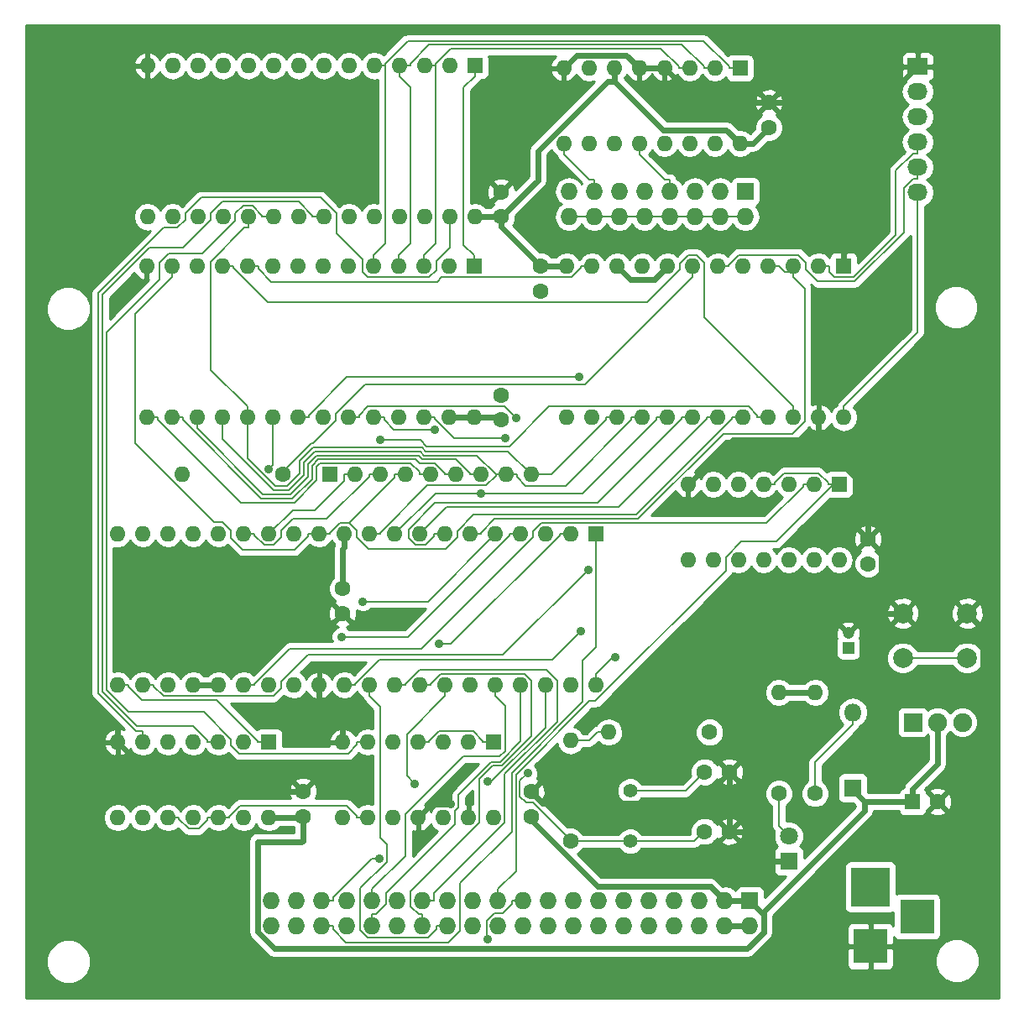
<source format=gtl>
G04 #@! TF.FileFunction,Copper,L1,Top,Signal*
%FSLAX46Y46*%
G04 Gerber Fmt 4.6, Leading zero omitted, Abs format (unit mm)*
G04 Created by KiCad (PCBNEW 4.0.7) date *
%MOMM*%
%LPD*%
G01*
G04 APERTURE LIST*
%ADD10C,0.100000*%
%ADD11C,1.600000*%
%ADD12R,1.200000X1.200000*%
%ADD13C,1.200000*%
%ADD14R,1.600000X1.600000*%
%ADD15R,1.800000X1.800000*%
%ADD16O,1.800000X1.800000*%
%ADD17C,1.800000*%
%ADD18R,1.727200X1.727200*%
%ADD19O,1.727200X1.727200*%
%ADD20R,2.032000X1.727200*%
%ADD21O,2.032000X1.727200*%
%ADD22R,4.000000X4.000000*%
%ADD23R,3.500120X3.500120*%
%ADD24O,1.600000X1.600000*%
%ADD25C,2.000000*%
%ADD26R,1.900000X1.900000*%
%ADD27C,1.900000*%
%ADD28C,1.422400*%
%ADD29C,0.889000*%
%ADD30C,0.609600*%
%ADD31C,0.203200*%
%ADD32C,0.254000*%
G04 APERTURE END LIST*
D10*
D11*
X121000000Y-99500000D03*
X121000000Y-102000000D03*
X157500000Y-118000000D03*
X160000000Y-118000000D03*
X157500000Y-124000000D03*
X160000000Y-124000000D03*
D12*
X172000000Y-105500000D03*
D13*
X172000000Y-104000000D03*
D14*
X178500000Y-121000000D03*
D11*
X181000000Y-121000000D03*
X164000000Y-53000000D03*
X164000000Y-50500000D03*
X137000000Y-82500000D03*
X137000000Y-80000000D03*
X141000000Y-67000000D03*
X141000000Y-69500000D03*
X117000000Y-122500000D03*
X117000000Y-120000000D03*
X137000000Y-62000000D03*
X137000000Y-59500000D03*
X140000000Y-122500000D03*
X140000000Y-120000000D03*
X174000000Y-97000000D03*
X174000000Y-94500000D03*
D15*
X172466000Y-119620000D03*
D16*
X172466000Y-112000000D03*
D15*
X166000000Y-127000000D03*
D17*
X166000000Y-124460000D03*
D18*
X161620000Y-59460000D03*
D19*
X161620000Y-62000000D03*
X159080000Y-59460000D03*
X159080000Y-62000000D03*
X156540000Y-59460000D03*
X156540000Y-62000000D03*
X154000000Y-59460000D03*
X154000000Y-62000000D03*
X151460000Y-59460000D03*
X151460000Y-62000000D03*
X148920000Y-59460000D03*
X148920000Y-62000000D03*
X146380000Y-59460000D03*
X146380000Y-62000000D03*
X143840000Y-59460000D03*
X143840000Y-62000000D03*
D20*
X179000000Y-46840000D03*
D21*
X179000000Y-49380000D03*
X179000000Y-51920000D03*
X179000000Y-54460000D03*
X179000000Y-57000000D03*
X179000000Y-59540000D03*
D18*
X162080000Y-131000000D03*
D19*
X162080000Y-133540000D03*
X159540000Y-131000000D03*
X159540000Y-133540000D03*
X157000000Y-131000000D03*
X157000000Y-133540000D03*
X154460000Y-131000000D03*
X154460000Y-133540000D03*
X151920000Y-131000000D03*
X151920000Y-133540000D03*
X149380000Y-131000000D03*
X149380000Y-133540000D03*
X146840000Y-131000000D03*
X146840000Y-133540000D03*
X144300000Y-131000000D03*
X144300000Y-133540000D03*
X141760000Y-131000000D03*
X141760000Y-133540000D03*
X139220000Y-131000000D03*
X139220000Y-133540000D03*
X136680000Y-131000000D03*
X136680000Y-133540000D03*
X134140000Y-131000000D03*
X134140000Y-133540000D03*
X131600000Y-131000000D03*
X131600000Y-133540000D03*
X129060000Y-131000000D03*
X129060000Y-133540000D03*
X126520000Y-131000000D03*
X126520000Y-133540000D03*
X123980000Y-131000000D03*
X123980000Y-133540000D03*
X121440000Y-131000000D03*
X121440000Y-133540000D03*
X118900000Y-131000000D03*
X118900000Y-133540000D03*
X116360000Y-131000000D03*
X116360000Y-133540000D03*
X113820000Y-131000000D03*
X113820000Y-133540000D03*
D22*
X174244000Y-129598860D03*
D23*
X174244000Y-135598340D03*
X178943000Y-132598600D03*
D11*
X115000000Y-88000000D03*
D24*
X104840000Y-88000000D03*
D11*
X158000000Y-114000000D03*
D24*
X147840000Y-114000000D03*
D11*
X144000000Y-125000000D03*
D24*
X144000000Y-114840000D03*
D11*
X168656000Y-120160000D03*
D24*
X168656000Y-110000000D03*
D11*
X165000000Y-120160000D03*
D24*
X165000000Y-110000000D03*
D14*
X119680000Y-88000000D03*
D24*
X122220000Y-88000000D03*
X124760000Y-88000000D03*
X127300000Y-88000000D03*
X129840000Y-88000000D03*
X132380000Y-88000000D03*
X134920000Y-88000000D03*
X137460000Y-88000000D03*
X140000000Y-88000000D03*
D25*
X177500000Y-106500000D03*
X177500000Y-102000000D03*
X184000000Y-106500000D03*
X184000000Y-102000000D03*
D26*
X178515000Y-113000000D03*
D27*
X181015000Y-113000000D03*
X183515000Y-113000000D03*
D28*
X150000000Y-119920000D03*
X150000000Y-125000000D03*
D14*
X171080000Y-89000000D03*
D24*
X155840000Y-96620000D03*
X168540000Y-89000000D03*
X158380000Y-96620000D03*
X166000000Y-89000000D03*
X160920000Y-96620000D03*
X163460000Y-89000000D03*
X163460000Y-96620000D03*
X160920000Y-89000000D03*
X166000000Y-96620000D03*
X158380000Y-89000000D03*
X168540000Y-96620000D03*
X155840000Y-89000000D03*
X171080000Y-96620000D03*
D14*
X136240000Y-115000000D03*
D24*
X121000000Y-122620000D03*
X133700000Y-115000000D03*
X123540000Y-122620000D03*
X131160000Y-115000000D03*
X126080000Y-122620000D03*
X128620000Y-115000000D03*
X128620000Y-122620000D03*
X126080000Y-115000000D03*
X131160000Y-122620000D03*
X123540000Y-115000000D03*
X133700000Y-122620000D03*
X121000000Y-115000000D03*
X136240000Y-122620000D03*
D14*
X134320000Y-46760000D03*
D24*
X101300000Y-62000000D03*
X131780000Y-46760000D03*
X103840000Y-62000000D03*
X129240000Y-46760000D03*
X106380000Y-62000000D03*
X126700000Y-46760000D03*
X108920000Y-62000000D03*
X124160000Y-46760000D03*
X111460000Y-62000000D03*
X121620000Y-46760000D03*
X114000000Y-62000000D03*
X119080000Y-46760000D03*
X116540000Y-62000000D03*
X116540000Y-46760000D03*
X119080000Y-62000000D03*
X114000000Y-46760000D03*
X121620000Y-62000000D03*
X111460000Y-46760000D03*
X124160000Y-62000000D03*
X108920000Y-46760000D03*
X126700000Y-62000000D03*
X106380000Y-46760000D03*
X129240000Y-62000000D03*
X103840000Y-46760000D03*
X131780000Y-62000000D03*
X101300000Y-46760000D03*
X134320000Y-62000000D03*
D14*
X161080000Y-47000000D03*
D24*
X143300000Y-54620000D03*
X158540000Y-47000000D03*
X145840000Y-54620000D03*
X156000000Y-47000000D03*
X148380000Y-54620000D03*
X153460000Y-47000000D03*
X150920000Y-54620000D03*
X150920000Y-47000000D03*
X153460000Y-54620000D03*
X148380000Y-47000000D03*
X156000000Y-54620000D03*
X145840000Y-47000000D03*
X158540000Y-54620000D03*
X143300000Y-47000000D03*
X161080000Y-54620000D03*
D14*
X134240000Y-67000000D03*
D24*
X101220000Y-82240000D03*
X131700000Y-67000000D03*
X103760000Y-82240000D03*
X129160000Y-67000000D03*
X106300000Y-82240000D03*
X126620000Y-67000000D03*
X108840000Y-82240000D03*
X124080000Y-67000000D03*
X111380000Y-82240000D03*
X121540000Y-67000000D03*
X113920000Y-82240000D03*
X119000000Y-67000000D03*
X116460000Y-82240000D03*
X116460000Y-67000000D03*
X119000000Y-82240000D03*
X113920000Y-67000000D03*
X121540000Y-82240000D03*
X111380000Y-67000000D03*
X124080000Y-82240000D03*
X108840000Y-67000000D03*
X126620000Y-82240000D03*
X106300000Y-67000000D03*
X129160000Y-82240000D03*
X103760000Y-67000000D03*
X131700000Y-82240000D03*
X101220000Y-67000000D03*
X134240000Y-82240000D03*
D14*
X113540000Y-115000000D03*
D24*
X98300000Y-122620000D03*
X111000000Y-115000000D03*
X100840000Y-122620000D03*
X108460000Y-115000000D03*
X103380000Y-122620000D03*
X105920000Y-115000000D03*
X105920000Y-122620000D03*
X103380000Y-115000000D03*
X108460000Y-122620000D03*
X100840000Y-115000000D03*
X111000000Y-122620000D03*
X98300000Y-115000000D03*
X113540000Y-122620000D03*
D14*
X171540000Y-67000000D03*
D24*
X143600000Y-82240000D03*
X169000000Y-67000000D03*
X146140000Y-82240000D03*
X166460000Y-67000000D03*
X148680000Y-82240000D03*
X163920000Y-67000000D03*
X151220000Y-82240000D03*
X161380000Y-67000000D03*
X153760000Y-82240000D03*
X158840000Y-67000000D03*
X156300000Y-82240000D03*
X156300000Y-67000000D03*
X158840000Y-82240000D03*
X153760000Y-67000000D03*
X161380000Y-82240000D03*
X151220000Y-67000000D03*
X163920000Y-82240000D03*
X148680000Y-67000000D03*
X166460000Y-82240000D03*
X146140000Y-67000000D03*
X169000000Y-82240000D03*
X143600000Y-67000000D03*
X171540000Y-82240000D03*
D14*
X146560000Y-94000000D03*
D24*
X98300000Y-109240000D03*
X144020000Y-94000000D03*
X100840000Y-109240000D03*
X141480000Y-94000000D03*
X103380000Y-109240000D03*
X138940000Y-94000000D03*
X105920000Y-109240000D03*
X136400000Y-94000000D03*
X108460000Y-109240000D03*
X133860000Y-94000000D03*
X111000000Y-109240000D03*
X131320000Y-94000000D03*
X113540000Y-109240000D03*
X128780000Y-94000000D03*
X116080000Y-109240000D03*
X126240000Y-94000000D03*
X118620000Y-109240000D03*
X123700000Y-94000000D03*
X121160000Y-109240000D03*
X121160000Y-94000000D03*
X123700000Y-109240000D03*
X118620000Y-94000000D03*
X126240000Y-109240000D03*
X116080000Y-94000000D03*
X128780000Y-109240000D03*
X113540000Y-94000000D03*
X131320000Y-109240000D03*
X111000000Y-94000000D03*
X133860000Y-109240000D03*
X108460000Y-94000000D03*
X136400000Y-109240000D03*
X105920000Y-94000000D03*
X138940000Y-109240000D03*
X103380000Y-94000000D03*
X141480000Y-109240000D03*
X100840000Y-94000000D03*
X144020000Y-109240000D03*
X98300000Y-94000000D03*
X146560000Y-109240000D03*
D29*
X97288600Y-112506800D03*
X131902100Y-121283700D03*
X139653400Y-118129400D03*
X124760000Y-84518200D03*
X134920000Y-89892100D03*
X135618700Y-134847500D03*
X144994300Y-103812400D03*
X128279600Y-119214600D03*
X135629900Y-118991100D03*
X130298300Y-83464300D03*
X124687100Y-126755000D03*
X148478500Y-106458100D03*
X144870000Y-78150800D03*
X138530300Y-82327500D03*
X130694000Y-105107600D03*
X137444900Y-84368000D03*
X120906700Y-104383600D03*
X113538500Y-87426100D03*
X123054700Y-100804600D03*
X145759700Y-97596200D03*
D30*
X112442300Y-125095000D02*
X116840000Y-125095000D01*
X117000000Y-124935000D02*
X117000000Y-122500000D01*
X116840000Y-125095000D02*
X117000000Y-124935000D01*
X148380000Y-47000000D02*
X148380000Y-48308300D01*
X162388300Y-54611700D02*
X164000000Y-53000000D01*
X162388300Y-54620000D02*
X162388300Y-54611700D01*
X161080000Y-54620000D02*
X162388300Y-54620000D01*
X159716300Y-53256300D02*
X161080000Y-54620000D01*
X153328000Y-53256300D02*
X159716300Y-53256300D01*
X148380000Y-48308300D02*
X153328000Y-53256300D01*
X181015000Y-117176700D02*
X181015000Y-113000000D01*
X178500000Y-119691700D02*
X181015000Y-117176700D01*
X178500000Y-121000000D02*
X178500000Y-119691700D01*
X134240000Y-82240000D02*
X131700000Y-82240000D01*
X140695700Y-58304300D02*
X137000000Y-62000000D01*
X140695700Y-55354700D02*
X140695700Y-58304300D01*
X147742100Y-48308300D02*
X140695700Y-55354700D01*
X148380000Y-48308300D02*
X147742100Y-48308300D01*
X158116400Y-129576400D02*
X159540000Y-131000000D01*
X146694600Y-129576400D02*
X158116400Y-129576400D01*
X140000000Y-122881800D02*
X146694600Y-129576400D01*
X140000000Y-122500000D02*
X140000000Y-122881800D01*
X178500000Y-121000000D02*
X177191700Y-121000000D01*
X134240000Y-82240000D02*
X135548300Y-82240000D01*
X143600000Y-67000000D02*
X142291700Y-67000000D01*
X134320000Y-62000000D02*
X135628300Y-62000000D01*
X159540000Y-131000000D02*
X160911900Y-131000000D01*
X162080000Y-131000000D02*
X160911900Y-131000000D01*
X116880000Y-122620000D02*
X117000000Y-122500000D01*
X113540000Y-122620000D02*
X116880000Y-122620000D01*
X177191700Y-121000000D02*
X173654200Y-121000000D01*
X172466000Y-119811800D02*
X172466000Y-119620000D01*
X173654200Y-121000000D02*
X172466000Y-119811800D01*
X173654200Y-121887700D02*
X163311000Y-132230900D01*
X173654200Y-121000000D02*
X173654200Y-121887700D01*
X163311000Y-132230900D02*
X162080000Y-131000000D01*
X168656000Y-110000000D02*
X165000000Y-110000000D01*
X136740000Y-82240000D02*
X137000000Y-82500000D01*
X135548300Y-82240000D02*
X136740000Y-82240000D01*
X121000000Y-95468300D02*
X121000000Y-99500000D01*
X121160000Y-95308300D02*
X121000000Y-95468300D01*
X121160000Y-94000000D02*
X121160000Y-95308300D01*
X108460000Y-109240000D02*
X105920000Y-109240000D01*
X141000000Y-67000000D02*
X142291700Y-67000000D01*
X137000000Y-62000000D02*
X135628300Y-62000000D01*
X137000000Y-63000000D02*
X141000000Y-67000000D01*
X137000000Y-62000000D02*
X137000000Y-63000000D01*
X152450800Y-68309200D02*
X153760000Y-67000000D01*
X149989200Y-68309200D02*
X152450800Y-68309200D01*
X148680000Y-67000000D02*
X149989200Y-68309200D01*
X163458900Y-132378900D02*
X163311000Y-132230900D01*
X163458900Y-134165800D02*
X163458900Y-132378900D01*
X161829300Y-135795400D02*
X163458900Y-134165800D01*
X136018400Y-135795400D02*
X161829300Y-135795400D01*
X136013500Y-135800300D02*
X136018400Y-135795400D01*
X135224000Y-135800300D02*
X136013500Y-135800300D01*
X135219100Y-135795400D02*
X135224000Y-135800300D01*
X114100100Y-135795400D02*
X135219100Y-135795400D01*
X112442300Y-134137600D02*
X114100100Y-135795400D01*
X112442300Y-125026000D02*
X112442300Y-125095000D01*
X112442300Y-125095000D02*
X112442300Y-134137600D01*
X159540000Y-133540000D02*
X162080000Y-133540000D01*
X118620000Y-111311700D02*
X121000000Y-113691700D01*
X118620000Y-109240000D02*
X118620000Y-111311700D01*
X121000000Y-115000000D02*
X121000000Y-113691700D01*
X185563600Y-116436400D02*
X181000000Y-121000000D01*
X185563600Y-103563600D02*
X185563600Y-116436400D01*
X184000000Y-102000000D02*
X185563600Y-103563600D01*
X175308400Y-95808400D02*
X175308400Y-102000000D01*
X174000000Y-94500000D02*
X175308400Y-95808400D01*
X177500000Y-102000000D02*
X175308400Y-102000000D01*
X174000000Y-102000000D02*
X172000000Y-104000000D01*
X175308400Y-102000000D02*
X174000000Y-102000000D01*
X149608100Y-45688100D02*
X150920000Y-47000000D01*
X144611900Y-45688100D02*
X149608100Y-45688100D01*
X143300000Y-47000000D02*
X144611900Y-45688100D01*
X150920000Y-47000000D02*
X152228300Y-47000000D01*
X169000000Y-82240000D02*
X169000000Y-83548300D01*
X169000000Y-83548300D02*
X168477600Y-84070700D01*
X174000000Y-89593100D02*
X174000000Y-94500000D01*
X168477600Y-84070700D02*
X174000000Y-89593100D01*
X166000000Y-127000000D02*
X164591700Y-127000000D01*
X161591700Y-124000000D02*
X160000000Y-124000000D01*
X164591700Y-127000000D02*
X161591700Y-124000000D01*
X141156900Y-121156900D02*
X160000000Y-121156900D01*
X140000000Y-120000000D02*
X141156900Y-121156900D01*
X160000000Y-124000000D02*
X160000000Y-121156900D01*
X160000000Y-121156900D02*
X160000000Y-118000000D01*
X103300000Y-120000000D02*
X98300000Y-115000000D01*
X117000000Y-120000000D02*
X103300000Y-120000000D01*
X97288600Y-112680300D02*
X97288600Y-112506800D01*
X98300000Y-113691700D02*
X97288600Y-112680300D01*
X98300000Y-115000000D02*
X98300000Y-113691700D01*
X129956300Y-121283700D02*
X128620000Y-122620000D01*
X131902100Y-121283700D02*
X129956300Y-121283700D01*
X171540000Y-67000000D02*
X171540000Y-50500000D01*
X164000000Y-50500000D02*
X171540000Y-50500000D01*
X175340000Y-50500000D02*
X179000000Y-46840000D01*
X171540000Y-50500000D02*
X175340000Y-50500000D01*
X168071000Y-84477300D02*
X168477600Y-84070700D01*
X160362700Y-84477300D02*
X168071000Y-84477300D01*
X155840000Y-89000000D02*
X160362700Y-84477300D01*
X153460000Y-47000000D02*
X152228300Y-47000000D01*
X156960000Y-50500000D02*
X164000000Y-50500000D01*
X153460000Y-47000000D02*
X156960000Y-50500000D01*
D31*
X155580000Y-119920000D02*
X157500000Y-118000000D01*
X150000000Y-119920000D02*
X155580000Y-119920000D01*
X138887100Y-118895700D02*
X139653400Y-118129400D01*
X138887100Y-120484400D02*
X138887100Y-118895700D01*
X139508800Y-121106100D02*
X138887100Y-120484400D01*
X140206200Y-121106100D02*
X139508800Y-121106100D01*
X144000000Y-124899900D02*
X140206200Y-121106100D01*
X144000000Y-125000000D02*
X144000000Y-124899900D01*
X144000000Y-125000000D02*
X150000000Y-125000000D01*
X156500000Y-125000000D02*
X157500000Y-124000000D01*
X150000000Y-125000000D02*
X156500000Y-125000000D01*
X184000000Y-106500000D02*
X177500000Y-106500000D01*
X168656000Y-117015100D02*
X172466000Y-113205100D01*
X168656000Y-120160000D02*
X168656000Y-117015100D01*
X172466000Y-112000000D02*
X172466000Y-113205100D01*
X165000000Y-123460000D02*
X166000000Y-124460000D01*
X165000000Y-120160000D02*
X165000000Y-123460000D01*
X143840000Y-62000000D02*
X146380000Y-62000000D01*
X151460000Y-62000000D02*
X154000000Y-62000000D01*
X154000000Y-62000000D02*
X156540000Y-62000000D01*
X156540000Y-62000000D02*
X159080000Y-62000000D01*
X159080000Y-62000000D02*
X161620000Y-62000000D01*
X151460000Y-62000000D02*
X148920000Y-62000000D01*
X148920000Y-62000000D02*
X146380000Y-62000000D01*
X153486200Y-58291300D02*
X154000000Y-58291300D01*
X150920000Y-55725100D02*
X153486200Y-58291300D01*
X150920000Y-54620000D02*
X150920000Y-55725100D01*
X154000000Y-59460000D02*
X154000000Y-58291300D01*
X145866200Y-58291300D02*
X146380000Y-58291300D01*
X143300000Y-55725100D02*
X145866200Y-58291300D01*
X143300000Y-54620000D02*
X143300000Y-55725100D01*
X146380000Y-59460000D02*
X146380000Y-58291300D01*
X169000000Y-67000000D02*
X170105100Y-67000000D01*
X179000000Y-54460000D02*
X179000000Y-55628700D01*
X170105100Y-67604400D02*
X170105100Y-67000000D01*
X170605900Y-68105200D02*
X170105100Y-67604400D01*
X172515600Y-68105200D02*
X170605900Y-68105200D01*
X176815500Y-63805300D02*
X172515600Y-68105200D01*
X176815500Y-57335700D02*
X176815500Y-63805300D01*
X178522500Y-55628700D02*
X176815500Y-57335700D01*
X179000000Y-55628700D02*
X178522500Y-55628700D01*
X178522500Y-58168700D02*
X179000000Y-58168700D01*
X177628900Y-59062300D02*
X178522500Y-58168700D01*
X177628900Y-63567200D02*
X177628900Y-59062300D01*
X172667900Y-68528200D02*
X177628900Y-63567200D01*
X168925600Y-68528200D02*
X172667900Y-68528200D01*
X167730000Y-67332600D02*
X168925600Y-68528200D01*
X167730000Y-66629400D02*
X167730000Y-67332600D01*
X166935500Y-65834900D02*
X167730000Y-66629400D01*
X160972100Y-65834900D02*
X166935500Y-65834900D01*
X159945100Y-66861900D02*
X160972100Y-65834900D01*
X159945100Y-67000000D02*
X159945100Y-66861900D01*
X158840000Y-67000000D02*
X159945100Y-67000000D01*
X179000000Y-57000000D02*
X179000000Y-58168700D01*
X179000000Y-73674900D02*
X179000000Y-59540000D01*
X171540000Y-81134900D02*
X179000000Y-73674900D01*
X171540000Y-82240000D02*
X171540000Y-81134900D01*
X133860000Y-94000000D02*
X134965100Y-94000000D01*
X166460000Y-67000000D02*
X166460000Y-67552500D01*
X166460000Y-67552500D02*
X166460000Y-68105100D01*
X165577600Y-67552500D02*
X165025100Y-67000000D01*
X166460000Y-67552500D02*
X165577600Y-67552500D01*
X163920000Y-67000000D02*
X165025100Y-67000000D01*
X134965100Y-93861700D02*
X134965100Y-94000000D01*
X136338700Y-92488100D02*
X134965100Y-93861700D01*
X150764300Y-92488100D02*
X136338700Y-92488100D01*
X159385000Y-83867400D02*
X150764300Y-92488100D01*
X166395900Y-83867400D02*
X159385000Y-83867400D01*
X167598500Y-82664800D02*
X166395900Y-83867400D01*
X167598500Y-69243600D02*
X167598500Y-82664800D01*
X166460000Y-68105100D02*
X167598500Y-69243600D01*
X122220000Y-88000000D02*
X121114900Y-88000000D01*
X157484900Y-72159800D02*
X166460000Y-81134900D01*
X157484900Y-66621000D02*
X157484900Y-72159800D01*
X156705600Y-65841700D02*
X157484900Y-66621000D01*
X155890300Y-65841700D02*
X156705600Y-65841700D01*
X155030000Y-66702000D02*
X155890300Y-65841700D01*
X155030000Y-67295000D02*
X155030000Y-66702000D01*
X151711500Y-70613500D02*
X155030000Y-67295000D01*
X113420500Y-70613500D02*
X151711500Y-70613500D01*
X109945100Y-67138100D02*
X113420500Y-70613500D01*
X109945100Y-67000000D02*
X109945100Y-67138100D01*
X108840000Y-67000000D02*
X109945100Y-67000000D01*
X166460000Y-82240000D02*
X166460000Y-81134900D01*
X115951800Y-91588200D02*
X113540000Y-94000000D01*
X118146500Y-91588200D02*
X115951800Y-91588200D01*
X121114900Y-88619800D02*
X118146500Y-91588200D01*
X121114900Y-88000000D02*
X121114900Y-88619800D01*
X123654900Y-88229000D02*
X123654900Y-88000000D01*
X119395900Y-92488000D02*
X123654900Y-88229000D01*
X115956400Y-92488000D02*
X119395900Y-92488000D01*
X114810000Y-93634400D02*
X115956400Y-92488000D01*
X114810000Y-94356000D02*
X114810000Y-93634400D01*
X114057900Y-95108100D02*
X114810000Y-94356000D01*
X113075100Y-95108100D02*
X114057900Y-95108100D01*
X112105100Y-94138100D02*
X113075100Y-95108100D01*
X112105100Y-94000000D02*
X112105100Y-94138100D01*
X111000000Y-94000000D02*
X112105100Y-94000000D01*
X124760000Y-88000000D02*
X123654900Y-88000000D01*
X163920000Y-82240000D02*
X162814900Y-82240000D01*
X128819900Y-84518200D02*
X124760000Y-84518200D01*
X129443500Y-85141800D02*
X128819900Y-84518200D01*
X137806000Y-85141800D02*
X129443500Y-85141800D01*
X141823700Y-81124100D02*
X137806000Y-85141800D01*
X161928000Y-81124100D02*
X141823700Y-81124100D01*
X162814900Y-82011000D02*
X161928000Y-81124100D01*
X162814900Y-82240000D02*
X162814900Y-82011000D01*
X103760000Y-67000000D02*
X103760000Y-68105100D01*
X100079100Y-71786000D02*
X103760000Y-68105100D01*
X100079100Y-84844000D02*
X100079100Y-71786000D01*
X108008200Y-92773100D02*
X100079100Y-84844000D01*
X108862900Y-92773100D02*
X108008200Y-92773100D01*
X109730000Y-93640200D02*
X108862900Y-92773100D01*
X109730000Y-94372800D02*
X109730000Y-93640200D01*
X110922200Y-95565000D02*
X109730000Y-94372800D01*
X116178900Y-95565000D02*
X110922200Y-95565000D01*
X117514900Y-94229000D02*
X116178900Y-95565000D01*
X117514900Y-94000000D02*
X117514900Y-94229000D01*
X118395700Y-94000000D02*
X117514900Y-94000000D01*
X118395700Y-94000000D02*
X118620000Y-94000000D01*
X118620000Y-94000000D02*
X119725100Y-94000000D01*
X127300000Y-88000000D02*
X126194900Y-88000000D01*
X126194900Y-88341700D02*
X126194900Y-88000000D01*
X121641800Y-92894800D02*
X126194900Y-88341700D01*
X119725100Y-93861700D02*
X119725100Y-94000000D01*
X120692000Y-92894800D02*
X119725100Y-93861700D01*
X121641800Y-92894800D02*
X120692000Y-92894800D01*
X161380000Y-82240000D02*
X160274900Y-82240000D01*
X122430000Y-93683000D02*
X121641800Y-92894800D01*
X122430000Y-94351100D02*
X122430000Y-93683000D01*
X123618300Y-95539400D02*
X122430000Y-94351100D01*
X131408700Y-95539400D02*
X123618300Y-95539400D01*
X132590000Y-94358100D02*
X131408700Y-95539400D01*
X132590000Y-93697200D02*
X132590000Y-94358100D01*
X134222000Y-92065200D02*
X132590000Y-93697200D01*
X150611900Y-92065200D02*
X134222000Y-92065200D01*
X160274900Y-82402200D02*
X150611900Y-92065200D01*
X160274900Y-82240000D02*
X160274900Y-82402200D01*
X158840000Y-82240000D02*
X157734900Y-82240000D01*
X131512000Y-91268000D02*
X128780000Y-94000000D01*
X148851900Y-91268000D02*
X131512000Y-91268000D01*
X157734900Y-82385000D02*
X148851900Y-91268000D01*
X157734900Y-82240000D02*
X157734900Y-82385000D01*
X102325100Y-82469000D02*
X102325100Y-82240000D01*
X110700000Y-90843900D02*
X102325100Y-82469000D01*
X116120800Y-90843900D02*
X110700000Y-90843900D01*
X118360700Y-88604000D02*
X116120800Y-90843900D01*
X118360700Y-87240300D02*
X118360700Y-88604000D01*
X118706300Y-86894700D02*
X118360700Y-87240300D01*
X127873400Y-86894700D02*
X118706300Y-86894700D01*
X128734900Y-87756200D02*
X127873400Y-86894700D01*
X128734900Y-88000000D02*
X128734900Y-87756200D01*
X129840000Y-88000000D02*
X128734900Y-88000000D01*
X101220000Y-82240000D02*
X102325100Y-82240000D01*
X156300000Y-82240000D02*
X155194900Y-82240000D01*
X131320000Y-94000000D02*
X130214900Y-94000000D01*
X130214900Y-94229000D02*
X130214900Y-94000000D01*
X129331800Y-95112100D02*
X130214900Y-94229000D01*
X128320300Y-95112100D02*
X129331800Y-95112100D01*
X127633200Y-94425000D02*
X128320300Y-95112100D01*
X127633200Y-93564900D02*
X127633200Y-94425000D01*
X130336800Y-90861300D02*
X127633200Y-93564900D01*
X146711600Y-90861300D02*
X130336800Y-90861300D01*
X155194900Y-82378000D02*
X146711600Y-90861300D01*
X155194900Y-82240000D02*
X155194900Y-82378000D01*
X132380000Y-88000000D02*
X131274900Y-88000000D01*
X103760000Y-82240000D02*
X104865100Y-82240000D01*
X104865100Y-82497600D02*
X104865100Y-82240000D01*
X112804600Y-90437100D02*
X104865100Y-82497600D01*
X115931000Y-90437100D02*
X112804600Y-90437100D01*
X117923900Y-88444200D02*
X115931000Y-90437100D01*
X117923900Y-87101900D02*
X117923900Y-88444200D01*
X118537800Y-86488000D02*
X117923900Y-87101900D01*
X128377800Y-86488000D02*
X118537800Y-86488000D01*
X128784500Y-86894700D02*
X128377800Y-86488000D01*
X130307700Y-86894700D02*
X128784500Y-86894700D01*
X131274900Y-87861900D02*
X130307700Y-86894700D01*
X131274900Y-88000000D02*
X131274900Y-87861900D01*
X130347900Y-89892100D02*
X134920000Y-89892100D01*
X126240000Y-94000000D02*
X130347900Y-89892100D01*
X152654900Y-82469000D02*
X152654900Y-82240000D01*
X145231800Y-89892100D02*
X152654900Y-82469000D01*
X134920000Y-89892100D02*
X145231800Y-89892100D01*
X153760000Y-82240000D02*
X152654900Y-82240000D01*
X134920000Y-88000000D02*
X133814900Y-88000000D01*
X106300000Y-82240000D02*
X106300000Y-83345100D01*
X112979300Y-90024400D02*
X106300000Y-83345100D01*
X115741500Y-90024400D02*
X112979300Y-90024400D01*
X117517200Y-88248700D02*
X115741500Y-90024400D01*
X117517200Y-86933400D02*
X117517200Y-88248700D01*
X118369300Y-86081300D02*
X117517200Y-86933400D01*
X128657400Y-86081300D02*
X118369300Y-86081300D01*
X129064100Y-86488000D02*
X128657400Y-86081300D01*
X132441200Y-86488000D02*
X129064100Y-86488000D01*
X133814900Y-87861700D02*
X132441200Y-86488000D01*
X133814900Y-88000000D02*
X133814900Y-87861700D01*
X151220000Y-82240000D02*
X150114900Y-82240000D01*
X138565100Y-88229000D02*
X138565100Y-88000000D01*
X139455600Y-89119500D02*
X138565100Y-88229000D01*
X143464400Y-89119500D02*
X139455600Y-89119500D01*
X150114900Y-82469000D02*
X143464400Y-89119500D01*
X150114900Y-82240000D02*
X150114900Y-82469000D01*
X137736300Y-88000000D02*
X138565100Y-88000000D01*
X137736300Y-88000000D02*
X137460000Y-88000000D01*
X137460000Y-88000000D02*
X136434700Y-88000000D01*
X108840000Y-82240000D02*
X108840000Y-83345100D01*
X136434700Y-88138000D02*
X136434700Y-88000000D01*
X135467500Y-89105200D02*
X136434700Y-88138000D01*
X129561800Y-89105200D02*
X135467500Y-89105200D01*
X124805100Y-93861900D02*
X129561800Y-89105200D01*
X124805100Y-94000000D02*
X124805100Y-93861900D01*
X123700000Y-94000000D02*
X124805100Y-94000000D01*
X108840000Y-84400100D02*
X108840000Y-83345100D01*
X114039400Y-89599500D02*
X108840000Y-84400100D01*
X115553900Y-89599500D02*
X114039400Y-89599500D01*
X117110500Y-88042900D02*
X115553900Y-89599500D01*
X117110500Y-86764900D02*
X117110500Y-88042900D01*
X118200800Y-85674600D02*
X117110500Y-86764900D01*
X128825900Y-85674600D02*
X118200800Y-85674600D01*
X129232200Y-86080900D02*
X128825900Y-85674600D01*
X134564100Y-86080900D02*
X129232200Y-86080900D01*
X136434700Y-87951500D02*
X134564100Y-86080900D01*
X136434700Y-88000000D02*
X136434700Y-87951500D01*
X148680000Y-82240000D02*
X147574900Y-82240000D01*
X141105100Y-87999900D02*
X141105100Y-88000000D01*
X142056700Y-87999900D02*
X141105100Y-87999900D01*
X147574900Y-82481700D02*
X142056700Y-87999900D01*
X147574900Y-82240000D02*
X147574900Y-82481700D01*
X140000000Y-88000000D02*
X141105100Y-88000000D01*
X111116500Y-63105100D02*
X111460000Y-63105100D01*
X107689200Y-66532400D02*
X111116500Y-63105100D01*
X107689200Y-77444100D02*
X107689200Y-66532400D01*
X111380000Y-81134900D02*
X107689200Y-77444100D01*
X111380000Y-82240000D02*
X111380000Y-81134900D01*
X111460000Y-62000000D02*
X111460000Y-63105100D01*
X111380000Y-86361600D02*
X111380000Y-82240000D01*
X114173300Y-89154900D02*
X111380000Y-86361600D01*
X115412200Y-89154900D02*
X114173300Y-89154900D01*
X116703800Y-87863300D02*
X115412200Y-89154900D01*
X116703800Y-86596400D02*
X116703800Y-87863300D01*
X118032300Y-85267900D02*
X116703800Y-86596400D01*
X128994400Y-85267900D02*
X118032300Y-85267900D01*
X129400700Y-85674200D02*
X128994400Y-85267900D01*
X137674200Y-85674200D02*
X129400700Y-85674200D01*
X140000000Y-88000000D02*
X137674200Y-85674200D01*
X119080000Y-62000000D02*
X117974900Y-62000000D01*
X108460000Y-115000000D02*
X107354900Y-115000000D01*
X117974900Y-61861900D02*
X117974900Y-62000000D01*
X116580300Y-60467300D02*
X117974900Y-61861900D01*
X108860300Y-60467300D02*
X116580300Y-60467300D01*
X107650000Y-61677600D02*
X108860300Y-60467300D01*
X107650000Y-62304200D02*
X107650000Y-61677600D01*
X104854400Y-65099800D02*
X107650000Y-62304200D01*
X101530600Y-65099800D02*
X104854400Y-65099800D01*
X96765100Y-69865300D02*
X101530600Y-65099800D01*
X96765100Y-109907200D02*
X96765100Y-69865300D01*
X100212700Y-113354800D02*
X96765100Y-109907200D01*
X105938700Y-113354800D02*
X100212700Y-113354800D01*
X107354900Y-114771000D02*
X105938700Y-113354800D01*
X107354900Y-115000000D02*
X107354900Y-114771000D01*
X139220000Y-131000000D02*
X138051300Y-131000000D01*
X135511200Y-134740000D02*
X135618700Y-134847500D01*
X135511200Y-133024200D02*
X135511200Y-134740000D01*
X136265400Y-132270000D02*
X135511200Y-133024200D01*
X137144500Y-132270000D02*
X136265400Y-132270000D01*
X138051300Y-131363200D02*
X137144500Y-132270000D01*
X138051300Y-131000000D02*
X138051300Y-131363200D01*
X100160800Y-113894900D02*
X100840000Y-113894900D01*
X96358300Y-110092400D02*
X100160800Y-113894900D01*
X96358300Y-69696800D02*
X96358300Y-110092400D01*
X102949900Y-63105200D02*
X96358300Y-69696800D01*
X104301500Y-63105200D02*
X102949900Y-63105200D01*
X105110000Y-62296700D02*
X104301500Y-63105200D01*
X105110000Y-61667700D02*
X105110000Y-62296700D01*
X106720700Y-60057000D02*
X105110000Y-61667700D01*
X118740300Y-60057000D02*
X106720700Y-60057000D01*
X120350000Y-61666700D02*
X118740300Y-60057000D01*
X120350000Y-63667500D02*
X120350000Y-61666700D01*
X122974800Y-66292300D02*
X120350000Y-63667500D01*
X122974800Y-67530400D02*
X122974800Y-66292300D01*
X123549600Y-68105200D02*
X122974800Y-67530400D01*
X129691400Y-68105200D02*
X123549600Y-68105200D01*
X130430000Y-67366600D02*
X129691400Y-68105200D01*
X130430000Y-66466600D02*
X130430000Y-67366600D01*
X131780000Y-65116600D02*
X130430000Y-66466600D01*
X131780000Y-62000000D02*
X131780000Y-65116600D01*
X100840000Y-115000000D02*
X100840000Y-113894900D01*
X169974900Y-88861700D02*
X169974900Y-89000000D01*
X169008100Y-87894900D02*
X169974900Y-88861700D01*
X165532100Y-87894900D02*
X169008100Y-87894900D01*
X164565100Y-88861900D02*
X165532100Y-87894900D01*
X164565100Y-89000000D02*
X164565100Y-88861900D01*
X163460000Y-89000000D02*
X164565100Y-89000000D01*
X171080000Y-89000000D02*
X170527500Y-89000000D01*
X170527500Y-89000000D02*
X169974900Y-89000000D01*
X136680000Y-131000000D02*
X136680000Y-129831300D01*
X164740000Y-94787500D02*
X170527500Y-89000000D01*
X161185800Y-94787500D02*
X164740000Y-94787500D01*
X159650000Y-96323300D02*
X161185800Y-94787500D01*
X159650000Y-97717000D02*
X159650000Y-96323300D01*
X146501000Y-110866000D02*
X159650000Y-97717000D01*
X145856600Y-110866000D02*
X146501000Y-110866000D01*
X138480300Y-118242300D02*
X145856600Y-110866000D01*
X138480300Y-128031000D02*
X138480300Y-118242300D01*
X136680000Y-129831300D02*
X138480300Y-128031000D01*
X121160000Y-109240000D02*
X122265100Y-109240000D01*
X112485100Y-67229000D02*
X112485100Y-67000000D01*
X113822600Y-68566500D02*
X112485100Y-67229000D01*
X130552000Y-68566500D02*
X113822600Y-68566500D01*
X131013400Y-68105100D02*
X130552000Y-68566500D01*
X144068100Y-68105100D02*
X131013400Y-68105100D01*
X145034900Y-67138300D02*
X144068100Y-68105100D01*
X145034900Y-67000000D02*
X145034900Y-67138300D01*
X146140000Y-67000000D02*
X145034900Y-67000000D01*
X111380000Y-67000000D02*
X112485100Y-67000000D01*
X142152900Y-106653800D02*
X144994300Y-103812400D01*
X124713200Y-106653800D02*
X142152900Y-106653800D01*
X122265100Y-109101900D02*
X124713200Y-106653800D01*
X122265100Y-109240000D02*
X122265100Y-109101900D01*
X130431300Y-133903200D02*
X130431300Y-133540000D01*
X129616400Y-134718100D02*
X130431300Y-133903200D01*
X123489100Y-134718100D02*
X129616400Y-134718100D01*
X122756600Y-133985600D02*
X123489100Y-134718100D01*
X122756600Y-129753600D02*
X122756600Y-133985600D01*
X125455000Y-127055200D02*
X122756600Y-129753600D01*
X125455000Y-125289600D02*
X125455000Y-127055200D01*
X124805100Y-124639700D02*
X125455000Y-125289600D01*
X124805100Y-111450200D02*
X124805100Y-124639700D01*
X123700000Y-110345100D02*
X124805100Y-111450200D01*
X123700000Y-109240000D02*
X123700000Y-110345100D01*
X131600000Y-133540000D02*
X130431300Y-133540000D01*
X126240000Y-109240000D02*
X127345100Y-109240000D01*
X129060000Y-131000000D02*
X130228700Y-131000000D01*
X130228700Y-130255600D02*
X130228700Y-131000000D01*
X137350800Y-123133500D02*
X130228700Y-130255600D01*
X137350800Y-118221300D02*
X137350800Y-123133500D01*
X142616700Y-112955400D02*
X137350800Y-118221300D01*
X142616700Y-108772500D02*
X142616700Y-112955400D01*
X141519400Y-107675200D02*
X142616700Y-108772500D01*
X128771700Y-107675200D02*
X141519400Y-107675200D01*
X127345100Y-109101800D02*
X128771700Y-107675200D01*
X127345100Y-109240000D02*
X127345100Y-109101800D01*
X128780000Y-109240000D02*
X129885100Y-109240000D01*
X129060000Y-133540000D02*
X129060000Y-132371300D01*
X129885100Y-109101900D02*
X129885100Y-109240000D01*
X130867800Y-108119200D02*
X129885100Y-109101900D01*
X139391000Y-108119200D02*
X130867800Y-108119200D01*
X140062500Y-108790700D02*
X139391000Y-108119200D01*
X140062500Y-114359300D02*
X140062500Y-108790700D01*
X137028500Y-117393300D02*
X140062500Y-114359300D01*
X136138600Y-117393300D02*
X137028500Y-117393300D01*
X134811000Y-118720900D02*
X136138600Y-117393300D01*
X134811000Y-123084900D02*
X134811000Y-118720900D01*
X127862000Y-130033900D02*
X134811000Y-123084900D01*
X127862000Y-131536500D02*
X127862000Y-130033900D01*
X128696800Y-132371300D02*
X127862000Y-131536500D01*
X129060000Y-132371300D02*
X128696800Y-132371300D01*
X127466400Y-118401400D02*
X128279600Y-119214600D01*
X127466400Y-114198700D02*
X127466400Y-118401400D01*
X131320000Y-110345100D02*
X127466400Y-114198700D01*
X131320000Y-109240000D02*
X131320000Y-110345100D01*
X125265100Y-46531000D02*
X125265100Y-46760000D01*
X127546700Y-44249400D02*
X125265100Y-46531000D01*
X157362400Y-44249400D02*
X127546700Y-44249400D01*
X159974900Y-46861900D02*
X157362400Y-44249400D01*
X159974900Y-47000000D02*
X159974900Y-46861900D01*
X161080000Y-47000000D02*
X159974900Y-47000000D01*
X124160000Y-46760000D02*
X125265100Y-46760000D01*
X125265100Y-64709800D02*
X125265100Y-46760000D01*
X124080000Y-65894900D02*
X125265100Y-64709800D01*
X124080000Y-67000000D02*
X124080000Y-65894900D01*
X127811200Y-48976300D02*
X126700000Y-47865100D01*
X127811200Y-64703700D02*
X127811200Y-48976300D01*
X126620000Y-65894900D02*
X127811200Y-64703700D01*
X126620000Y-67000000D02*
X126620000Y-65894900D01*
X126700000Y-46760000D02*
X126700000Y-47865100D01*
X127805100Y-46531000D02*
X127805100Y-46760000D01*
X129679900Y-44656200D02*
X127805100Y-46531000D01*
X155229200Y-44656200D02*
X129679900Y-44656200D01*
X157434900Y-46861900D02*
X155229200Y-44656200D01*
X157434900Y-47000000D02*
X157434900Y-46861900D01*
X158540000Y-47000000D02*
X157434900Y-47000000D01*
X126700000Y-46760000D02*
X127805100Y-46760000D01*
X127350000Y-126461300D02*
X123980000Y-129831300D01*
X127350000Y-122249100D02*
X127350000Y-126461300D01*
X133163100Y-116436000D02*
X127350000Y-122249100D01*
X136835400Y-116436000D02*
X133163100Y-116436000D01*
X137393300Y-115878100D02*
X136835400Y-116436000D01*
X137393300Y-111338400D02*
X137393300Y-115878100D01*
X136400000Y-110345100D02*
X137393300Y-111338400D01*
X136400000Y-109240000D02*
X136400000Y-110345100D01*
X123980000Y-131000000D02*
X123980000Y-129831300D01*
X156000000Y-47000000D02*
X154894900Y-47000000D01*
X129240000Y-46760000D02*
X130345100Y-46760000D01*
X130345100Y-64709800D02*
X129160000Y-65894900D01*
X130345100Y-46760000D02*
X130345100Y-64709800D01*
X129160000Y-67000000D02*
X129160000Y-65894900D01*
X138940000Y-109240000D02*
X138940000Y-110345100D01*
X123980000Y-133540000D02*
X123980000Y-132371300D01*
X154894900Y-46861900D02*
X154894900Y-47000000D01*
X153106000Y-45073000D02*
X154894900Y-46861900D01*
X131872400Y-45073000D02*
X153106000Y-45073000D01*
X130345100Y-46600300D02*
X131872400Y-45073000D01*
X130345100Y-46760000D02*
X130345100Y-46600300D01*
X138940000Y-114906600D02*
X138940000Y-110345100D01*
X136860000Y-116986600D02*
X138940000Y-114906600D01*
X135956500Y-116986600D02*
X136860000Y-116986600D01*
X132651700Y-120291400D02*
X135956500Y-116986600D01*
X132651700Y-121594300D02*
X132651700Y-120291400D01*
X132317200Y-121928800D02*
X132651700Y-121594300D01*
X132317200Y-123272200D02*
X132317200Y-121928800D01*
X125351200Y-130238200D02*
X132317200Y-123272200D01*
X125351200Y-131363300D02*
X125351200Y-130238200D01*
X124343200Y-132371300D02*
X125351200Y-131363300D01*
X123980000Y-132371300D02*
X124343200Y-132371300D01*
X136005900Y-118991100D02*
X135629900Y-118991100D01*
X141480000Y-113517000D02*
X136005900Y-118991100D01*
X141480000Y-109240000D02*
X141480000Y-113517000D01*
X125185100Y-82469000D02*
X125185100Y-82240000D01*
X126180400Y-83464300D02*
X125185100Y-82469000D01*
X130298300Y-83464300D02*
X126180400Y-83464300D01*
X124080000Y-82240000D02*
X125185100Y-82240000D01*
X120068700Y-130636800D02*
X120068700Y-131000000D01*
X123950500Y-126755000D02*
X120068700Y-130636800D01*
X124687100Y-126755000D02*
X123950500Y-126755000D01*
X118900000Y-131000000D02*
X120068700Y-131000000D01*
X116460000Y-82240000D02*
X117565100Y-82240000D01*
X146560000Y-109240000D02*
X146560000Y-108134900D01*
X148236800Y-106458100D02*
X148478500Y-106458100D01*
X146560000Y-108134900D02*
X148236800Y-106458100D01*
X117565100Y-82011000D02*
X117565100Y-82240000D01*
X121425300Y-78150800D02*
X117565100Y-82011000D01*
X144870000Y-78150800D02*
X121425300Y-78150800D01*
X146560000Y-94000000D02*
X146560000Y-95105100D01*
X118900000Y-133540000D02*
X120068700Y-133540000D01*
X121540000Y-82240000D02*
X122645100Y-82240000D01*
X122645100Y-82011000D02*
X122645100Y-82240000D01*
X123521300Y-81134800D02*
X122645100Y-82011000D01*
X137337600Y-81134800D02*
X123521300Y-81134800D01*
X138530300Y-82327500D02*
X137337600Y-81134800D01*
X146560000Y-105401600D02*
X146560000Y-95105100D01*
X145226600Y-106735000D02*
X146560000Y-105401600D01*
X145226600Y-110920800D02*
X145226600Y-106735000D01*
X138059500Y-118087900D02*
X145226600Y-110920800D01*
X138059500Y-124010300D02*
X138059500Y-118087900D01*
X132870000Y-129199800D02*
X138059500Y-124010300D01*
X132870000Y-133994800D02*
X132870000Y-129199800D01*
X131689200Y-135175600D02*
X132870000Y-133994800D01*
X121341100Y-135175600D02*
X131689200Y-135175600D01*
X120068700Y-133903200D02*
X121341100Y-135175600D01*
X120068700Y-133540000D02*
X120068700Y-133903200D01*
X144020000Y-94000000D02*
X142914900Y-94000000D01*
X131945100Y-105107600D02*
X130694000Y-105107600D01*
X142914900Y-94137800D02*
X131945100Y-105107600D01*
X142914900Y-94000000D02*
X142914900Y-94137800D01*
X129160000Y-82240000D02*
X130265100Y-82240000D01*
X130265100Y-82371000D02*
X130265100Y-82240000D01*
X132262100Y-84368000D02*
X130265100Y-82371000D01*
X137444900Y-84368000D02*
X132262100Y-84368000D01*
X133214900Y-48970200D02*
X134320000Y-47865100D01*
X133214900Y-64869800D02*
X133214900Y-48970200D01*
X134240000Y-65894900D02*
X133214900Y-64869800D01*
X134240000Y-67000000D02*
X134240000Y-65894900D01*
X134320000Y-46760000D02*
X134320000Y-47865100D01*
X127589400Y-104383600D02*
X120906700Y-104383600D01*
X137834900Y-94138100D02*
X127589400Y-104383600D01*
X137834900Y-94000000D02*
X137834900Y-94138100D01*
X138940000Y-94000000D02*
X137834900Y-94000000D01*
X113920000Y-87044600D02*
X113920000Y-82240000D01*
X113538500Y-87426100D02*
X113920000Y-87044600D01*
X129595400Y-100804600D02*
X123054700Y-100804600D01*
X136400000Y-94000000D02*
X129595400Y-100804600D01*
X156300000Y-67000000D02*
X156300000Y-68105100D01*
X115000000Y-87725000D02*
X115000000Y-88000000D01*
X117863800Y-84861200D02*
X115000000Y-87725000D01*
X118001300Y-84861200D02*
X117863800Y-84861200D01*
X120270000Y-82592500D02*
X118001300Y-84861200D01*
X120270000Y-81890800D02*
X120270000Y-82592500D01*
X123266000Y-78894800D02*
X120270000Y-81890800D01*
X143832500Y-78894800D02*
X123266000Y-78894800D01*
X143878800Y-78941100D02*
X143832500Y-78894800D01*
X145464000Y-78941100D02*
X143878800Y-78941100D01*
X156300000Y-68105100D02*
X145464000Y-78941100D01*
X145894900Y-114840000D02*
X146734900Y-114000000D01*
X144000000Y-114840000D02*
X145894900Y-114840000D01*
X147840000Y-114000000D02*
X146734900Y-114000000D01*
X135134900Y-114861700D02*
X135134900Y-115000000D01*
X134168100Y-113894900D02*
X135134900Y-114861700D01*
X130692100Y-113894900D02*
X134168100Y-113894900D01*
X129725100Y-114861900D02*
X130692100Y-113894900D01*
X129725100Y-115000000D02*
X129725100Y-114861900D01*
X128620000Y-115000000D02*
X129725100Y-115000000D01*
X136240000Y-115000000D02*
X135134900Y-115000000D01*
X122434900Y-122391000D02*
X122434900Y-122620000D01*
X121428500Y-121384600D02*
X122434900Y-122391000D01*
X110662400Y-121384600D02*
X121428500Y-121384600D01*
X109565100Y-122481900D02*
X110662400Y-121384600D01*
X109565100Y-122620000D02*
X109565100Y-122481900D01*
X108460000Y-122620000D02*
X109565100Y-122620000D01*
X123540000Y-122620000D02*
X122434900Y-122620000D01*
X107354900Y-122849000D02*
X107354900Y-122620000D01*
X106478800Y-123725100D02*
X107354900Y-122849000D01*
X105452100Y-123725100D02*
X106478800Y-123725100D01*
X104485100Y-122758100D02*
X105452100Y-123725100D01*
X104485100Y-122620000D02*
X104485100Y-122758100D01*
X103380000Y-122620000D02*
X104485100Y-122620000D01*
X108460000Y-122620000D02*
X107354900Y-122620000D01*
X112434900Y-114861900D02*
X112434900Y-115000000D01*
X108324900Y-110751900D02*
X112434900Y-114861900D01*
X100778900Y-110751900D02*
X108324900Y-110751900D01*
X99405100Y-109378100D02*
X100778900Y-110751900D01*
X99405100Y-109240000D02*
X99405100Y-109378100D01*
X98300000Y-109240000D02*
X99405100Y-109240000D01*
X113540000Y-115000000D02*
X112434900Y-115000000D01*
X137159800Y-106196100D02*
X145759700Y-97596200D01*
X117536300Y-106196100D02*
X137159800Y-106196100D01*
X114810000Y-108922400D02*
X117536300Y-106196100D01*
X114810000Y-109535100D02*
X114810000Y-108922400D01*
X113999900Y-110345200D02*
X114810000Y-109535100D01*
X102912200Y-110345200D02*
X113999900Y-110345200D01*
X101945100Y-109378100D02*
X102912200Y-110345200D01*
X101945100Y-109240000D02*
X101945100Y-109378100D01*
X100840000Y-109240000D02*
X101945100Y-109240000D01*
X167434900Y-89229000D02*
X167434900Y-89000000D01*
X163769000Y-92894900D02*
X167434900Y-89229000D01*
X141010800Y-92894900D02*
X163769000Y-92894900D01*
X140210000Y-93695700D02*
X141010800Y-92894900D01*
X140210000Y-94293000D02*
X140210000Y-93695700D01*
X128928700Y-105574300D02*
X140210000Y-94293000D01*
X115632700Y-105574300D02*
X128928700Y-105574300D01*
X112105100Y-109101900D02*
X115632700Y-105574300D01*
X112105100Y-109240000D02*
X112105100Y-109101900D01*
X111000000Y-109240000D02*
X112105100Y-109240000D01*
X168540000Y-89000000D02*
X167434900Y-89000000D01*
X114000000Y-62000000D02*
X112894900Y-62000000D01*
X123540000Y-115000000D02*
X122434900Y-115000000D01*
X122434900Y-115229000D02*
X122434900Y-115000000D01*
X121536300Y-116127600D02*
X122434900Y-115229000D01*
X110540600Y-116127600D02*
X121536300Y-116127600D01*
X109730000Y-115317000D02*
X110540600Y-116127600D01*
X109730000Y-114703900D02*
X109730000Y-115317000D01*
X106997900Y-111971800D02*
X109730000Y-114703900D01*
X99404800Y-111971800D02*
X106997900Y-111971800D01*
X97171900Y-109738900D02*
X99404800Y-111971800D01*
X97171900Y-73661300D02*
X97171900Y-109738900D01*
X102490000Y-68343200D02*
X97171900Y-73661300D01*
X102490000Y-66675000D02*
X102490000Y-68343200D01*
X103434400Y-65730600D02*
X102490000Y-66675000D01*
X106816100Y-65730600D02*
X103434400Y-65730600D01*
X110163000Y-62383700D02*
X106816100Y-65730600D01*
X110163000Y-61662000D02*
X110163000Y-62383700D01*
X110950500Y-60874500D02*
X110163000Y-61662000D01*
X111907500Y-60874500D02*
X110950500Y-60874500D01*
X112894900Y-61861900D02*
X111907500Y-60874500D01*
X112894900Y-62000000D02*
X112894900Y-61861900D01*
D32*
G36*
X187198000Y-140843000D02*
X89027000Y-140843000D01*
X89027000Y-137582619D01*
X91104613Y-137582619D01*
X91444155Y-138404372D01*
X92072321Y-139033636D01*
X92893481Y-139374611D01*
X93782619Y-139375387D01*
X94604372Y-139035845D01*
X95233636Y-138407679D01*
X95574611Y-137586519D01*
X95575387Y-136697381D01*
X95235845Y-135875628D01*
X94607679Y-135246364D01*
X93786519Y-134905389D01*
X92897381Y-134904613D01*
X92075628Y-135244155D01*
X91446364Y-135872321D01*
X91105389Y-136693481D01*
X91104613Y-137582619D01*
X89027000Y-137582619D01*
X89027000Y-118992255D01*
X116171861Y-118992255D01*
X117000000Y-119820395D01*
X117828139Y-118992255D01*
X117754005Y-118746136D01*
X117216777Y-118553035D01*
X116646546Y-118580222D01*
X116245995Y-118746136D01*
X116171861Y-118992255D01*
X89027000Y-118992255D01*
X89027000Y-115349041D01*
X96908086Y-115349041D01*
X97147611Y-115855134D01*
X97562577Y-116231041D01*
X97950961Y-116391904D01*
X98173000Y-116269915D01*
X98173000Y-115127000D01*
X97029371Y-115127000D01*
X96908086Y-115349041D01*
X89027000Y-115349041D01*
X89027000Y-114650959D01*
X96908086Y-114650959D01*
X97029371Y-114873000D01*
X98173000Y-114873000D01*
X98173000Y-113730085D01*
X97950961Y-113608096D01*
X97562577Y-113768959D01*
X97147611Y-114144866D01*
X96908086Y-114650959D01*
X89027000Y-114650959D01*
X89027000Y-71722619D01*
X91074613Y-71722619D01*
X91414155Y-72544372D01*
X92042321Y-73173636D01*
X92863481Y-73514611D01*
X93752619Y-73515387D01*
X94574372Y-73175845D01*
X95203636Y-72547679D01*
X95544611Y-71726519D01*
X95545387Y-70837381D01*
X95205845Y-70015628D01*
X94887574Y-69696800D01*
X95621700Y-69696800D01*
X95621700Y-110092400D01*
X95677770Y-110374285D01*
X95837445Y-110613255D01*
X98961846Y-113737656D01*
X98649039Y-113608096D01*
X98427000Y-113730085D01*
X98427000Y-114873000D01*
X98447000Y-114873000D01*
X98447000Y-115127000D01*
X98427000Y-115127000D01*
X98427000Y-116269915D01*
X98649039Y-116391904D01*
X99037423Y-116231041D01*
X99452389Y-115855134D01*
X99555014Y-115638297D01*
X99825302Y-116042811D01*
X100290849Y-116353880D01*
X100840000Y-116463113D01*
X101389151Y-116353880D01*
X101854698Y-116042811D01*
X102110000Y-115660725D01*
X102365302Y-116042811D01*
X102830849Y-116353880D01*
X103380000Y-116463113D01*
X103929151Y-116353880D01*
X104394698Y-116042811D01*
X104650000Y-115660725D01*
X104905302Y-116042811D01*
X105370849Y-116353880D01*
X105920000Y-116463113D01*
X106469151Y-116353880D01*
X106934698Y-116042811D01*
X107164595Y-115698746D01*
X107223193Y-115710402D01*
X107445302Y-116042811D01*
X107910849Y-116353880D01*
X108460000Y-116463113D01*
X109009151Y-116353880D01*
X109438373Y-116067083D01*
X110019745Y-116648455D01*
X110258716Y-116808131D01*
X110540600Y-116864201D01*
X110540605Y-116864200D01*
X121536300Y-116864200D01*
X121818185Y-116808130D01*
X122057155Y-116648455D01*
X122607725Y-116097885D01*
X122990849Y-116353880D01*
X123540000Y-116463113D01*
X124068500Y-116357988D01*
X124068500Y-121262012D01*
X123540000Y-121156887D01*
X122990849Y-121266120D01*
X122607725Y-121522115D01*
X121949355Y-120863745D01*
X121710385Y-120704070D01*
X121428500Y-120648000D01*
X118291966Y-120648000D01*
X118446965Y-120216777D01*
X118419778Y-119646546D01*
X118253864Y-119245995D01*
X118007745Y-119171861D01*
X117179605Y-120000000D01*
X117193748Y-120014142D01*
X117014142Y-120193748D01*
X117000000Y-120179605D01*
X116985858Y-120193748D01*
X116806252Y-120014142D01*
X116820395Y-120000000D01*
X115992255Y-119171861D01*
X115746136Y-119245995D01*
X115553035Y-119783223D01*
X115580222Y-120353454D01*
X115702227Y-120648000D01*
X110662405Y-120648000D01*
X110662400Y-120647999D01*
X110427283Y-120694767D01*
X110380515Y-120704070D01*
X110218605Y-120812255D01*
X110141545Y-120863745D01*
X109446765Y-121558525D01*
X109009151Y-121266120D01*
X108460000Y-121156887D01*
X107910849Y-121266120D01*
X107445302Y-121577189D01*
X107223193Y-121909598D01*
X107164595Y-121921254D01*
X106934698Y-121577189D01*
X106469151Y-121266120D01*
X105920000Y-121156887D01*
X105370849Y-121266120D01*
X104905302Y-121577189D01*
X104675405Y-121921254D01*
X104616807Y-121909598D01*
X104394698Y-121577189D01*
X103929151Y-121266120D01*
X103380000Y-121156887D01*
X102830849Y-121266120D01*
X102365302Y-121577189D01*
X102110000Y-121959275D01*
X101854698Y-121577189D01*
X101389151Y-121266120D01*
X100840000Y-121156887D01*
X100290849Y-121266120D01*
X99825302Y-121577189D01*
X99570000Y-121959275D01*
X99314698Y-121577189D01*
X98849151Y-121266120D01*
X98300000Y-121156887D01*
X97750849Y-121266120D01*
X97285302Y-121577189D01*
X96974233Y-122042736D01*
X96865000Y-122591887D01*
X96865000Y-122648113D01*
X96974233Y-123197264D01*
X97285302Y-123662811D01*
X97750849Y-123973880D01*
X98300000Y-124083113D01*
X98849151Y-123973880D01*
X99314698Y-123662811D01*
X99570000Y-123280725D01*
X99825302Y-123662811D01*
X100290849Y-123973880D01*
X100840000Y-124083113D01*
X101389151Y-123973880D01*
X101854698Y-123662811D01*
X102110000Y-123280725D01*
X102365302Y-123662811D01*
X102830849Y-123973880D01*
X103380000Y-124083113D01*
X103929151Y-123973880D01*
X104366765Y-123681475D01*
X104931245Y-124245955D01*
X105170216Y-124405631D01*
X105452100Y-124461701D01*
X105452105Y-124461700D01*
X106478800Y-124461700D01*
X106760685Y-124405630D01*
X106999655Y-124245955D01*
X107527725Y-123717885D01*
X107910849Y-123973880D01*
X108460000Y-124083113D01*
X109009151Y-123973880D01*
X109474698Y-123662811D01*
X109696807Y-123330402D01*
X109755405Y-123318746D01*
X109985302Y-123662811D01*
X110450849Y-123973880D01*
X111000000Y-124083113D01*
X111549151Y-123973880D01*
X112014698Y-123662811D01*
X112270000Y-123280725D01*
X112525302Y-123662811D01*
X112990849Y-123973880D01*
X113540000Y-124083113D01*
X114089151Y-123973880D01*
X114554698Y-123662811D01*
X114623528Y-123559800D01*
X116030325Y-123559800D01*
X116060200Y-123589727D01*
X116060200Y-124155200D01*
X112789187Y-124155200D01*
X112442300Y-124086200D01*
X112082654Y-124157738D01*
X111777761Y-124361461D01*
X111574038Y-124666354D01*
X111502500Y-125026000D01*
X111502500Y-134137600D01*
X111574038Y-134497246D01*
X111777761Y-134802139D01*
X113435561Y-136459939D01*
X113740454Y-136663662D01*
X114100100Y-136735200D01*
X135199366Y-136735200D01*
X135224000Y-136740100D01*
X136013500Y-136740100D01*
X136038134Y-136735200D01*
X161829300Y-136735200D01*
X162188946Y-136663662D01*
X162493839Y-136459939D01*
X163069688Y-135884090D01*
X171858940Y-135884090D01*
X171858940Y-137474709D01*
X171955613Y-137708098D01*
X172134241Y-137886727D01*
X172367630Y-137983400D01*
X173958250Y-137983400D01*
X174117000Y-137824650D01*
X174117000Y-135725340D01*
X174371000Y-135725340D01*
X174371000Y-137824650D01*
X174529750Y-137983400D01*
X176120370Y-137983400D01*
X176353759Y-137886727D01*
X176532387Y-137708098D01*
X176613357Y-137512619D01*
X180734613Y-137512619D01*
X181074155Y-138334372D01*
X181702321Y-138963636D01*
X182523481Y-139304611D01*
X183412619Y-139305387D01*
X184234372Y-138965845D01*
X184863636Y-138337679D01*
X185204611Y-137516519D01*
X185205387Y-136627381D01*
X184865845Y-135805628D01*
X184237679Y-135176364D01*
X183416519Y-134835389D01*
X182527381Y-134834613D01*
X181705628Y-135174155D01*
X181076364Y-135802321D01*
X180735389Y-136623481D01*
X180734613Y-137512619D01*
X176613357Y-137512619D01*
X176629060Y-137474709D01*
X176629060Y-135884090D01*
X176470310Y-135725340D01*
X174371000Y-135725340D01*
X174117000Y-135725340D01*
X172017690Y-135725340D01*
X171858940Y-135884090D01*
X163069688Y-135884090D01*
X164123439Y-134830339D01*
X164327162Y-134525446D01*
X164398700Y-134165800D01*
X164398700Y-133721971D01*
X171858940Y-133721971D01*
X171858940Y-135312590D01*
X172017690Y-135471340D01*
X174117000Y-135471340D01*
X174117000Y-133372030D01*
X173958250Y-133213280D01*
X172367630Y-133213280D01*
X172134241Y-133309953D01*
X171955613Y-133488582D01*
X171858940Y-133721971D01*
X164398700Y-133721971D01*
X164398700Y-132472278D01*
X169272118Y-127598860D01*
X171596560Y-127598860D01*
X171596560Y-131598860D01*
X171640838Y-131834177D01*
X171779910Y-132050301D01*
X171992110Y-132195291D01*
X172244000Y-132246300D01*
X176244000Y-132246300D01*
X176479317Y-132202022D01*
X176545500Y-132159434D01*
X176545500Y-133520240D01*
X176532387Y-133488582D01*
X176353759Y-133309953D01*
X176120370Y-133213280D01*
X174529750Y-133213280D01*
X174371000Y-133372030D01*
X174371000Y-135471340D01*
X176470310Y-135471340D01*
X176629060Y-135312590D01*
X176629060Y-134645023D01*
X176728850Y-134800101D01*
X176941050Y-134945091D01*
X177192940Y-134996100D01*
X180693060Y-134996100D01*
X180928377Y-134951822D01*
X181144501Y-134812750D01*
X181289491Y-134600550D01*
X181340500Y-134348660D01*
X181340500Y-130848540D01*
X181296222Y-130613223D01*
X181157150Y-130397099D01*
X180944950Y-130252109D01*
X180693060Y-130201100D01*
X177192940Y-130201100D01*
X176957623Y-130245378D01*
X176891440Y-130287966D01*
X176891440Y-127598860D01*
X176847162Y-127363543D01*
X176708090Y-127147419D01*
X176495890Y-127002429D01*
X176244000Y-126951420D01*
X172244000Y-126951420D01*
X172008683Y-126995698D01*
X171792559Y-127134770D01*
X171647569Y-127346970D01*
X171596560Y-127598860D01*
X169272118Y-127598860D01*
X174318739Y-122552239D01*
X174522462Y-122247346D01*
X174583637Y-121939800D01*
X177078865Y-121939800D01*
X177096838Y-122035317D01*
X177235910Y-122251441D01*
X177448110Y-122396431D01*
X177700000Y-122447440D01*
X179300000Y-122447440D01*
X179535317Y-122403162D01*
X179751441Y-122264090D01*
X179896431Y-122051890D01*
X179905370Y-122007745D01*
X180171861Y-122007745D01*
X180245995Y-122253864D01*
X180783223Y-122446965D01*
X181353454Y-122419778D01*
X181754005Y-122253864D01*
X181828139Y-122007745D01*
X181000000Y-121179605D01*
X180171861Y-122007745D01*
X179905370Y-122007745D01*
X179944646Y-121813799D01*
X179992255Y-121828139D01*
X180820395Y-121000000D01*
X181179605Y-121000000D01*
X182007745Y-121828139D01*
X182253864Y-121754005D01*
X182446965Y-121216777D01*
X182419778Y-120646546D01*
X182253864Y-120245995D01*
X182007745Y-120171861D01*
X181179605Y-121000000D01*
X180820395Y-121000000D01*
X179992255Y-120171861D01*
X179944833Y-120186145D01*
X179908351Y-119992255D01*
X180171861Y-119992255D01*
X181000000Y-120820395D01*
X181828139Y-119992255D01*
X181754005Y-119746136D01*
X181216777Y-119553035D01*
X180646546Y-119580222D01*
X180245995Y-119746136D01*
X180171861Y-119992255D01*
X179908351Y-119992255D01*
X179903162Y-119964683D01*
X179767273Y-119753505D01*
X181679539Y-117841239D01*
X181883262Y-117536346D01*
X181954800Y-117176700D01*
X181954800Y-114301413D01*
X182265226Y-113991529D01*
X182615997Y-114342914D01*
X183198341Y-114584724D01*
X183828893Y-114585275D01*
X184411657Y-114344481D01*
X184857914Y-113899003D01*
X185099724Y-113316659D01*
X185100275Y-112686107D01*
X184859481Y-112103343D01*
X184414003Y-111657086D01*
X183831659Y-111415276D01*
X183201107Y-111414725D01*
X182618343Y-111655519D01*
X182264774Y-112008471D01*
X181914003Y-111657086D01*
X181331659Y-111415276D01*
X180701107Y-111414725D01*
X180118343Y-111655519D01*
X180025428Y-111748272D01*
X179929090Y-111598559D01*
X179716890Y-111453569D01*
X179465000Y-111402560D01*
X177565000Y-111402560D01*
X177329683Y-111446838D01*
X177113559Y-111585910D01*
X176968569Y-111798110D01*
X176917560Y-112050000D01*
X176917560Y-113950000D01*
X176961838Y-114185317D01*
X177100910Y-114401441D01*
X177313110Y-114546431D01*
X177565000Y-114597440D01*
X179465000Y-114597440D01*
X179700317Y-114553162D01*
X179916441Y-114414090D01*
X180026400Y-114253160D01*
X180075200Y-114302046D01*
X180075200Y-116787422D01*
X177835461Y-119027161D01*
X177631738Y-119332054D01*
X177583517Y-119574478D01*
X177464683Y-119596838D01*
X177248559Y-119735910D01*
X177103569Y-119948110D01*
X177080870Y-120060200D01*
X174043478Y-120060200D01*
X174013440Y-120030162D01*
X174013440Y-118720000D01*
X173969162Y-118484683D01*
X173830090Y-118268559D01*
X173617890Y-118123569D01*
X173366000Y-118072560D01*
X171566000Y-118072560D01*
X171330683Y-118116838D01*
X171114559Y-118255910D01*
X170969569Y-118468110D01*
X170918560Y-118720000D01*
X170918560Y-120520000D01*
X170962838Y-120755317D01*
X171101910Y-120971441D01*
X171314110Y-121116431D01*
X171566000Y-121167440D01*
X172492562Y-121167440D01*
X172714400Y-121389278D01*
X172714400Y-121498422D01*
X167535000Y-126677822D01*
X167535000Y-125973691D01*
X167438327Y-125740302D01*
X167259699Y-125561673D01*
X167125006Y-125505881D01*
X167300551Y-125330643D01*
X167534733Y-124766670D01*
X167535265Y-124156009D01*
X167302068Y-123591629D01*
X166870643Y-123159449D01*
X166306670Y-122925267D01*
X165736600Y-122924770D01*
X165736600Y-121408315D01*
X165811800Y-121377243D01*
X166215824Y-120973923D01*
X166434750Y-120446691D01*
X166434752Y-120444187D01*
X167220752Y-120444187D01*
X167438757Y-120971800D01*
X167842077Y-121375824D01*
X168369309Y-121594750D01*
X168940187Y-121595248D01*
X169467800Y-121377243D01*
X169871824Y-120973923D01*
X170090750Y-120446691D01*
X170091248Y-119875813D01*
X169873243Y-119348200D01*
X169469923Y-118944176D01*
X169392600Y-118912069D01*
X169392600Y-117320210D01*
X172986855Y-113725955D01*
X173073128Y-113596838D01*
X173146530Y-113486985D01*
X173169693Y-113370535D01*
X173551409Y-113115481D01*
X173884155Y-112617491D01*
X174001000Y-112030072D01*
X174001000Y-111969928D01*
X173884155Y-111382509D01*
X173551409Y-110884519D01*
X173053419Y-110551773D01*
X172466000Y-110434928D01*
X171878581Y-110551773D01*
X171380591Y-110884519D01*
X171047845Y-111382509D01*
X170931000Y-111969928D01*
X170931000Y-112030072D01*
X171047845Y-112617491D01*
X171380591Y-113115481D01*
X171460509Y-113168881D01*
X168135145Y-116494245D01*
X167975470Y-116733215D01*
X167919400Y-117015100D01*
X167919400Y-118911685D01*
X167844200Y-118942757D01*
X167440176Y-119346077D01*
X167221250Y-119873309D01*
X167220752Y-120444187D01*
X166434752Y-120444187D01*
X166435248Y-119875813D01*
X166217243Y-119348200D01*
X165813923Y-118944176D01*
X165286691Y-118725250D01*
X164715813Y-118724752D01*
X164188200Y-118942757D01*
X163784176Y-119346077D01*
X163565250Y-119873309D01*
X163564752Y-120444187D01*
X163782757Y-120971800D01*
X164186077Y-121375824D01*
X164263400Y-121407931D01*
X164263400Y-123460000D01*
X164319470Y-123741885D01*
X164479145Y-123980855D01*
X164519944Y-124021654D01*
X164465267Y-124153330D01*
X164464735Y-124763991D01*
X164697932Y-125328371D01*
X164875092Y-125505841D01*
X164740301Y-125561673D01*
X164561673Y-125740302D01*
X164465000Y-125973691D01*
X164465000Y-126714250D01*
X164623750Y-126873000D01*
X165873000Y-126873000D01*
X165873000Y-126853000D01*
X166127000Y-126853000D01*
X166127000Y-126873000D01*
X166147000Y-126873000D01*
X166147000Y-127127000D01*
X166127000Y-127127000D01*
X166127000Y-127147000D01*
X165873000Y-127147000D01*
X165873000Y-127127000D01*
X164623750Y-127127000D01*
X164465000Y-127285750D01*
X164465000Y-128026309D01*
X164561673Y-128259698D01*
X164740301Y-128438327D01*
X164973690Y-128535000D01*
X165677822Y-128535000D01*
X163591040Y-130621782D01*
X163591040Y-130136400D01*
X163546762Y-129901083D01*
X163407690Y-129684959D01*
X163195490Y-129539969D01*
X162943600Y-129488960D01*
X161216400Y-129488960D01*
X160981083Y-129533238D01*
X160764959Y-129672310D01*
X160619969Y-129884510D01*
X160611136Y-129928131D01*
X160599670Y-129910971D01*
X160113489Y-129586115D01*
X159540000Y-129472041D01*
X159374115Y-129505037D01*
X158780939Y-128911861D01*
X158476046Y-128708138D01*
X158116400Y-128636600D01*
X147083878Y-128636600D01*
X144707583Y-126260305D01*
X144811800Y-126217243D01*
X145215824Y-125813923D01*
X145247931Y-125736600D01*
X148847766Y-125736600D01*
X148858081Y-125761565D01*
X149236443Y-126140588D01*
X149731049Y-126345966D01*
X150266601Y-126346434D01*
X150761565Y-126141919D01*
X151140588Y-125763557D01*
X151151782Y-125736600D01*
X156500000Y-125736600D01*
X156781885Y-125680530D01*
X157020855Y-125520855D01*
X157138163Y-125403547D01*
X157213309Y-125434750D01*
X157784187Y-125435248D01*
X158311800Y-125217243D01*
X158521663Y-125007745D01*
X159171861Y-125007745D01*
X159245995Y-125253864D01*
X159783223Y-125446965D01*
X160353454Y-125419778D01*
X160754005Y-125253864D01*
X160828139Y-125007745D01*
X160000000Y-124179605D01*
X159171861Y-125007745D01*
X158521663Y-125007745D01*
X158715824Y-124813923D01*
X158743423Y-124747456D01*
X158746136Y-124754005D01*
X158992255Y-124828139D01*
X159820395Y-124000000D01*
X160179605Y-124000000D01*
X161007745Y-124828139D01*
X161253864Y-124754005D01*
X161446965Y-124216777D01*
X161419778Y-123646546D01*
X161253864Y-123245995D01*
X161007745Y-123171861D01*
X160179605Y-124000000D01*
X159820395Y-124000000D01*
X158992255Y-123171861D01*
X158746136Y-123245995D01*
X158743804Y-123252483D01*
X158717243Y-123188200D01*
X158521640Y-122992255D01*
X159171861Y-122992255D01*
X160000000Y-123820395D01*
X160828139Y-122992255D01*
X160754005Y-122746136D01*
X160216777Y-122553035D01*
X159646546Y-122580222D01*
X159245995Y-122746136D01*
X159171861Y-122992255D01*
X158521640Y-122992255D01*
X158313923Y-122784176D01*
X157786691Y-122565250D01*
X157215813Y-122564752D01*
X156688200Y-122782757D01*
X156284176Y-123186077D01*
X156065250Y-123713309D01*
X156064770Y-124263400D01*
X151152234Y-124263400D01*
X151141919Y-124238435D01*
X150763557Y-123859412D01*
X150268951Y-123654034D01*
X149733399Y-123653566D01*
X149238435Y-123858081D01*
X148859412Y-124236443D01*
X148848218Y-124263400D01*
X145248315Y-124263400D01*
X145217243Y-124188200D01*
X144813923Y-123784176D01*
X144286691Y-123565250D01*
X143715813Y-123564752D01*
X143709267Y-123567457D01*
X141103723Y-120961913D01*
X141122622Y-120943014D01*
X141007747Y-120828139D01*
X141253864Y-120754005D01*
X141446965Y-120216777D01*
X141445527Y-120186601D01*
X148653566Y-120186601D01*
X148858081Y-120681565D01*
X149236443Y-121060588D01*
X149731049Y-121265966D01*
X150266601Y-121266434D01*
X150761565Y-121061919D01*
X151140588Y-120683557D01*
X151151782Y-120656600D01*
X155580000Y-120656600D01*
X155861885Y-120600530D01*
X156100855Y-120440855D01*
X157138163Y-119403547D01*
X157213309Y-119434750D01*
X157784187Y-119435248D01*
X158311800Y-119217243D01*
X158521663Y-119007745D01*
X159171861Y-119007745D01*
X159245995Y-119253864D01*
X159783223Y-119446965D01*
X160353454Y-119419778D01*
X160754005Y-119253864D01*
X160828139Y-119007745D01*
X160000000Y-118179605D01*
X159171861Y-119007745D01*
X158521663Y-119007745D01*
X158715824Y-118813923D01*
X158743423Y-118747456D01*
X158746136Y-118754005D01*
X158992255Y-118828139D01*
X159820395Y-118000000D01*
X160179605Y-118000000D01*
X161007745Y-118828139D01*
X161253864Y-118754005D01*
X161446965Y-118216777D01*
X161419778Y-117646546D01*
X161253864Y-117245995D01*
X161007745Y-117171861D01*
X160179605Y-118000000D01*
X159820395Y-118000000D01*
X158992255Y-117171861D01*
X158746136Y-117245995D01*
X158743804Y-117252483D01*
X158717243Y-117188200D01*
X158521640Y-116992255D01*
X159171861Y-116992255D01*
X160000000Y-117820395D01*
X160828139Y-116992255D01*
X160754005Y-116746136D01*
X160216777Y-116553035D01*
X159646546Y-116580222D01*
X159245995Y-116746136D01*
X159171861Y-116992255D01*
X158521640Y-116992255D01*
X158313923Y-116784176D01*
X157786691Y-116565250D01*
X157215813Y-116564752D01*
X156688200Y-116782757D01*
X156284176Y-117186077D01*
X156065250Y-117713309D01*
X156064752Y-118284187D01*
X156096724Y-118361566D01*
X155274890Y-119183400D01*
X151152234Y-119183400D01*
X151141919Y-119158435D01*
X150763557Y-118779412D01*
X150268951Y-118574034D01*
X149733399Y-118573566D01*
X149238435Y-118778081D01*
X148859412Y-119156443D01*
X148654034Y-119651049D01*
X148653566Y-120186601D01*
X141445527Y-120186601D01*
X141419778Y-119646546D01*
X141253864Y-119245995D01*
X141007745Y-119171861D01*
X140179605Y-120000000D01*
X140193748Y-120014142D01*
X140014143Y-120193748D01*
X140000000Y-120179605D01*
X139985858Y-120193748D01*
X139806252Y-120014142D01*
X139820395Y-120000000D01*
X139806253Y-119985858D01*
X139985858Y-119806253D01*
X140000000Y-119820395D01*
X140828139Y-118992255D01*
X140754005Y-118746136D01*
X140590568Y-118687390D01*
X140732713Y-118345068D01*
X140733087Y-117915616D01*
X140569089Y-117518711D01*
X140407485Y-117356825D01*
X142619949Y-115144361D01*
X142674233Y-115417264D01*
X142985302Y-115882811D01*
X143450849Y-116193880D01*
X144000000Y-116303113D01*
X144549151Y-116193880D01*
X145014698Y-115882811D01*
X145219302Y-115576600D01*
X145894900Y-115576600D01*
X146176785Y-115520530D01*
X146415755Y-115360855D01*
X146783059Y-114993551D01*
X146797189Y-115014698D01*
X147262736Y-115325767D01*
X147811887Y-115435000D01*
X147868113Y-115435000D01*
X148417264Y-115325767D01*
X148882811Y-115014698D01*
X149193880Y-114549151D01*
X149246584Y-114284187D01*
X156564752Y-114284187D01*
X156782757Y-114811800D01*
X157186077Y-115215824D01*
X157713309Y-115434750D01*
X158284187Y-115435248D01*
X158811800Y-115217243D01*
X159215824Y-114813923D01*
X159434750Y-114286691D01*
X159435248Y-113715813D01*
X159217243Y-113188200D01*
X158813923Y-112784176D01*
X158286691Y-112565250D01*
X157715813Y-112564752D01*
X157188200Y-112782757D01*
X156784176Y-113186077D01*
X156565250Y-113713309D01*
X156564752Y-114284187D01*
X149246584Y-114284187D01*
X149303113Y-114000000D01*
X149193880Y-113450849D01*
X148882811Y-112985302D01*
X148417264Y-112674233D01*
X147868113Y-112565000D01*
X147811887Y-112565000D01*
X147262736Y-112674233D01*
X146797189Y-112985302D01*
X146592435Y-113291738D01*
X146453015Y-113319470D01*
X146214045Y-113479145D01*
X145589790Y-114103400D01*
X145219302Y-114103400D01*
X145014698Y-113797189D01*
X144549151Y-113486120D01*
X144323145Y-113441165D01*
X146161710Y-111602600D01*
X146501000Y-111602600D01*
X146782885Y-111546530D01*
X147021855Y-111386855D01*
X148436823Y-109971887D01*
X163565000Y-109971887D01*
X163565000Y-110028113D01*
X163674233Y-110577264D01*
X163985302Y-111042811D01*
X164450849Y-111353880D01*
X165000000Y-111463113D01*
X165549151Y-111353880D01*
X166014698Y-111042811D01*
X166083528Y-110939800D01*
X167572472Y-110939800D01*
X167641302Y-111042811D01*
X168106849Y-111353880D01*
X168656000Y-111463113D01*
X169205151Y-111353880D01*
X169670698Y-111042811D01*
X169981767Y-110577264D01*
X170091000Y-110028113D01*
X170091000Y-109971887D01*
X169981767Y-109422736D01*
X169670698Y-108957189D01*
X169205151Y-108646120D01*
X168656000Y-108536887D01*
X168106849Y-108646120D01*
X167641302Y-108957189D01*
X167572472Y-109060200D01*
X166083528Y-109060200D01*
X166014698Y-108957189D01*
X165549151Y-108646120D01*
X165000000Y-108536887D01*
X164450849Y-108646120D01*
X163985302Y-108957189D01*
X163674233Y-109422736D01*
X163565000Y-109971887D01*
X148436823Y-109971887D01*
X151584915Y-106823795D01*
X175864716Y-106823795D01*
X176113106Y-107424943D01*
X176572637Y-107885278D01*
X177173352Y-108134716D01*
X177823795Y-108135284D01*
X178424943Y-107886894D01*
X178885278Y-107427363D01*
X178964490Y-107236600D01*
X182535284Y-107236600D01*
X182613106Y-107424943D01*
X183072637Y-107885278D01*
X183673352Y-108134716D01*
X184323795Y-108135284D01*
X184924943Y-107886894D01*
X185385278Y-107427363D01*
X185634716Y-106826648D01*
X185635284Y-106176205D01*
X185386894Y-105575057D01*
X184927363Y-105114722D01*
X184326648Y-104865284D01*
X183676205Y-104864716D01*
X183075057Y-105113106D01*
X182614722Y-105572637D01*
X182535510Y-105763400D01*
X178964716Y-105763400D01*
X178886894Y-105575057D01*
X178427363Y-105114722D01*
X177826648Y-104865284D01*
X177176205Y-104864716D01*
X176575057Y-105113106D01*
X176114722Y-105572637D01*
X175865284Y-106173352D01*
X175864716Y-106823795D01*
X151584915Y-106823795D01*
X154577674Y-103831036D01*
X170752193Y-103831036D01*
X170782518Y-104321413D01*
X170874711Y-104543990D01*
X170803569Y-104648110D01*
X170752560Y-104900000D01*
X170752560Y-106100000D01*
X170796838Y-106335317D01*
X170935910Y-106551441D01*
X171148110Y-106696431D01*
X171400000Y-106747440D01*
X172600000Y-106747440D01*
X172835317Y-106703162D01*
X173051441Y-106564090D01*
X173196431Y-106351890D01*
X173247440Y-106100000D01*
X173247440Y-104900000D01*
X173203162Y-104664683D01*
X173121234Y-104537364D01*
X173247807Y-104168964D01*
X173217482Y-103678587D01*
X173088164Y-103366383D01*
X172862735Y-103316870D01*
X172179605Y-104000000D01*
X172193748Y-104014143D01*
X172014143Y-104193748D01*
X172000000Y-104179605D01*
X171985858Y-104193748D01*
X171806253Y-104014143D01*
X171820395Y-104000000D01*
X171137265Y-103316870D01*
X170911836Y-103366383D01*
X170752193Y-103831036D01*
X154577674Y-103831036D01*
X155271445Y-103137265D01*
X171316870Y-103137265D01*
X172000000Y-103820395D01*
X172667863Y-103152532D01*
X176527073Y-103152532D01*
X176625736Y-103419387D01*
X177235461Y-103645908D01*
X177885460Y-103621856D01*
X178374264Y-103419387D01*
X178472927Y-103152532D01*
X183027073Y-103152532D01*
X183125736Y-103419387D01*
X183735461Y-103645908D01*
X184385460Y-103621856D01*
X184874264Y-103419387D01*
X184972927Y-103152532D01*
X184000000Y-102179605D01*
X183027073Y-103152532D01*
X178472927Y-103152532D01*
X177500000Y-102179605D01*
X176527073Y-103152532D01*
X172667863Y-103152532D01*
X172683130Y-103137265D01*
X172633617Y-102911836D01*
X172168964Y-102752193D01*
X171678587Y-102782518D01*
X171366383Y-102911836D01*
X171316870Y-103137265D01*
X155271445Y-103137265D01*
X156673249Y-101735461D01*
X175854092Y-101735461D01*
X175878144Y-102385460D01*
X176080613Y-102874264D01*
X176347468Y-102972927D01*
X177320395Y-102000000D01*
X177679605Y-102000000D01*
X178652532Y-102972927D01*
X178919387Y-102874264D01*
X179145908Y-102264539D01*
X179126331Y-101735461D01*
X182354092Y-101735461D01*
X182378144Y-102385460D01*
X182580613Y-102874264D01*
X182847468Y-102972927D01*
X183820395Y-102000000D01*
X184179605Y-102000000D01*
X185152532Y-102972927D01*
X185419387Y-102874264D01*
X185645908Y-102264539D01*
X185621856Y-101614540D01*
X185419387Y-101125736D01*
X185152532Y-101027073D01*
X184179605Y-102000000D01*
X183820395Y-102000000D01*
X182847468Y-101027073D01*
X182580613Y-101125736D01*
X182354092Y-101735461D01*
X179126331Y-101735461D01*
X179121856Y-101614540D01*
X178919387Y-101125736D01*
X178652532Y-101027073D01*
X177679605Y-102000000D01*
X177320395Y-102000000D01*
X176347468Y-101027073D01*
X176080613Y-101125736D01*
X175854092Y-101735461D01*
X156673249Y-101735461D01*
X157561242Y-100847468D01*
X176527073Y-100847468D01*
X177500000Y-101820395D01*
X178472927Y-100847468D01*
X183027073Y-100847468D01*
X184000000Y-101820395D01*
X184972927Y-100847468D01*
X184874264Y-100580613D01*
X184264539Y-100354092D01*
X183614540Y-100378144D01*
X183125736Y-100580613D01*
X183027073Y-100847468D01*
X178472927Y-100847468D01*
X178374264Y-100580613D01*
X177764539Y-100354092D01*
X177114540Y-100378144D01*
X176625736Y-100580613D01*
X176527073Y-100847468D01*
X157561242Y-100847468D01*
X160170855Y-98237855D01*
X160330530Y-97998885D01*
X160339650Y-97953034D01*
X160370849Y-97973880D01*
X160920000Y-98083113D01*
X161469151Y-97973880D01*
X161934698Y-97662811D01*
X162190000Y-97280725D01*
X162445302Y-97662811D01*
X162910849Y-97973880D01*
X163460000Y-98083113D01*
X164009151Y-97973880D01*
X164474698Y-97662811D01*
X164730000Y-97280725D01*
X164985302Y-97662811D01*
X165450849Y-97973880D01*
X166000000Y-98083113D01*
X166549151Y-97973880D01*
X167014698Y-97662811D01*
X167270000Y-97280725D01*
X167525302Y-97662811D01*
X167990849Y-97973880D01*
X168540000Y-98083113D01*
X169089151Y-97973880D01*
X169554698Y-97662811D01*
X169810000Y-97280725D01*
X170065302Y-97662811D01*
X170530849Y-97973880D01*
X171080000Y-98083113D01*
X171629151Y-97973880D01*
X172094698Y-97662811D01*
X172347686Y-97284187D01*
X172564752Y-97284187D01*
X172782757Y-97811800D01*
X173186077Y-98215824D01*
X173713309Y-98434750D01*
X174284187Y-98435248D01*
X174811800Y-98217243D01*
X175215824Y-97813923D01*
X175434750Y-97286691D01*
X175435248Y-96715813D01*
X175217243Y-96188200D01*
X174813923Y-95784176D01*
X174747456Y-95756577D01*
X174754005Y-95753864D01*
X174828139Y-95507745D01*
X174000000Y-94679605D01*
X173171861Y-95507745D01*
X173245995Y-95753864D01*
X173252483Y-95756196D01*
X173188200Y-95782757D01*
X172784176Y-96186077D01*
X172565250Y-96713309D01*
X172564752Y-97284187D01*
X172347686Y-97284187D01*
X172405767Y-97197264D01*
X172515000Y-96648113D01*
X172515000Y-96591887D01*
X172405767Y-96042736D01*
X172094698Y-95577189D01*
X171629151Y-95266120D01*
X171080000Y-95156887D01*
X170530849Y-95266120D01*
X170065302Y-95577189D01*
X169810000Y-95959275D01*
X169554698Y-95577189D01*
X169089151Y-95266120D01*
X168540000Y-95156887D01*
X167990849Y-95266120D01*
X167525302Y-95577189D01*
X167270000Y-95959275D01*
X167014698Y-95577189D01*
X166549151Y-95266120D01*
X166000000Y-95156887D01*
X165450849Y-95266120D01*
X164985302Y-95577189D01*
X164730000Y-95959275D01*
X164474698Y-95577189D01*
X164395245Y-95524100D01*
X164740000Y-95524100D01*
X165021885Y-95468030D01*
X165260855Y-95308355D01*
X166285987Y-94283223D01*
X172553035Y-94283223D01*
X172580222Y-94853454D01*
X172746136Y-95254005D01*
X172992255Y-95328139D01*
X173820395Y-94500000D01*
X174179605Y-94500000D01*
X175007745Y-95328139D01*
X175253864Y-95254005D01*
X175446965Y-94716777D01*
X175419778Y-94146546D01*
X175253864Y-93745995D01*
X175007745Y-93671861D01*
X174179605Y-94500000D01*
X173820395Y-94500000D01*
X172992255Y-93671861D01*
X172746136Y-93745995D01*
X172553035Y-94283223D01*
X166285987Y-94283223D01*
X167076955Y-93492255D01*
X173171861Y-93492255D01*
X174000000Y-94320395D01*
X174828139Y-93492255D01*
X174754005Y-93246136D01*
X174216777Y-93053035D01*
X173646546Y-93080222D01*
X173245995Y-93246136D01*
X173171861Y-93492255D01*
X167076955Y-93492255D01*
X170148416Y-90420794D01*
X170280000Y-90447440D01*
X171880000Y-90447440D01*
X172115317Y-90403162D01*
X172331441Y-90264090D01*
X172476431Y-90051890D01*
X172527440Y-89800000D01*
X172527440Y-88200000D01*
X172483162Y-87964683D01*
X172344090Y-87748559D01*
X172131890Y-87603569D01*
X171880000Y-87552560D01*
X170280000Y-87552560D01*
X170044683Y-87596838D01*
X169866443Y-87711533D01*
X169528955Y-87374045D01*
X169289985Y-87214370D01*
X169008100Y-87158300D01*
X165532105Y-87158300D01*
X165532100Y-87158299D01*
X165250216Y-87214369D01*
X165011245Y-87374045D01*
X164446765Y-87938525D01*
X164009151Y-87646120D01*
X163460000Y-87536887D01*
X162910849Y-87646120D01*
X162445302Y-87957189D01*
X162190000Y-88339275D01*
X161934698Y-87957189D01*
X161469151Y-87646120D01*
X160920000Y-87536887D01*
X160370849Y-87646120D01*
X159905302Y-87957189D01*
X159650000Y-88339275D01*
X159394698Y-87957189D01*
X158929151Y-87646120D01*
X158380000Y-87536887D01*
X157830849Y-87646120D01*
X157365302Y-87957189D01*
X157095014Y-88361703D01*
X156992389Y-88144866D01*
X156577423Y-87768959D01*
X156540460Y-87753650D01*
X159690110Y-84604000D01*
X166395900Y-84604000D01*
X166677785Y-84547930D01*
X166916755Y-84388255D01*
X168037689Y-83267321D01*
X168262577Y-83471041D01*
X168650961Y-83631904D01*
X168873000Y-83509915D01*
X168873000Y-82367000D01*
X168853000Y-82367000D01*
X168853000Y-82113000D01*
X168873000Y-82113000D01*
X168873000Y-80970085D01*
X168650961Y-80848096D01*
X168335100Y-80978921D01*
X168335100Y-69243600D01*
X168279030Y-68961715D01*
X168201755Y-68846065D01*
X168404745Y-69049055D01*
X168643715Y-69208730D01*
X168925600Y-69264800D01*
X172667900Y-69264800D01*
X172949785Y-69208730D01*
X173188755Y-69049055D01*
X178149755Y-64088055D01*
X178263400Y-63917974D01*
X178263400Y-73369790D01*
X171019145Y-80614045D01*
X170859470Y-80853015D01*
X170831738Y-80992435D01*
X170525302Y-81197189D01*
X170255014Y-81601703D01*
X170152389Y-81384866D01*
X169737423Y-81008959D01*
X169349039Y-80848096D01*
X169127000Y-80970085D01*
X169127000Y-82113000D01*
X169147000Y-82113000D01*
X169147000Y-82367000D01*
X169127000Y-82367000D01*
X169127000Y-83509915D01*
X169349039Y-83631904D01*
X169737423Y-83471041D01*
X170152389Y-83095134D01*
X170255014Y-82878297D01*
X170525302Y-83282811D01*
X170990849Y-83593880D01*
X171540000Y-83703113D01*
X172089151Y-83593880D01*
X172554698Y-83282811D01*
X172865767Y-82817264D01*
X172975000Y-82268113D01*
X172975000Y-82211887D01*
X172865767Y-81662736D01*
X172554698Y-81197189D01*
X172533551Y-81183059D01*
X179520855Y-74195755D01*
X179680530Y-73956785D01*
X179736600Y-73674900D01*
X179736600Y-71562619D01*
X180644613Y-71562619D01*
X180984155Y-72384372D01*
X181612321Y-73013636D01*
X182433481Y-73354611D01*
X183322619Y-73355387D01*
X184144372Y-73015845D01*
X184773636Y-72387679D01*
X185114611Y-71566519D01*
X185115387Y-70677381D01*
X184775845Y-69855628D01*
X184147679Y-69226364D01*
X183326519Y-68885389D01*
X182437381Y-68884613D01*
X181615628Y-69224155D01*
X180986364Y-69852321D01*
X180645389Y-70673481D01*
X180644613Y-71562619D01*
X179736600Y-71562619D01*
X179736600Y-60928829D01*
X179758234Y-60924526D01*
X180244415Y-60599670D01*
X180569271Y-60113489D01*
X180683345Y-59540000D01*
X180569271Y-58966511D01*
X180244415Y-58480330D01*
X179929634Y-58270000D01*
X180244415Y-58059670D01*
X180569271Y-57573489D01*
X180683345Y-57000000D01*
X180569271Y-56426511D01*
X180244415Y-55940330D01*
X179929634Y-55730000D01*
X180244415Y-55519670D01*
X180569271Y-55033489D01*
X180683345Y-54460000D01*
X180569271Y-53886511D01*
X180244415Y-53400330D01*
X179929634Y-53190000D01*
X180244415Y-52979670D01*
X180569271Y-52493489D01*
X180683345Y-51920000D01*
X180569271Y-51346511D01*
X180244415Y-50860330D01*
X179929634Y-50650000D01*
X180244415Y-50439670D01*
X180569271Y-49953489D01*
X180683345Y-49380000D01*
X180569271Y-48806511D01*
X180244415Y-48320330D01*
X180222220Y-48305500D01*
X180375698Y-48241927D01*
X180554327Y-48063299D01*
X180651000Y-47829910D01*
X180651000Y-47125750D01*
X180492250Y-46967000D01*
X179127000Y-46967000D01*
X179127000Y-46987000D01*
X178873000Y-46987000D01*
X178873000Y-46967000D01*
X177507750Y-46967000D01*
X177349000Y-47125750D01*
X177349000Y-47829910D01*
X177445673Y-48063299D01*
X177624302Y-48241927D01*
X177777780Y-48305500D01*
X177755585Y-48320330D01*
X177430729Y-48806511D01*
X177316655Y-49380000D01*
X177430729Y-49953489D01*
X177755585Y-50439670D01*
X178070366Y-50650000D01*
X177755585Y-50860330D01*
X177430729Y-51346511D01*
X177316655Y-51920000D01*
X177430729Y-52493489D01*
X177755585Y-52979670D01*
X178070366Y-53190000D01*
X177755585Y-53400330D01*
X177430729Y-53886511D01*
X177316655Y-54460000D01*
X177430729Y-55033489D01*
X177689189Y-55420301D01*
X176294645Y-56814845D01*
X176134970Y-57053815D01*
X176078900Y-57335700D01*
X176078900Y-63500190D01*
X172975000Y-66604090D01*
X172975000Y-66073691D01*
X172878327Y-65840302D01*
X172699699Y-65661673D01*
X172466310Y-65565000D01*
X171825750Y-65565000D01*
X171667000Y-65723750D01*
X171667000Y-66873000D01*
X171687000Y-66873000D01*
X171687000Y-67127000D01*
X171667000Y-67127000D01*
X171667000Y-67147000D01*
X171413000Y-67147000D01*
X171413000Y-67127000D01*
X171393000Y-67127000D01*
X171393000Y-66873000D01*
X171413000Y-66873000D01*
X171413000Y-65723750D01*
X171254250Y-65565000D01*
X170613690Y-65565000D01*
X170380301Y-65661673D01*
X170201673Y-65840302D01*
X170105000Y-66073691D01*
X170105000Y-66092335D01*
X170014698Y-65957189D01*
X169549151Y-65646120D01*
X169000000Y-65536887D01*
X168450849Y-65646120D01*
X168053758Y-65911448D01*
X167456355Y-65314045D01*
X167217385Y-65154370D01*
X166935500Y-65098300D01*
X160972100Y-65098300D01*
X160690215Y-65154370D01*
X160451245Y-65314045D01*
X159826765Y-65938525D01*
X159389151Y-65646120D01*
X158840000Y-65536887D01*
X158290849Y-65646120D01*
X157847780Y-65942170D01*
X157226455Y-65320845D01*
X156987485Y-65161170D01*
X156705600Y-65105100D01*
X155890300Y-65105100D01*
X155608415Y-65161170D01*
X155369445Y-65320845D01*
X154749762Y-65940528D01*
X154309151Y-65646120D01*
X153760000Y-65536887D01*
X153210849Y-65646120D01*
X152745302Y-65957189D01*
X152490000Y-66339275D01*
X152234698Y-65957189D01*
X151769151Y-65646120D01*
X151220000Y-65536887D01*
X150670849Y-65646120D01*
X150205302Y-65957189D01*
X149950000Y-66339275D01*
X149694698Y-65957189D01*
X149229151Y-65646120D01*
X148680000Y-65536887D01*
X148130849Y-65646120D01*
X147665302Y-65957189D01*
X147410000Y-66339275D01*
X147154698Y-65957189D01*
X146689151Y-65646120D01*
X146140000Y-65536887D01*
X145590849Y-65646120D01*
X145125302Y-65957189D01*
X144903193Y-66289598D01*
X144844595Y-66301254D01*
X144614698Y-65957189D01*
X144149151Y-65646120D01*
X143600000Y-65536887D01*
X143050849Y-65646120D01*
X142585302Y-65957189D01*
X142516472Y-66060200D01*
X142089466Y-66060200D01*
X141813923Y-65784176D01*
X141286691Y-65565250D01*
X140893985Y-65564907D01*
X138179381Y-62850303D01*
X138215824Y-62813923D01*
X138434750Y-62286691D01*
X138435093Y-61893985D01*
X141360239Y-58968839D01*
X141563962Y-58663946D01*
X141635500Y-58304300D01*
X141635500Y-55743978D01*
X142057539Y-55321939D01*
X142285302Y-55662811D01*
X142591738Y-55867565D01*
X142619470Y-56006985D01*
X142779145Y-56245955D01*
X145153636Y-58620446D01*
X145110000Y-58685752D01*
X144899670Y-58370971D01*
X144413489Y-58046115D01*
X143840000Y-57932041D01*
X143266511Y-58046115D01*
X142780330Y-58370971D01*
X142455474Y-58857152D01*
X142341400Y-59430641D01*
X142341400Y-59489359D01*
X142455474Y-60062848D01*
X142780330Y-60549029D01*
X143051172Y-60730000D01*
X142780330Y-60910971D01*
X142455474Y-61397152D01*
X142341400Y-61970641D01*
X142341400Y-62029359D01*
X142455474Y-62602848D01*
X142780330Y-63089029D01*
X143266511Y-63413885D01*
X143840000Y-63527959D01*
X144413489Y-63413885D01*
X144899670Y-63089029D01*
X145110000Y-62774248D01*
X145320330Y-63089029D01*
X145806511Y-63413885D01*
X146380000Y-63527959D01*
X146953489Y-63413885D01*
X147439670Y-63089029D01*
X147650000Y-62774248D01*
X147860330Y-63089029D01*
X148346511Y-63413885D01*
X148920000Y-63527959D01*
X149493489Y-63413885D01*
X149979670Y-63089029D01*
X150190000Y-62774248D01*
X150400330Y-63089029D01*
X150886511Y-63413885D01*
X151460000Y-63527959D01*
X152033489Y-63413885D01*
X152519670Y-63089029D01*
X152730000Y-62774248D01*
X152940330Y-63089029D01*
X153426511Y-63413885D01*
X154000000Y-63527959D01*
X154573489Y-63413885D01*
X155059670Y-63089029D01*
X155270000Y-62774248D01*
X155480330Y-63089029D01*
X155966511Y-63413885D01*
X156540000Y-63527959D01*
X157113489Y-63413885D01*
X157599670Y-63089029D01*
X157810000Y-62774248D01*
X158020330Y-63089029D01*
X158506511Y-63413885D01*
X159080000Y-63527959D01*
X159653489Y-63413885D01*
X160139670Y-63089029D01*
X160350000Y-62774248D01*
X160560330Y-63089029D01*
X161046511Y-63413885D01*
X161620000Y-63527959D01*
X162193489Y-63413885D01*
X162679670Y-63089029D01*
X163004526Y-62602848D01*
X163118600Y-62029359D01*
X163118600Y-61970641D01*
X163004526Y-61397152D01*
X162693426Y-60931558D01*
X162718917Y-60926762D01*
X162935041Y-60787690D01*
X163080031Y-60575490D01*
X163131040Y-60323600D01*
X163131040Y-58596400D01*
X163086762Y-58361083D01*
X162947690Y-58144959D01*
X162735490Y-57999969D01*
X162483600Y-57948960D01*
X160756400Y-57948960D01*
X160521083Y-57993238D01*
X160304959Y-58132310D01*
X160159969Y-58344510D01*
X160151136Y-58388131D01*
X160139670Y-58370971D01*
X159653489Y-58046115D01*
X159080000Y-57932041D01*
X158506511Y-58046115D01*
X158020330Y-58370971D01*
X157810000Y-58685752D01*
X157599670Y-58370971D01*
X157113489Y-58046115D01*
X156540000Y-57932041D01*
X155966511Y-58046115D01*
X155480330Y-58370971D01*
X155270000Y-58685752D01*
X155059670Y-58370971D01*
X154705356Y-58134226D01*
X154680530Y-58009415D01*
X154520855Y-57770445D01*
X154281885Y-57610770D01*
X154000000Y-57554700D01*
X153791310Y-57554700D01*
X151913551Y-55676941D01*
X151934698Y-55662811D01*
X152190000Y-55280725D01*
X152445302Y-55662811D01*
X152910849Y-55973880D01*
X153460000Y-56083113D01*
X154009151Y-55973880D01*
X154474698Y-55662811D01*
X154730000Y-55280725D01*
X154985302Y-55662811D01*
X155450849Y-55973880D01*
X156000000Y-56083113D01*
X156549151Y-55973880D01*
X157014698Y-55662811D01*
X157270000Y-55280725D01*
X157525302Y-55662811D01*
X157990849Y-55973880D01*
X158540000Y-56083113D01*
X159089151Y-55973880D01*
X159554698Y-55662811D01*
X159810000Y-55280725D01*
X160065302Y-55662811D01*
X160530849Y-55973880D01*
X161080000Y-56083113D01*
X161629151Y-55973880D01*
X162094698Y-55662811D01*
X162163528Y-55559800D01*
X162388300Y-55559800D01*
X162747946Y-55488262D01*
X163052839Y-55284539D01*
X163069552Y-55259526D01*
X163894170Y-54434908D01*
X164284187Y-54435248D01*
X164811800Y-54217243D01*
X165215824Y-53813923D01*
X165434750Y-53286691D01*
X165435248Y-52715813D01*
X165217243Y-52188200D01*
X164813923Y-51784176D01*
X164747456Y-51756577D01*
X164754005Y-51753864D01*
X164828139Y-51507745D01*
X164000000Y-50679605D01*
X163171861Y-51507745D01*
X163245995Y-51753864D01*
X163252483Y-51756196D01*
X163188200Y-51782757D01*
X162784176Y-52186077D01*
X162565250Y-52713309D01*
X162564907Y-53106015D01*
X162094120Y-53576802D01*
X161629151Y-53266120D01*
X161080000Y-53156887D01*
X160968203Y-53179125D01*
X160380839Y-52591761D01*
X160075946Y-52388038D01*
X159716300Y-52316500D01*
X153717278Y-52316500D01*
X151684001Y-50283223D01*
X162553035Y-50283223D01*
X162580222Y-50853454D01*
X162746136Y-51254005D01*
X162992255Y-51328139D01*
X163820395Y-50500000D01*
X164179605Y-50500000D01*
X165007745Y-51328139D01*
X165253864Y-51254005D01*
X165446965Y-50716777D01*
X165419778Y-50146546D01*
X165253864Y-49745995D01*
X165007745Y-49671861D01*
X164179605Y-50500000D01*
X163820395Y-50500000D01*
X162992255Y-49671861D01*
X162746136Y-49745995D01*
X162553035Y-50283223D01*
X151684001Y-50283223D01*
X150893033Y-49492255D01*
X163171861Y-49492255D01*
X164000000Y-50320395D01*
X164828139Y-49492255D01*
X164754005Y-49246136D01*
X164216777Y-49053035D01*
X163646546Y-49080222D01*
X163245995Y-49246136D01*
X163171861Y-49492255D01*
X150893033Y-49492255D01*
X149414281Y-48013503D01*
X149664986Y-47638297D01*
X149767611Y-47855134D01*
X150182577Y-48231041D01*
X150570961Y-48391904D01*
X150793000Y-48269915D01*
X150793000Y-47127000D01*
X151047000Y-47127000D01*
X151047000Y-48269915D01*
X151269039Y-48391904D01*
X151657423Y-48231041D01*
X152072389Y-47855134D01*
X152190000Y-47606633D01*
X152307611Y-47855134D01*
X152722577Y-48231041D01*
X153110961Y-48391904D01*
X153333000Y-48269915D01*
X153333000Y-47127000D01*
X151047000Y-47127000D01*
X150793000Y-47127000D01*
X150773000Y-47127000D01*
X150773000Y-46873000D01*
X150793000Y-46873000D01*
X150793000Y-46853000D01*
X151047000Y-46853000D01*
X151047000Y-46873000D01*
X153333000Y-46873000D01*
X153333000Y-46853000D01*
X153587000Y-46853000D01*
X153587000Y-46873000D01*
X153607000Y-46873000D01*
X153607000Y-47127000D01*
X153587000Y-47127000D01*
X153587000Y-48269915D01*
X153809039Y-48391904D01*
X154197423Y-48231041D01*
X154612389Y-47855134D01*
X154687970Y-47695439D01*
X154763193Y-47710402D01*
X154985302Y-48042811D01*
X155450849Y-48353880D01*
X156000000Y-48463113D01*
X156549151Y-48353880D01*
X157014698Y-48042811D01*
X157244595Y-47698746D01*
X157303193Y-47710402D01*
X157525302Y-48042811D01*
X157990849Y-48353880D01*
X158540000Y-48463113D01*
X159089151Y-48353880D01*
X159554698Y-48042811D01*
X159651101Y-47898535D01*
X159676838Y-48035317D01*
X159815910Y-48251441D01*
X160028110Y-48396431D01*
X160280000Y-48447440D01*
X161880000Y-48447440D01*
X162115317Y-48403162D01*
X162331441Y-48264090D01*
X162476431Y-48051890D01*
X162527440Y-47800000D01*
X162527440Y-46200000D01*
X162483162Y-45964683D01*
X162409424Y-45850090D01*
X177349000Y-45850090D01*
X177349000Y-46554250D01*
X177507750Y-46713000D01*
X178873000Y-46713000D01*
X178873000Y-45500150D01*
X179127000Y-45500150D01*
X179127000Y-46713000D01*
X180492250Y-46713000D01*
X180651000Y-46554250D01*
X180651000Y-45850090D01*
X180554327Y-45616701D01*
X180375698Y-45438073D01*
X180142309Y-45341400D01*
X179285750Y-45341400D01*
X179127000Y-45500150D01*
X178873000Y-45500150D01*
X178714250Y-45341400D01*
X177857691Y-45341400D01*
X177624302Y-45438073D01*
X177445673Y-45616701D01*
X177349000Y-45850090D01*
X162409424Y-45850090D01*
X162344090Y-45748559D01*
X162131890Y-45603569D01*
X161880000Y-45552560D01*
X160280000Y-45552560D01*
X160044683Y-45596838D01*
X159866321Y-45711611D01*
X157883255Y-43728545D01*
X157644285Y-43568870D01*
X157362400Y-43512800D01*
X127546700Y-43512800D01*
X127264815Y-43568870D01*
X127025845Y-43728545D01*
X125092275Y-45662115D01*
X124709151Y-45406120D01*
X124160000Y-45296887D01*
X123610849Y-45406120D01*
X123145302Y-45717189D01*
X122890000Y-46099275D01*
X122634698Y-45717189D01*
X122169151Y-45406120D01*
X121620000Y-45296887D01*
X121070849Y-45406120D01*
X120605302Y-45717189D01*
X120350000Y-46099275D01*
X120094698Y-45717189D01*
X119629151Y-45406120D01*
X119080000Y-45296887D01*
X118530849Y-45406120D01*
X118065302Y-45717189D01*
X117810000Y-46099275D01*
X117554698Y-45717189D01*
X117089151Y-45406120D01*
X116540000Y-45296887D01*
X115990849Y-45406120D01*
X115525302Y-45717189D01*
X115270000Y-46099275D01*
X115014698Y-45717189D01*
X114549151Y-45406120D01*
X114000000Y-45296887D01*
X113450849Y-45406120D01*
X112985302Y-45717189D01*
X112730000Y-46099275D01*
X112474698Y-45717189D01*
X112009151Y-45406120D01*
X111460000Y-45296887D01*
X110910849Y-45406120D01*
X110445302Y-45717189D01*
X110190000Y-46099275D01*
X109934698Y-45717189D01*
X109469151Y-45406120D01*
X108920000Y-45296887D01*
X108370849Y-45406120D01*
X107905302Y-45717189D01*
X107650000Y-46099275D01*
X107394698Y-45717189D01*
X106929151Y-45406120D01*
X106380000Y-45296887D01*
X105830849Y-45406120D01*
X105365302Y-45717189D01*
X105110000Y-46099275D01*
X104854698Y-45717189D01*
X104389151Y-45406120D01*
X103840000Y-45296887D01*
X103290849Y-45406120D01*
X102825302Y-45717189D01*
X102555014Y-46121703D01*
X102452389Y-45904866D01*
X102037423Y-45528959D01*
X101649039Y-45368096D01*
X101427000Y-45490085D01*
X101427000Y-46633000D01*
X101447000Y-46633000D01*
X101447000Y-46887000D01*
X101427000Y-46887000D01*
X101427000Y-48029915D01*
X101649039Y-48151904D01*
X102037423Y-47991041D01*
X102452389Y-47615134D01*
X102555014Y-47398297D01*
X102825302Y-47802811D01*
X103290849Y-48113880D01*
X103840000Y-48223113D01*
X104389151Y-48113880D01*
X104854698Y-47802811D01*
X105110000Y-47420725D01*
X105365302Y-47802811D01*
X105830849Y-48113880D01*
X106380000Y-48223113D01*
X106929151Y-48113880D01*
X107394698Y-47802811D01*
X107650000Y-47420725D01*
X107905302Y-47802811D01*
X108370849Y-48113880D01*
X108920000Y-48223113D01*
X109469151Y-48113880D01*
X109934698Y-47802811D01*
X110190000Y-47420725D01*
X110445302Y-47802811D01*
X110910849Y-48113880D01*
X111460000Y-48223113D01*
X112009151Y-48113880D01*
X112474698Y-47802811D01*
X112730000Y-47420725D01*
X112985302Y-47802811D01*
X113450849Y-48113880D01*
X114000000Y-48223113D01*
X114549151Y-48113880D01*
X115014698Y-47802811D01*
X115270000Y-47420725D01*
X115525302Y-47802811D01*
X115990849Y-48113880D01*
X116540000Y-48223113D01*
X117089151Y-48113880D01*
X117554698Y-47802811D01*
X117810000Y-47420725D01*
X118065302Y-47802811D01*
X118530849Y-48113880D01*
X119080000Y-48223113D01*
X119629151Y-48113880D01*
X120094698Y-47802811D01*
X120350000Y-47420725D01*
X120605302Y-47802811D01*
X121070849Y-48113880D01*
X121620000Y-48223113D01*
X122169151Y-48113880D01*
X122634698Y-47802811D01*
X122890000Y-47420725D01*
X123145302Y-47802811D01*
X123610849Y-48113880D01*
X124160000Y-48223113D01*
X124528500Y-48149814D01*
X124528500Y-60610186D01*
X124160000Y-60536887D01*
X123610849Y-60646120D01*
X123145302Y-60957189D01*
X122890000Y-61339275D01*
X122634698Y-60957189D01*
X122169151Y-60646120D01*
X121620000Y-60536887D01*
X121070849Y-60646120D01*
X120651398Y-60926388D01*
X119261155Y-59536145D01*
X119022185Y-59376470D01*
X118740300Y-59320400D01*
X106720700Y-59320400D01*
X106438815Y-59376470D01*
X106357743Y-59430641D01*
X106199845Y-59536145D01*
X104809201Y-60926789D01*
X104389151Y-60646120D01*
X103840000Y-60536887D01*
X103290849Y-60646120D01*
X102825302Y-60957189D01*
X102570000Y-61339275D01*
X102314698Y-60957189D01*
X101849151Y-60646120D01*
X101300000Y-60536887D01*
X100750849Y-60646120D01*
X100285302Y-60957189D01*
X99974233Y-61422736D01*
X99865000Y-61971887D01*
X99865000Y-62028113D01*
X99974233Y-62577264D01*
X100285302Y-63042811D01*
X100750849Y-63353880D01*
X101300000Y-63463113D01*
X101612422Y-63400968D01*
X95837445Y-69175945D01*
X95677770Y-69414915D01*
X95621700Y-69696800D01*
X94887574Y-69696800D01*
X94577679Y-69386364D01*
X93756519Y-69045389D01*
X92867381Y-69044613D01*
X92045628Y-69384155D01*
X91416364Y-70012321D01*
X91075389Y-70833481D01*
X91074613Y-71722619D01*
X89027000Y-71722619D01*
X89027000Y-47109041D01*
X99908086Y-47109041D01*
X100147611Y-47615134D01*
X100562577Y-47991041D01*
X100950961Y-48151904D01*
X101173000Y-48029915D01*
X101173000Y-46887000D01*
X100029371Y-46887000D01*
X99908086Y-47109041D01*
X89027000Y-47109041D01*
X89027000Y-46410959D01*
X99908086Y-46410959D01*
X100029371Y-46633000D01*
X101173000Y-46633000D01*
X101173000Y-45490085D01*
X100950961Y-45368096D01*
X100562577Y-45528959D01*
X100147611Y-45904866D01*
X99908086Y-46410959D01*
X89027000Y-46410959D01*
X89027000Y-42710000D01*
X187198000Y-42710000D01*
X187198000Y-140843000D01*
X187198000Y-140843000D01*
G37*
X187198000Y-140843000D02*
X89027000Y-140843000D01*
X89027000Y-137582619D01*
X91104613Y-137582619D01*
X91444155Y-138404372D01*
X92072321Y-139033636D01*
X92893481Y-139374611D01*
X93782619Y-139375387D01*
X94604372Y-139035845D01*
X95233636Y-138407679D01*
X95574611Y-137586519D01*
X95575387Y-136697381D01*
X95235845Y-135875628D01*
X94607679Y-135246364D01*
X93786519Y-134905389D01*
X92897381Y-134904613D01*
X92075628Y-135244155D01*
X91446364Y-135872321D01*
X91105389Y-136693481D01*
X91104613Y-137582619D01*
X89027000Y-137582619D01*
X89027000Y-118992255D01*
X116171861Y-118992255D01*
X117000000Y-119820395D01*
X117828139Y-118992255D01*
X117754005Y-118746136D01*
X117216777Y-118553035D01*
X116646546Y-118580222D01*
X116245995Y-118746136D01*
X116171861Y-118992255D01*
X89027000Y-118992255D01*
X89027000Y-115349041D01*
X96908086Y-115349041D01*
X97147611Y-115855134D01*
X97562577Y-116231041D01*
X97950961Y-116391904D01*
X98173000Y-116269915D01*
X98173000Y-115127000D01*
X97029371Y-115127000D01*
X96908086Y-115349041D01*
X89027000Y-115349041D01*
X89027000Y-114650959D01*
X96908086Y-114650959D01*
X97029371Y-114873000D01*
X98173000Y-114873000D01*
X98173000Y-113730085D01*
X97950961Y-113608096D01*
X97562577Y-113768959D01*
X97147611Y-114144866D01*
X96908086Y-114650959D01*
X89027000Y-114650959D01*
X89027000Y-71722619D01*
X91074613Y-71722619D01*
X91414155Y-72544372D01*
X92042321Y-73173636D01*
X92863481Y-73514611D01*
X93752619Y-73515387D01*
X94574372Y-73175845D01*
X95203636Y-72547679D01*
X95544611Y-71726519D01*
X95545387Y-70837381D01*
X95205845Y-70015628D01*
X94887574Y-69696800D01*
X95621700Y-69696800D01*
X95621700Y-110092400D01*
X95677770Y-110374285D01*
X95837445Y-110613255D01*
X98961846Y-113737656D01*
X98649039Y-113608096D01*
X98427000Y-113730085D01*
X98427000Y-114873000D01*
X98447000Y-114873000D01*
X98447000Y-115127000D01*
X98427000Y-115127000D01*
X98427000Y-116269915D01*
X98649039Y-116391904D01*
X99037423Y-116231041D01*
X99452389Y-115855134D01*
X99555014Y-115638297D01*
X99825302Y-116042811D01*
X100290849Y-116353880D01*
X100840000Y-116463113D01*
X101389151Y-116353880D01*
X101854698Y-116042811D01*
X102110000Y-115660725D01*
X102365302Y-116042811D01*
X102830849Y-116353880D01*
X103380000Y-116463113D01*
X103929151Y-116353880D01*
X104394698Y-116042811D01*
X104650000Y-115660725D01*
X104905302Y-116042811D01*
X105370849Y-116353880D01*
X105920000Y-116463113D01*
X106469151Y-116353880D01*
X106934698Y-116042811D01*
X107164595Y-115698746D01*
X107223193Y-115710402D01*
X107445302Y-116042811D01*
X107910849Y-116353880D01*
X108460000Y-116463113D01*
X109009151Y-116353880D01*
X109438373Y-116067083D01*
X110019745Y-116648455D01*
X110258716Y-116808131D01*
X110540600Y-116864201D01*
X110540605Y-116864200D01*
X121536300Y-116864200D01*
X121818185Y-116808130D01*
X122057155Y-116648455D01*
X122607725Y-116097885D01*
X122990849Y-116353880D01*
X123540000Y-116463113D01*
X124068500Y-116357988D01*
X124068500Y-121262012D01*
X123540000Y-121156887D01*
X122990849Y-121266120D01*
X122607725Y-121522115D01*
X121949355Y-120863745D01*
X121710385Y-120704070D01*
X121428500Y-120648000D01*
X118291966Y-120648000D01*
X118446965Y-120216777D01*
X118419778Y-119646546D01*
X118253864Y-119245995D01*
X118007745Y-119171861D01*
X117179605Y-120000000D01*
X117193748Y-120014142D01*
X117014142Y-120193748D01*
X117000000Y-120179605D01*
X116985858Y-120193748D01*
X116806252Y-120014142D01*
X116820395Y-120000000D01*
X115992255Y-119171861D01*
X115746136Y-119245995D01*
X115553035Y-119783223D01*
X115580222Y-120353454D01*
X115702227Y-120648000D01*
X110662405Y-120648000D01*
X110662400Y-120647999D01*
X110427283Y-120694767D01*
X110380515Y-120704070D01*
X110218605Y-120812255D01*
X110141545Y-120863745D01*
X109446765Y-121558525D01*
X109009151Y-121266120D01*
X108460000Y-121156887D01*
X107910849Y-121266120D01*
X107445302Y-121577189D01*
X107223193Y-121909598D01*
X107164595Y-121921254D01*
X106934698Y-121577189D01*
X106469151Y-121266120D01*
X105920000Y-121156887D01*
X105370849Y-121266120D01*
X104905302Y-121577189D01*
X104675405Y-121921254D01*
X104616807Y-121909598D01*
X104394698Y-121577189D01*
X103929151Y-121266120D01*
X103380000Y-121156887D01*
X102830849Y-121266120D01*
X102365302Y-121577189D01*
X102110000Y-121959275D01*
X101854698Y-121577189D01*
X101389151Y-121266120D01*
X100840000Y-121156887D01*
X100290849Y-121266120D01*
X99825302Y-121577189D01*
X99570000Y-121959275D01*
X99314698Y-121577189D01*
X98849151Y-121266120D01*
X98300000Y-121156887D01*
X97750849Y-121266120D01*
X97285302Y-121577189D01*
X96974233Y-122042736D01*
X96865000Y-122591887D01*
X96865000Y-122648113D01*
X96974233Y-123197264D01*
X97285302Y-123662811D01*
X97750849Y-123973880D01*
X98300000Y-124083113D01*
X98849151Y-123973880D01*
X99314698Y-123662811D01*
X99570000Y-123280725D01*
X99825302Y-123662811D01*
X100290849Y-123973880D01*
X100840000Y-124083113D01*
X101389151Y-123973880D01*
X101854698Y-123662811D01*
X102110000Y-123280725D01*
X102365302Y-123662811D01*
X102830849Y-123973880D01*
X103380000Y-124083113D01*
X103929151Y-123973880D01*
X104366765Y-123681475D01*
X104931245Y-124245955D01*
X105170216Y-124405631D01*
X105452100Y-124461701D01*
X105452105Y-124461700D01*
X106478800Y-124461700D01*
X106760685Y-124405630D01*
X106999655Y-124245955D01*
X107527725Y-123717885D01*
X107910849Y-123973880D01*
X108460000Y-124083113D01*
X109009151Y-123973880D01*
X109474698Y-123662811D01*
X109696807Y-123330402D01*
X109755405Y-123318746D01*
X109985302Y-123662811D01*
X110450849Y-123973880D01*
X111000000Y-124083113D01*
X111549151Y-123973880D01*
X112014698Y-123662811D01*
X112270000Y-123280725D01*
X112525302Y-123662811D01*
X112990849Y-123973880D01*
X113540000Y-124083113D01*
X114089151Y-123973880D01*
X114554698Y-123662811D01*
X114623528Y-123559800D01*
X116030325Y-123559800D01*
X116060200Y-123589727D01*
X116060200Y-124155200D01*
X112789187Y-124155200D01*
X112442300Y-124086200D01*
X112082654Y-124157738D01*
X111777761Y-124361461D01*
X111574038Y-124666354D01*
X111502500Y-125026000D01*
X111502500Y-134137600D01*
X111574038Y-134497246D01*
X111777761Y-134802139D01*
X113435561Y-136459939D01*
X113740454Y-136663662D01*
X114100100Y-136735200D01*
X135199366Y-136735200D01*
X135224000Y-136740100D01*
X136013500Y-136740100D01*
X136038134Y-136735200D01*
X161829300Y-136735200D01*
X162188946Y-136663662D01*
X162493839Y-136459939D01*
X163069688Y-135884090D01*
X171858940Y-135884090D01*
X171858940Y-137474709D01*
X171955613Y-137708098D01*
X172134241Y-137886727D01*
X172367630Y-137983400D01*
X173958250Y-137983400D01*
X174117000Y-137824650D01*
X174117000Y-135725340D01*
X174371000Y-135725340D01*
X174371000Y-137824650D01*
X174529750Y-137983400D01*
X176120370Y-137983400D01*
X176353759Y-137886727D01*
X176532387Y-137708098D01*
X176613357Y-137512619D01*
X180734613Y-137512619D01*
X181074155Y-138334372D01*
X181702321Y-138963636D01*
X182523481Y-139304611D01*
X183412619Y-139305387D01*
X184234372Y-138965845D01*
X184863636Y-138337679D01*
X185204611Y-137516519D01*
X185205387Y-136627381D01*
X184865845Y-135805628D01*
X184237679Y-135176364D01*
X183416519Y-134835389D01*
X182527381Y-134834613D01*
X181705628Y-135174155D01*
X181076364Y-135802321D01*
X180735389Y-136623481D01*
X180734613Y-137512619D01*
X176613357Y-137512619D01*
X176629060Y-137474709D01*
X176629060Y-135884090D01*
X176470310Y-135725340D01*
X174371000Y-135725340D01*
X174117000Y-135725340D01*
X172017690Y-135725340D01*
X171858940Y-135884090D01*
X163069688Y-135884090D01*
X164123439Y-134830339D01*
X164327162Y-134525446D01*
X164398700Y-134165800D01*
X164398700Y-133721971D01*
X171858940Y-133721971D01*
X171858940Y-135312590D01*
X172017690Y-135471340D01*
X174117000Y-135471340D01*
X174117000Y-133372030D01*
X173958250Y-133213280D01*
X172367630Y-133213280D01*
X172134241Y-133309953D01*
X171955613Y-133488582D01*
X171858940Y-133721971D01*
X164398700Y-133721971D01*
X164398700Y-132472278D01*
X169272118Y-127598860D01*
X171596560Y-127598860D01*
X171596560Y-131598860D01*
X171640838Y-131834177D01*
X171779910Y-132050301D01*
X171992110Y-132195291D01*
X172244000Y-132246300D01*
X176244000Y-132246300D01*
X176479317Y-132202022D01*
X176545500Y-132159434D01*
X176545500Y-133520240D01*
X176532387Y-133488582D01*
X176353759Y-133309953D01*
X176120370Y-133213280D01*
X174529750Y-133213280D01*
X174371000Y-133372030D01*
X174371000Y-135471340D01*
X176470310Y-135471340D01*
X176629060Y-135312590D01*
X176629060Y-134645023D01*
X176728850Y-134800101D01*
X176941050Y-134945091D01*
X177192940Y-134996100D01*
X180693060Y-134996100D01*
X180928377Y-134951822D01*
X181144501Y-134812750D01*
X181289491Y-134600550D01*
X181340500Y-134348660D01*
X181340500Y-130848540D01*
X181296222Y-130613223D01*
X181157150Y-130397099D01*
X180944950Y-130252109D01*
X180693060Y-130201100D01*
X177192940Y-130201100D01*
X176957623Y-130245378D01*
X176891440Y-130287966D01*
X176891440Y-127598860D01*
X176847162Y-127363543D01*
X176708090Y-127147419D01*
X176495890Y-127002429D01*
X176244000Y-126951420D01*
X172244000Y-126951420D01*
X172008683Y-126995698D01*
X171792559Y-127134770D01*
X171647569Y-127346970D01*
X171596560Y-127598860D01*
X169272118Y-127598860D01*
X174318739Y-122552239D01*
X174522462Y-122247346D01*
X174583637Y-121939800D01*
X177078865Y-121939800D01*
X177096838Y-122035317D01*
X177235910Y-122251441D01*
X177448110Y-122396431D01*
X177700000Y-122447440D01*
X179300000Y-122447440D01*
X179535317Y-122403162D01*
X179751441Y-122264090D01*
X179896431Y-122051890D01*
X179905370Y-122007745D01*
X180171861Y-122007745D01*
X180245995Y-122253864D01*
X180783223Y-122446965D01*
X181353454Y-122419778D01*
X181754005Y-122253864D01*
X181828139Y-122007745D01*
X181000000Y-121179605D01*
X180171861Y-122007745D01*
X179905370Y-122007745D01*
X179944646Y-121813799D01*
X179992255Y-121828139D01*
X180820395Y-121000000D01*
X181179605Y-121000000D01*
X182007745Y-121828139D01*
X182253864Y-121754005D01*
X182446965Y-121216777D01*
X182419778Y-120646546D01*
X182253864Y-120245995D01*
X182007745Y-120171861D01*
X181179605Y-121000000D01*
X180820395Y-121000000D01*
X179992255Y-120171861D01*
X179944833Y-120186145D01*
X179908351Y-119992255D01*
X180171861Y-119992255D01*
X181000000Y-120820395D01*
X181828139Y-119992255D01*
X181754005Y-119746136D01*
X181216777Y-119553035D01*
X180646546Y-119580222D01*
X180245995Y-119746136D01*
X180171861Y-119992255D01*
X179908351Y-119992255D01*
X179903162Y-119964683D01*
X179767273Y-119753505D01*
X181679539Y-117841239D01*
X181883262Y-117536346D01*
X181954800Y-117176700D01*
X181954800Y-114301413D01*
X182265226Y-113991529D01*
X182615997Y-114342914D01*
X183198341Y-114584724D01*
X183828893Y-114585275D01*
X184411657Y-114344481D01*
X184857914Y-113899003D01*
X185099724Y-113316659D01*
X185100275Y-112686107D01*
X184859481Y-112103343D01*
X184414003Y-111657086D01*
X183831659Y-111415276D01*
X183201107Y-111414725D01*
X182618343Y-111655519D01*
X182264774Y-112008471D01*
X181914003Y-111657086D01*
X181331659Y-111415276D01*
X180701107Y-111414725D01*
X180118343Y-111655519D01*
X180025428Y-111748272D01*
X179929090Y-111598559D01*
X179716890Y-111453569D01*
X179465000Y-111402560D01*
X177565000Y-111402560D01*
X177329683Y-111446838D01*
X177113559Y-111585910D01*
X176968569Y-111798110D01*
X176917560Y-112050000D01*
X176917560Y-113950000D01*
X176961838Y-114185317D01*
X177100910Y-114401441D01*
X177313110Y-114546431D01*
X177565000Y-114597440D01*
X179465000Y-114597440D01*
X179700317Y-114553162D01*
X179916441Y-114414090D01*
X180026400Y-114253160D01*
X180075200Y-114302046D01*
X180075200Y-116787422D01*
X177835461Y-119027161D01*
X177631738Y-119332054D01*
X177583517Y-119574478D01*
X177464683Y-119596838D01*
X177248559Y-119735910D01*
X177103569Y-119948110D01*
X177080870Y-120060200D01*
X174043478Y-120060200D01*
X174013440Y-120030162D01*
X174013440Y-118720000D01*
X173969162Y-118484683D01*
X173830090Y-118268559D01*
X173617890Y-118123569D01*
X173366000Y-118072560D01*
X171566000Y-118072560D01*
X171330683Y-118116838D01*
X171114559Y-118255910D01*
X170969569Y-118468110D01*
X170918560Y-118720000D01*
X170918560Y-120520000D01*
X170962838Y-120755317D01*
X171101910Y-120971441D01*
X171314110Y-121116431D01*
X171566000Y-121167440D01*
X172492562Y-121167440D01*
X172714400Y-121389278D01*
X172714400Y-121498422D01*
X167535000Y-126677822D01*
X167535000Y-125973691D01*
X167438327Y-125740302D01*
X167259699Y-125561673D01*
X167125006Y-125505881D01*
X167300551Y-125330643D01*
X167534733Y-124766670D01*
X167535265Y-124156009D01*
X167302068Y-123591629D01*
X166870643Y-123159449D01*
X166306670Y-122925267D01*
X165736600Y-122924770D01*
X165736600Y-121408315D01*
X165811800Y-121377243D01*
X166215824Y-120973923D01*
X166434750Y-120446691D01*
X166434752Y-120444187D01*
X167220752Y-120444187D01*
X167438757Y-120971800D01*
X167842077Y-121375824D01*
X168369309Y-121594750D01*
X168940187Y-121595248D01*
X169467800Y-121377243D01*
X169871824Y-120973923D01*
X170090750Y-120446691D01*
X170091248Y-119875813D01*
X169873243Y-119348200D01*
X169469923Y-118944176D01*
X169392600Y-118912069D01*
X169392600Y-117320210D01*
X172986855Y-113725955D01*
X173073128Y-113596838D01*
X173146530Y-113486985D01*
X173169693Y-113370535D01*
X173551409Y-113115481D01*
X173884155Y-112617491D01*
X174001000Y-112030072D01*
X174001000Y-111969928D01*
X173884155Y-111382509D01*
X173551409Y-110884519D01*
X173053419Y-110551773D01*
X172466000Y-110434928D01*
X171878581Y-110551773D01*
X171380591Y-110884519D01*
X171047845Y-111382509D01*
X170931000Y-111969928D01*
X170931000Y-112030072D01*
X171047845Y-112617491D01*
X171380591Y-113115481D01*
X171460509Y-113168881D01*
X168135145Y-116494245D01*
X167975470Y-116733215D01*
X167919400Y-117015100D01*
X167919400Y-118911685D01*
X167844200Y-118942757D01*
X167440176Y-119346077D01*
X167221250Y-119873309D01*
X167220752Y-120444187D01*
X166434752Y-120444187D01*
X166435248Y-119875813D01*
X166217243Y-119348200D01*
X165813923Y-118944176D01*
X165286691Y-118725250D01*
X164715813Y-118724752D01*
X164188200Y-118942757D01*
X163784176Y-119346077D01*
X163565250Y-119873309D01*
X163564752Y-120444187D01*
X163782757Y-120971800D01*
X164186077Y-121375824D01*
X164263400Y-121407931D01*
X164263400Y-123460000D01*
X164319470Y-123741885D01*
X164479145Y-123980855D01*
X164519944Y-124021654D01*
X164465267Y-124153330D01*
X164464735Y-124763991D01*
X164697932Y-125328371D01*
X164875092Y-125505841D01*
X164740301Y-125561673D01*
X164561673Y-125740302D01*
X164465000Y-125973691D01*
X164465000Y-126714250D01*
X164623750Y-126873000D01*
X165873000Y-126873000D01*
X165873000Y-126853000D01*
X166127000Y-126853000D01*
X166127000Y-126873000D01*
X166147000Y-126873000D01*
X166147000Y-127127000D01*
X166127000Y-127127000D01*
X166127000Y-127147000D01*
X165873000Y-127147000D01*
X165873000Y-127127000D01*
X164623750Y-127127000D01*
X164465000Y-127285750D01*
X164465000Y-128026309D01*
X164561673Y-128259698D01*
X164740301Y-128438327D01*
X164973690Y-128535000D01*
X165677822Y-128535000D01*
X163591040Y-130621782D01*
X163591040Y-130136400D01*
X163546762Y-129901083D01*
X163407690Y-129684959D01*
X163195490Y-129539969D01*
X162943600Y-129488960D01*
X161216400Y-129488960D01*
X160981083Y-129533238D01*
X160764959Y-129672310D01*
X160619969Y-129884510D01*
X160611136Y-129928131D01*
X160599670Y-129910971D01*
X160113489Y-129586115D01*
X159540000Y-129472041D01*
X159374115Y-129505037D01*
X158780939Y-128911861D01*
X158476046Y-128708138D01*
X158116400Y-128636600D01*
X147083878Y-128636600D01*
X144707583Y-126260305D01*
X144811800Y-126217243D01*
X145215824Y-125813923D01*
X145247931Y-125736600D01*
X148847766Y-125736600D01*
X148858081Y-125761565D01*
X149236443Y-126140588D01*
X149731049Y-126345966D01*
X150266601Y-126346434D01*
X150761565Y-126141919D01*
X151140588Y-125763557D01*
X151151782Y-125736600D01*
X156500000Y-125736600D01*
X156781885Y-125680530D01*
X157020855Y-125520855D01*
X157138163Y-125403547D01*
X157213309Y-125434750D01*
X157784187Y-125435248D01*
X158311800Y-125217243D01*
X158521663Y-125007745D01*
X159171861Y-125007745D01*
X159245995Y-125253864D01*
X159783223Y-125446965D01*
X160353454Y-125419778D01*
X160754005Y-125253864D01*
X160828139Y-125007745D01*
X160000000Y-124179605D01*
X159171861Y-125007745D01*
X158521663Y-125007745D01*
X158715824Y-124813923D01*
X158743423Y-124747456D01*
X158746136Y-124754005D01*
X158992255Y-124828139D01*
X159820395Y-124000000D01*
X160179605Y-124000000D01*
X161007745Y-124828139D01*
X161253864Y-124754005D01*
X161446965Y-124216777D01*
X161419778Y-123646546D01*
X161253864Y-123245995D01*
X161007745Y-123171861D01*
X160179605Y-124000000D01*
X159820395Y-124000000D01*
X158992255Y-123171861D01*
X158746136Y-123245995D01*
X158743804Y-123252483D01*
X158717243Y-123188200D01*
X158521640Y-122992255D01*
X159171861Y-122992255D01*
X160000000Y-123820395D01*
X160828139Y-122992255D01*
X160754005Y-122746136D01*
X160216777Y-122553035D01*
X159646546Y-122580222D01*
X159245995Y-122746136D01*
X159171861Y-122992255D01*
X158521640Y-122992255D01*
X158313923Y-122784176D01*
X157786691Y-122565250D01*
X157215813Y-122564752D01*
X156688200Y-122782757D01*
X156284176Y-123186077D01*
X156065250Y-123713309D01*
X156064770Y-124263400D01*
X151152234Y-124263400D01*
X151141919Y-124238435D01*
X150763557Y-123859412D01*
X150268951Y-123654034D01*
X149733399Y-123653566D01*
X149238435Y-123858081D01*
X148859412Y-124236443D01*
X148848218Y-124263400D01*
X145248315Y-124263400D01*
X145217243Y-124188200D01*
X144813923Y-123784176D01*
X144286691Y-123565250D01*
X143715813Y-123564752D01*
X143709267Y-123567457D01*
X141103723Y-120961913D01*
X141122622Y-120943014D01*
X141007747Y-120828139D01*
X141253864Y-120754005D01*
X141446965Y-120216777D01*
X141445527Y-120186601D01*
X148653566Y-120186601D01*
X148858081Y-120681565D01*
X149236443Y-121060588D01*
X149731049Y-121265966D01*
X150266601Y-121266434D01*
X150761565Y-121061919D01*
X151140588Y-120683557D01*
X151151782Y-120656600D01*
X155580000Y-120656600D01*
X155861885Y-120600530D01*
X156100855Y-120440855D01*
X157138163Y-119403547D01*
X157213309Y-119434750D01*
X157784187Y-119435248D01*
X158311800Y-119217243D01*
X158521663Y-119007745D01*
X159171861Y-119007745D01*
X159245995Y-119253864D01*
X159783223Y-119446965D01*
X160353454Y-119419778D01*
X160754005Y-119253864D01*
X160828139Y-119007745D01*
X160000000Y-118179605D01*
X159171861Y-119007745D01*
X158521663Y-119007745D01*
X158715824Y-118813923D01*
X158743423Y-118747456D01*
X158746136Y-118754005D01*
X158992255Y-118828139D01*
X159820395Y-118000000D01*
X160179605Y-118000000D01*
X161007745Y-118828139D01*
X161253864Y-118754005D01*
X161446965Y-118216777D01*
X161419778Y-117646546D01*
X161253864Y-117245995D01*
X161007745Y-117171861D01*
X160179605Y-118000000D01*
X159820395Y-118000000D01*
X158992255Y-117171861D01*
X158746136Y-117245995D01*
X158743804Y-117252483D01*
X158717243Y-117188200D01*
X158521640Y-116992255D01*
X159171861Y-116992255D01*
X160000000Y-117820395D01*
X160828139Y-116992255D01*
X160754005Y-116746136D01*
X160216777Y-116553035D01*
X159646546Y-116580222D01*
X159245995Y-116746136D01*
X159171861Y-116992255D01*
X158521640Y-116992255D01*
X158313923Y-116784176D01*
X157786691Y-116565250D01*
X157215813Y-116564752D01*
X156688200Y-116782757D01*
X156284176Y-117186077D01*
X156065250Y-117713309D01*
X156064752Y-118284187D01*
X156096724Y-118361566D01*
X155274890Y-119183400D01*
X151152234Y-119183400D01*
X151141919Y-119158435D01*
X150763557Y-118779412D01*
X150268951Y-118574034D01*
X149733399Y-118573566D01*
X149238435Y-118778081D01*
X148859412Y-119156443D01*
X148654034Y-119651049D01*
X148653566Y-120186601D01*
X141445527Y-120186601D01*
X141419778Y-119646546D01*
X141253864Y-119245995D01*
X141007745Y-119171861D01*
X140179605Y-120000000D01*
X140193748Y-120014142D01*
X140014143Y-120193748D01*
X140000000Y-120179605D01*
X139985858Y-120193748D01*
X139806252Y-120014142D01*
X139820395Y-120000000D01*
X139806253Y-119985858D01*
X139985858Y-119806253D01*
X140000000Y-119820395D01*
X140828139Y-118992255D01*
X140754005Y-118746136D01*
X140590568Y-118687390D01*
X140732713Y-118345068D01*
X140733087Y-117915616D01*
X140569089Y-117518711D01*
X140407485Y-117356825D01*
X142619949Y-115144361D01*
X142674233Y-115417264D01*
X142985302Y-115882811D01*
X143450849Y-116193880D01*
X144000000Y-116303113D01*
X144549151Y-116193880D01*
X145014698Y-115882811D01*
X145219302Y-115576600D01*
X145894900Y-115576600D01*
X146176785Y-115520530D01*
X146415755Y-115360855D01*
X146783059Y-114993551D01*
X146797189Y-115014698D01*
X147262736Y-115325767D01*
X147811887Y-115435000D01*
X147868113Y-115435000D01*
X148417264Y-115325767D01*
X148882811Y-115014698D01*
X149193880Y-114549151D01*
X149246584Y-114284187D01*
X156564752Y-114284187D01*
X156782757Y-114811800D01*
X157186077Y-115215824D01*
X157713309Y-115434750D01*
X158284187Y-115435248D01*
X158811800Y-115217243D01*
X159215824Y-114813923D01*
X159434750Y-114286691D01*
X159435248Y-113715813D01*
X159217243Y-113188200D01*
X158813923Y-112784176D01*
X158286691Y-112565250D01*
X157715813Y-112564752D01*
X157188200Y-112782757D01*
X156784176Y-113186077D01*
X156565250Y-113713309D01*
X156564752Y-114284187D01*
X149246584Y-114284187D01*
X149303113Y-114000000D01*
X149193880Y-113450849D01*
X148882811Y-112985302D01*
X148417264Y-112674233D01*
X147868113Y-112565000D01*
X147811887Y-112565000D01*
X147262736Y-112674233D01*
X146797189Y-112985302D01*
X146592435Y-113291738D01*
X146453015Y-113319470D01*
X146214045Y-113479145D01*
X145589790Y-114103400D01*
X145219302Y-114103400D01*
X145014698Y-113797189D01*
X144549151Y-113486120D01*
X144323145Y-113441165D01*
X146161710Y-111602600D01*
X146501000Y-111602600D01*
X146782885Y-111546530D01*
X147021855Y-111386855D01*
X148436823Y-109971887D01*
X163565000Y-109971887D01*
X163565000Y-110028113D01*
X163674233Y-110577264D01*
X163985302Y-111042811D01*
X164450849Y-111353880D01*
X165000000Y-111463113D01*
X165549151Y-111353880D01*
X166014698Y-111042811D01*
X166083528Y-110939800D01*
X167572472Y-110939800D01*
X167641302Y-111042811D01*
X168106849Y-111353880D01*
X168656000Y-111463113D01*
X169205151Y-111353880D01*
X169670698Y-111042811D01*
X169981767Y-110577264D01*
X170091000Y-110028113D01*
X170091000Y-109971887D01*
X169981767Y-109422736D01*
X169670698Y-108957189D01*
X169205151Y-108646120D01*
X168656000Y-108536887D01*
X168106849Y-108646120D01*
X167641302Y-108957189D01*
X167572472Y-109060200D01*
X166083528Y-109060200D01*
X166014698Y-108957189D01*
X165549151Y-108646120D01*
X165000000Y-108536887D01*
X164450849Y-108646120D01*
X163985302Y-108957189D01*
X163674233Y-109422736D01*
X163565000Y-109971887D01*
X148436823Y-109971887D01*
X151584915Y-106823795D01*
X175864716Y-106823795D01*
X176113106Y-107424943D01*
X176572637Y-107885278D01*
X177173352Y-108134716D01*
X177823795Y-108135284D01*
X178424943Y-107886894D01*
X178885278Y-107427363D01*
X178964490Y-107236600D01*
X182535284Y-107236600D01*
X182613106Y-107424943D01*
X183072637Y-107885278D01*
X183673352Y-108134716D01*
X184323795Y-108135284D01*
X184924943Y-107886894D01*
X185385278Y-107427363D01*
X185634716Y-106826648D01*
X185635284Y-106176205D01*
X185386894Y-105575057D01*
X184927363Y-105114722D01*
X184326648Y-104865284D01*
X183676205Y-104864716D01*
X183075057Y-105113106D01*
X182614722Y-105572637D01*
X182535510Y-105763400D01*
X178964716Y-105763400D01*
X178886894Y-105575057D01*
X178427363Y-105114722D01*
X177826648Y-104865284D01*
X177176205Y-104864716D01*
X176575057Y-105113106D01*
X176114722Y-105572637D01*
X175865284Y-106173352D01*
X175864716Y-106823795D01*
X151584915Y-106823795D01*
X154577674Y-103831036D01*
X170752193Y-103831036D01*
X170782518Y-104321413D01*
X170874711Y-104543990D01*
X170803569Y-104648110D01*
X170752560Y-104900000D01*
X170752560Y-106100000D01*
X170796838Y-106335317D01*
X170935910Y-106551441D01*
X171148110Y-106696431D01*
X171400000Y-106747440D01*
X172600000Y-106747440D01*
X172835317Y-106703162D01*
X173051441Y-106564090D01*
X173196431Y-106351890D01*
X173247440Y-106100000D01*
X173247440Y-104900000D01*
X173203162Y-104664683D01*
X173121234Y-104537364D01*
X173247807Y-104168964D01*
X173217482Y-103678587D01*
X173088164Y-103366383D01*
X172862735Y-103316870D01*
X172179605Y-104000000D01*
X172193748Y-104014143D01*
X172014143Y-104193748D01*
X172000000Y-104179605D01*
X171985858Y-104193748D01*
X171806253Y-104014143D01*
X171820395Y-104000000D01*
X171137265Y-103316870D01*
X170911836Y-103366383D01*
X170752193Y-103831036D01*
X154577674Y-103831036D01*
X155271445Y-103137265D01*
X171316870Y-103137265D01*
X172000000Y-103820395D01*
X172667863Y-103152532D01*
X176527073Y-103152532D01*
X176625736Y-103419387D01*
X177235461Y-103645908D01*
X177885460Y-103621856D01*
X178374264Y-103419387D01*
X178472927Y-103152532D01*
X183027073Y-103152532D01*
X183125736Y-103419387D01*
X183735461Y-103645908D01*
X184385460Y-103621856D01*
X184874264Y-103419387D01*
X184972927Y-103152532D01*
X184000000Y-102179605D01*
X183027073Y-103152532D01*
X178472927Y-103152532D01*
X177500000Y-102179605D01*
X176527073Y-103152532D01*
X172667863Y-103152532D01*
X172683130Y-103137265D01*
X172633617Y-102911836D01*
X172168964Y-102752193D01*
X171678587Y-102782518D01*
X171366383Y-102911836D01*
X171316870Y-103137265D01*
X155271445Y-103137265D01*
X156673249Y-101735461D01*
X175854092Y-101735461D01*
X175878144Y-102385460D01*
X176080613Y-102874264D01*
X176347468Y-102972927D01*
X177320395Y-102000000D01*
X177679605Y-102000000D01*
X178652532Y-102972927D01*
X178919387Y-102874264D01*
X179145908Y-102264539D01*
X179126331Y-101735461D01*
X182354092Y-101735461D01*
X182378144Y-102385460D01*
X182580613Y-102874264D01*
X182847468Y-102972927D01*
X183820395Y-102000000D01*
X184179605Y-102000000D01*
X185152532Y-102972927D01*
X185419387Y-102874264D01*
X185645908Y-102264539D01*
X185621856Y-101614540D01*
X185419387Y-101125736D01*
X185152532Y-101027073D01*
X184179605Y-102000000D01*
X183820395Y-102000000D01*
X182847468Y-101027073D01*
X182580613Y-101125736D01*
X182354092Y-101735461D01*
X179126331Y-101735461D01*
X179121856Y-101614540D01*
X178919387Y-101125736D01*
X178652532Y-101027073D01*
X177679605Y-102000000D01*
X177320395Y-102000000D01*
X176347468Y-101027073D01*
X176080613Y-101125736D01*
X175854092Y-101735461D01*
X156673249Y-101735461D01*
X157561242Y-100847468D01*
X176527073Y-100847468D01*
X177500000Y-101820395D01*
X178472927Y-100847468D01*
X183027073Y-100847468D01*
X184000000Y-101820395D01*
X184972927Y-100847468D01*
X184874264Y-100580613D01*
X184264539Y-100354092D01*
X183614540Y-100378144D01*
X183125736Y-100580613D01*
X183027073Y-100847468D01*
X178472927Y-100847468D01*
X178374264Y-100580613D01*
X177764539Y-100354092D01*
X177114540Y-100378144D01*
X176625736Y-100580613D01*
X176527073Y-100847468D01*
X157561242Y-100847468D01*
X160170855Y-98237855D01*
X160330530Y-97998885D01*
X160339650Y-97953034D01*
X160370849Y-97973880D01*
X160920000Y-98083113D01*
X161469151Y-97973880D01*
X161934698Y-97662811D01*
X162190000Y-97280725D01*
X162445302Y-97662811D01*
X162910849Y-97973880D01*
X163460000Y-98083113D01*
X164009151Y-97973880D01*
X164474698Y-97662811D01*
X164730000Y-97280725D01*
X164985302Y-97662811D01*
X165450849Y-97973880D01*
X166000000Y-98083113D01*
X166549151Y-97973880D01*
X167014698Y-97662811D01*
X167270000Y-97280725D01*
X167525302Y-97662811D01*
X167990849Y-97973880D01*
X168540000Y-98083113D01*
X169089151Y-97973880D01*
X169554698Y-97662811D01*
X169810000Y-97280725D01*
X170065302Y-97662811D01*
X170530849Y-97973880D01*
X171080000Y-98083113D01*
X171629151Y-97973880D01*
X172094698Y-97662811D01*
X172347686Y-97284187D01*
X172564752Y-97284187D01*
X172782757Y-97811800D01*
X173186077Y-98215824D01*
X173713309Y-98434750D01*
X174284187Y-98435248D01*
X174811800Y-98217243D01*
X175215824Y-97813923D01*
X175434750Y-97286691D01*
X175435248Y-96715813D01*
X175217243Y-96188200D01*
X174813923Y-95784176D01*
X174747456Y-95756577D01*
X174754005Y-95753864D01*
X174828139Y-95507745D01*
X174000000Y-94679605D01*
X173171861Y-95507745D01*
X173245995Y-95753864D01*
X173252483Y-95756196D01*
X173188200Y-95782757D01*
X172784176Y-96186077D01*
X172565250Y-96713309D01*
X172564752Y-97284187D01*
X172347686Y-97284187D01*
X172405767Y-97197264D01*
X172515000Y-96648113D01*
X172515000Y-96591887D01*
X172405767Y-96042736D01*
X172094698Y-95577189D01*
X171629151Y-95266120D01*
X171080000Y-95156887D01*
X170530849Y-95266120D01*
X170065302Y-95577189D01*
X169810000Y-95959275D01*
X169554698Y-95577189D01*
X169089151Y-95266120D01*
X168540000Y-95156887D01*
X167990849Y-95266120D01*
X167525302Y-95577189D01*
X167270000Y-95959275D01*
X167014698Y-95577189D01*
X166549151Y-95266120D01*
X166000000Y-95156887D01*
X165450849Y-95266120D01*
X164985302Y-95577189D01*
X164730000Y-95959275D01*
X164474698Y-95577189D01*
X164395245Y-95524100D01*
X164740000Y-95524100D01*
X165021885Y-95468030D01*
X165260855Y-95308355D01*
X166285987Y-94283223D01*
X172553035Y-94283223D01*
X172580222Y-94853454D01*
X172746136Y-95254005D01*
X172992255Y-95328139D01*
X173820395Y-94500000D01*
X174179605Y-94500000D01*
X175007745Y-95328139D01*
X175253864Y-95254005D01*
X175446965Y-94716777D01*
X175419778Y-94146546D01*
X175253864Y-93745995D01*
X175007745Y-93671861D01*
X174179605Y-94500000D01*
X173820395Y-94500000D01*
X172992255Y-93671861D01*
X172746136Y-93745995D01*
X172553035Y-94283223D01*
X166285987Y-94283223D01*
X167076955Y-93492255D01*
X173171861Y-93492255D01*
X174000000Y-94320395D01*
X174828139Y-93492255D01*
X174754005Y-93246136D01*
X174216777Y-93053035D01*
X173646546Y-93080222D01*
X173245995Y-93246136D01*
X173171861Y-93492255D01*
X167076955Y-93492255D01*
X170148416Y-90420794D01*
X170280000Y-90447440D01*
X171880000Y-90447440D01*
X172115317Y-90403162D01*
X172331441Y-90264090D01*
X172476431Y-90051890D01*
X172527440Y-89800000D01*
X172527440Y-88200000D01*
X172483162Y-87964683D01*
X172344090Y-87748559D01*
X172131890Y-87603569D01*
X171880000Y-87552560D01*
X170280000Y-87552560D01*
X170044683Y-87596838D01*
X169866443Y-87711533D01*
X169528955Y-87374045D01*
X169289985Y-87214370D01*
X169008100Y-87158300D01*
X165532105Y-87158300D01*
X165532100Y-87158299D01*
X165250216Y-87214369D01*
X165011245Y-87374045D01*
X164446765Y-87938525D01*
X164009151Y-87646120D01*
X163460000Y-87536887D01*
X162910849Y-87646120D01*
X162445302Y-87957189D01*
X162190000Y-88339275D01*
X161934698Y-87957189D01*
X161469151Y-87646120D01*
X160920000Y-87536887D01*
X160370849Y-87646120D01*
X159905302Y-87957189D01*
X159650000Y-88339275D01*
X159394698Y-87957189D01*
X158929151Y-87646120D01*
X158380000Y-87536887D01*
X157830849Y-87646120D01*
X157365302Y-87957189D01*
X157095014Y-88361703D01*
X156992389Y-88144866D01*
X156577423Y-87768959D01*
X156540460Y-87753650D01*
X159690110Y-84604000D01*
X166395900Y-84604000D01*
X166677785Y-84547930D01*
X166916755Y-84388255D01*
X168037689Y-83267321D01*
X168262577Y-83471041D01*
X168650961Y-83631904D01*
X168873000Y-83509915D01*
X168873000Y-82367000D01*
X168853000Y-82367000D01*
X168853000Y-82113000D01*
X168873000Y-82113000D01*
X168873000Y-80970085D01*
X168650961Y-80848096D01*
X168335100Y-80978921D01*
X168335100Y-69243600D01*
X168279030Y-68961715D01*
X168201755Y-68846065D01*
X168404745Y-69049055D01*
X168643715Y-69208730D01*
X168925600Y-69264800D01*
X172667900Y-69264800D01*
X172949785Y-69208730D01*
X173188755Y-69049055D01*
X178149755Y-64088055D01*
X178263400Y-63917974D01*
X178263400Y-73369790D01*
X171019145Y-80614045D01*
X170859470Y-80853015D01*
X170831738Y-80992435D01*
X170525302Y-81197189D01*
X170255014Y-81601703D01*
X170152389Y-81384866D01*
X169737423Y-81008959D01*
X169349039Y-80848096D01*
X169127000Y-80970085D01*
X169127000Y-82113000D01*
X169147000Y-82113000D01*
X169147000Y-82367000D01*
X169127000Y-82367000D01*
X169127000Y-83509915D01*
X169349039Y-83631904D01*
X169737423Y-83471041D01*
X170152389Y-83095134D01*
X170255014Y-82878297D01*
X170525302Y-83282811D01*
X170990849Y-83593880D01*
X171540000Y-83703113D01*
X172089151Y-83593880D01*
X172554698Y-83282811D01*
X172865767Y-82817264D01*
X172975000Y-82268113D01*
X172975000Y-82211887D01*
X172865767Y-81662736D01*
X172554698Y-81197189D01*
X172533551Y-81183059D01*
X179520855Y-74195755D01*
X179680530Y-73956785D01*
X179736600Y-73674900D01*
X179736600Y-71562619D01*
X180644613Y-71562619D01*
X180984155Y-72384372D01*
X181612321Y-73013636D01*
X182433481Y-73354611D01*
X183322619Y-73355387D01*
X184144372Y-73015845D01*
X184773636Y-72387679D01*
X185114611Y-71566519D01*
X185115387Y-70677381D01*
X184775845Y-69855628D01*
X184147679Y-69226364D01*
X183326519Y-68885389D01*
X182437381Y-68884613D01*
X181615628Y-69224155D01*
X180986364Y-69852321D01*
X180645389Y-70673481D01*
X180644613Y-71562619D01*
X179736600Y-71562619D01*
X179736600Y-60928829D01*
X179758234Y-60924526D01*
X180244415Y-60599670D01*
X180569271Y-60113489D01*
X180683345Y-59540000D01*
X180569271Y-58966511D01*
X180244415Y-58480330D01*
X179929634Y-58270000D01*
X180244415Y-58059670D01*
X180569271Y-57573489D01*
X180683345Y-57000000D01*
X180569271Y-56426511D01*
X180244415Y-55940330D01*
X179929634Y-55730000D01*
X180244415Y-55519670D01*
X180569271Y-55033489D01*
X180683345Y-54460000D01*
X180569271Y-53886511D01*
X180244415Y-53400330D01*
X179929634Y-53190000D01*
X180244415Y-52979670D01*
X180569271Y-52493489D01*
X180683345Y-51920000D01*
X180569271Y-51346511D01*
X180244415Y-50860330D01*
X179929634Y-50650000D01*
X180244415Y-50439670D01*
X180569271Y-49953489D01*
X180683345Y-49380000D01*
X180569271Y-48806511D01*
X180244415Y-48320330D01*
X180222220Y-48305500D01*
X180375698Y-48241927D01*
X180554327Y-48063299D01*
X180651000Y-47829910D01*
X180651000Y-47125750D01*
X180492250Y-46967000D01*
X179127000Y-46967000D01*
X179127000Y-46987000D01*
X178873000Y-46987000D01*
X178873000Y-46967000D01*
X177507750Y-46967000D01*
X177349000Y-47125750D01*
X177349000Y-47829910D01*
X177445673Y-48063299D01*
X177624302Y-48241927D01*
X177777780Y-48305500D01*
X177755585Y-48320330D01*
X177430729Y-48806511D01*
X177316655Y-49380000D01*
X177430729Y-49953489D01*
X177755585Y-50439670D01*
X178070366Y-50650000D01*
X177755585Y-50860330D01*
X177430729Y-51346511D01*
X177316655Y-51920000D01*
X177430729Y-52493489D01*
X177755585Y-52979670D01*
X178070366Y-53190000D01*
X177755585Y-53400330D01*
X177430729Y-53886511D01*
X177316655Y-54460000D01*
X177430729Y-55033489D01*
X177689189Y-55420301D01*
X176294645Y-56814845D01*
X176134970Y-57053815D01*
X176078900Y-57335700D01*
X176078900Y-63500190D01*
X172975000Y-66604090D01*
X172975000Y-66073691D01*
X172878327Y-65840302D01*
X172699699Y-65661673D01*
X172466310Y-65565000D01*
X171825750Y-65565000D01*
X171667000Y-65723750D01*
X171667000Y-66873000D01*
X171687000Y-66873000D01*
X171687000Y-67127000D01*
X171667000Y-67127000D01*
X171667000Y-67147000D01*
X171413000Y-67147000D01*
X171413000Y-67127000D01*
X171393000Y-67127000D01*
X171393000Y-66873000D01*
X171413000Y-66873000D01*
X171413000Y-65723750D01*
X171254250Y-65565000D01*
X170613690Y-65565000D01*
X170380301Y-65661673D01*
X170201673Y-65840302D01*
X170105000Y-66073691D01*
X170105000Y-66092335D01*
X170014698Y-65957189D01*
X169549151Y-65646120D01*
X169000000Y-65536887D01*
X168450849Y-65646120D01*
X168053758Y-65911448D01*
X167456355Y-65314045D01*
X167217385Y-65154370D01*
X166935500Y-65098300D01*
X160972100Y-65098300D01*
X160690215Y-65154370D01*
X160451245Y-65314045D01*
X159826765Y-65938525D01*
X159389151Y-65646120D01*
X158840000Y-65536887D01*
X158290849Y-65646120D01*
X157847780Y-65942170D01*
X157226455Y-65320845D01*
X156987485Y-65161170D01*
X156705600Y-65105100D01*
X155890300Y-65105100D01*
X155608415Y-65161170D01*
X155369445Y-65320845D01*
X154749762Y-65940528D01*
X154309151Y-65646120D01*
X153760000Y-65536887D01*
X153210849Y-65646120D01*
X152745302Y-65957189D01*
X152490000Y-66339275D01*
X152234698Y-65957189D01*
X151769151Y-65646120D01*
X151220000Y-65536887D01*
X150670849Y-65646120D01*
X150205302Y-65957189D01*
X149950000Y-66339275D01*
X149694698Y-65957189D01*
X149229151Y-65646120D01*
X148680000Y-65536887D01*
X148130849Y-65646120D01*
X147665302Y-65957189D01*
X147410000Y-66339275D01*
X147154698Y-65957189D01*
X146689151Y-65646120D01*
X146140000Y-65536887D01*
X145590849Y-65646120D01*
X145125302Y-65957189D01*
X144903193Y-66289598D01*
X144844595Y-66301254D01*
X144614698Y-65957189D01*
X144149151Y-65646120D01*
X143600000Y-65536887D01*
X143050849Y-65646120D01*
X142585302Y-65957189D01*
X142516472Y-66060200D01*
X142089466Y-66060200D01*
X141813923Y-65784176D01*
X141286691Y-65565250D01*
X140893985Y-65564907D01*
X138179381Y-62850303D01*
X138215824Y-62813923D01*
X138434750Y-62286691D01*
X138435093Y-61893985D01*
X141360239Y-58968839D01*
X141563962Y-58663946D01*
X141635500Y-58304300D01*
X141635500Y-55743978D01*
X142057539Y-55321939D01*
X142285302Y-55662811D01*
X142591738Y-55867565D01*
X142619470Y-56006985D01*
X142779145Y-56245955D01*
X145153636Y-58620446D01*
X145110000Y-58685752D01*
X144899670Y-58370971D01*
X144413489Y-58046115D01*
X143840000Y-57932041D01*
X143266511Y-58046115D01*
X142780330Y-58370971D01*
X142455474Y-58857152D01*
X142341400Y-59430641D01*
X142341400Y-59489359D01*
X142455474Y-60062848D01*
X142780330Y-60549029D01*
X143051172Y-60730000D01*
X142780330Y-60910971D01*
X142455474Y-61397152D01*
X142341400Y-61970641D01*
X142341400Y-62029359D01*
X142455474Y-62602848D01*
X142780330Y-63089029D01*
X143266511Y-63413885D01*
X143840000Y-63527959D01*
X144413489Y-63413885D01*
X144899670Y-63089029D01*
X145110000Y-62774248D01*
X145320330Y-63089029D01*
X145806511Y-63413885D01*
X146380000Y-63527959D01*
X146953489Y-63413885D01*
X147439670Y-63089029D01*
X147650000Y-62774248D01*
X147860330Y-63089029D01*
X148346511Y-63413885D01*
X148920000Y-63527959D01*
X149493489Y-63413885D01*
X149979670Y-63089029D01*
X150190000Y-62774248D01*
X150400330Y-63089029D01*
X150886511Y-63413885D01*
X151460000Y-63527959D01*
X152033489Y-63413885D01*
X152519670Y-63089029D01*
X152730000Y-62774248D01*
X152940330Y-63089029D01*
X153426511Y-63413885D01*
X154000000Y-63527959D01*
X154573489Y-63413885D01*
X155059670Y-63089029D01*
X155270000Y-62774248D01*
X155480330Y-63089029D01*
X155966511Y-63413885D01*
X156540000Y-63527959D01*
X157113489Y-63413885D01*
X157599670Y-63089029D01*
X157810000Y-62774248D01*
X158020330Y-63089029D01*
X158506511Y-63413885D01*
X159080000Y-63527959D01*
X159653489Y-63413885D01*
X160139670Y-63089029D01*
X160350000Y-62774248D01*
X160560330Y-63089029D01*
X161046511Y-63413885D01*
X161620000Y-63527959D01*
X162193489Y-63413885D01*
X162679670Y-63089029D01*
X163004526Y-62602848D01*
X163118600Y-62029359D01*
X163118600Y-61970641D01*
X163004526Y-61397152D01*
X162693426Y-60931558D01*
X162718917Y-60926762D01*
X162935041Y-60787690D01*
X163080031Y-60575490D01*
X163131040Y-60323600D01*
X163131040Y-58596400D01*
X163086762Y-58361083D01*
X162947690Y-58144959D01*
X162735490Y-57999969D01*
X162483600Y-57948960D01*
X160756400Y-57948960D01*
X160521083Y-57993238D01*
X160304959Y-58132310D01*
X160159969Y-58344510D01*
X160151136Y-58388131D01*
X160139670Y-58370971D01*
X159653489Y-58046115D01*
X159080000Y-57932041D01*
X158506511Y-58046115D01*
X158020330Y-58370971D01*
X157810000Y-58685752D01*
X157599670Y-58370971D01*
X157113489Y-58046115D01*
X156540000Y-57932041D01*
X155966511Y-58046115D01*
X155480330Y-58370971D01*
X155270000Y-58685752D01*
X155059670Y-58370971D01*
X154705356Y-58134226D01*
X154680530Y-58009415D01*
X154520855Y-57770445D01*
X154281885Y-57610770D01*
X154000000Y-57554700D01*
X153791310Y-57554700D01*
X151913551Y-55676941D01*
X151934698Y-55662811D01*
X152190000Y-55280725D01*
X152445302Y-55662811D01*
X152910849Y-55973880D01*
X153460000Y-56083113D01*
X154009151Y-55973880D01*
X154474698Y-55662811D01*
X154730000Y-55280725D01*
X154985302Y-55662811D01*
X155450849Y-55973880D01*
X156000000Y-56083113D01*
X156549151Y-55973880D01*
X157014698Y-55662811D01*
X157270000Y-55280725D01*
X157525302Y-55662811D01*
X157990849Y-55973880D01*
X158540000Y-56083113D01*
X159089151Y-55973880D01*
X159554698Y-55662811D01*
X159810000Y-55280725D01*
X160065302Y-55662811D01*
X160530849Y-55973880D01*
X161080000Y-56083113D01*
X161629151Y-55973880D01*
X162094698Y-55662811D01*
X162163528Y-55559800D01*
X162388300Y-55559800D01*
X162747946Y-55488262D01*
X163052839Y-55284539D01*
X163069552Y-55259526D01*
X163894170Y-54434908D01*
X164284187Y-54435248D01*
X164811800Y-54217243D01*
X165215824Y-53813923D01*
X165434750Y-53286691D01*
X165435248Y-52715813D01*
X165217243Y-52188200D01*
X164813923Y-51784176D01*
X164747456Y-51756577D01*
X164754005Y-51753864D01*
X164828139Y-51507745D01*
X164000000Y-50679605D01*
X163171861Y-51507745D01*
X163245995Y-51753864D01*
X163252483Y-51756196D01*
X163188200Y-51782757D01*
X162784176Y-52186077D01*
X162565250Y-52713309D01*
X162564907Y-53106015D01*
X162094120Y-53576802D01*
X161629151Y-53266120D01*
X161080000Y-53156887D01*
X160968203Y-53179125D01*
X160380839Y-52591761D01*
X160075946Y-52388038D01*
X159716300Y-52316500D01*
X153717278Y-52316500D01*
X151684001Y-50283223D01*
X162553035Y-50283223D01*
X162580222Y-50853454D01*
X162746136Y-51254005D01*
X162992255Y-51328139D01*
X163820395Y-50500000D01*
X164179605Y-50500000D01*
X165007745Y-51328139D01*
X165253864Y-51254005D01*
X165446965Y-50716777D01*
X165419778Y-50146546D01*
X165253864Y-49745995D01*
X165007745Y-49671861D01*
X164179605Y-50500000D01*
X163820395Y-50500000D01*
X162992255Y-49671861D01*
X162746136Y-49745995D01*
X162553035Y-50283223D01*
X151684001Y-50283223D01*
X150893033Y-49492255D01*
X163171861Y-49492255D01*
X164000000Y-50320395D01*
X164828139Y-49492255D01*
X164754005Y-49246136D01*
X164216777Y-49053035D01*
X163646546Y-49080222D01*
X163245995Y-49246136D01*
X163171861Y-49492255D01*
X150893033Y-49492255D01*
X149414281Y-48013503D01*
X149664986Y-47638297D01*
X149767611Y-47855134D01*
X150182577Y-48231041D01*
X150570961Y-48391904D01*
X150793000Y-48269915D01*
X150793000Y-47127000D01*
X151047000Y-47127000D01*
X151047000Y-48269915D01*
X151269039Y-48391904D01*
X151657423Y-48231041D01*
X152072389Y-47855134D01*
X152190000Y-47606633D01*
X152307611Y-47855134D01*
X152722577Y-48231041D01*
X153110961Y-48391904D01*
X153333000Y-48269915D01*
X153333000Y-47127000D01*
X151047000Y-47127000D01*
X150793000Y-47127000D01*
X150773000Y-47127000D01*
X150773000Y-46873000D01*
X150793000Y-46873000D01*
X150793000Y-46853000D01*
X151047000Y-46853000D01*
X151047000Y-46873000D01*
X153333000Y-46873000D01*
X153333000Y-46853000D01*
X153587000Y-46853000D01*
X153587000Y-46873000D01*
X153607000Y-46873000D01*
X153607000Y-47127000D01*
X153587000Y-47127000D01*
X153587000Y-48269915D01*
X153809039Y-48391904D01*
X154197423Y-48231041D01*
X154612389Y-47855134D01*
X154687970Y-47695439D01*
X154763193Y-47710402D01*
X154985302Y-48042811D01*
X155450849Y-48353880D01*
X156000000Y-48463113D01*
X156549151Y-48353880D01*
X157014698Y-48042811D01*
X157244595Y-47698746D01*
X157303193Y-47710402D01*
X157525302Y-48042811D01*
X157990849Y-48353880D01*
X158540000Y-48463113D01*
X159089151Y-48353880D01*
X159554698Y-48042811D01*
X159651101Y-47898535D01*
X159676838Y-48035317D01*
X159815910Y-48251441D01*
X160028110Y-48396431D01*
X160280000Y-48447440D01*
X161880000Y-48447440D01*
X162115317Y-48403162D01*
X162331441Y-48264090D01*
X162476431Y-48051890D01*
X162527440Y-47800000D01*
X162527440Y-46200000D01*
X162483162Y-45964683D01*
X162409424Y-45850090D01*
X177349000Y-45850090D01*
X177349000Y-46554250D01*
X177507750Y-46713000D01*
X178873000Y-46713000D01*
X178873000Y-45500150D01*
X179127000Y-45500150D01*
X179127000Y-46713000D01*
X180492250Y-46713000D01*
X180651000Y-46554250D01*
X180651000Y-45850090D01*
X180554327Y-45616701D01*
X180375698Y-45438073D01*
X180142309Y-45341400D01*
X179285750Y-45341400D01*
X179127000Y-45500150D01*
X178873000Y-45500150D01*
X178714250Y-45341400D01*
X177857691Y-45341400D01*
X177624302Y-45438073D01*
X177445673Y-45616701D01*
X177349000Y-45850090D01*
X162409424Y-45850090D01*
X162344090Y-45748559D01*
X162131890Y-45603569D01*
X161880000Y-45552560D01*
X160280000Y-45552560D01*
X160044683Y-45596838D01*
X159866321Y-45711611D01*
X157883255Y-43728545D01*
X157644285Y-43568870D01*
X157362400Y-43512800D01*
X127546700Y-43512800D01*
X127264815Y-43568870D01*
X127025845Y-43728545D01*
X125092275Y-45662115D01*
X124709151Y-45406120D01*
X124160000Y-45296887D01*
X123610849Y-45406120D01*
X123145302Y-45717189D01*
X122890000Y-46099275D01*
X122634698Y-45717189D01*
X122169151Y-45406120D01*
X121620000Y-45296887D01*
X121070849Y-45406120D01*
X120605302Y-45717189D01*
X120350000Y-46099275D01*
X120094698Y-45717189D01*
X119629151Y-45406120D01*
X119080000Y-45296887D01*
X118530849Y-45406120D01*
X118065302Y-45717189D01*
X117810000Y-46099275D01*
X117554698Y-45717189D01*
X117089151Y-45406120D01*
X116540000Y-45296887D01*
X115990849Y-45406120D01*
X115525302Y-45717189D01*
X115270000Y-46099275D01*
X115014698Y-45717189D01*
X114549151Y-45406120D01*
X114000000Y-45296887D01*
X113450849Y-45406120D01*
X112985302Y-45717189D01*
X112730000Y-46099275D01*
X112474698Y-45717189D01*
X112009151Y-45406120D01*
X111460000Y-45296887D01*
X110910849Y-45406120D01*
X110445302Y-45717189D01*
X110190000Y-46099275D01*
X109934698Y-45717189D01*
X109469151Y-45406120D01*
X108920000Y-45296887D01*
X108370849Y-45406120D01*
X107905302Y-45717189D01*
X107650000Y-46099275D01*
X107394698Y-45717189D01*
X106929151Y-45406120D01*
X106380000Y-45296887D01*
X105830849Y-45406120D01*
X105365302Y-45717189D01*
X105110000Y-46099275D01*
X104854698Y-45717189D01*
X104389151Y-45406120D01*
X103840000Y-45296887D01*
X103290849Y-45406120D01*
X102825302Y-45717189D01*
X102555014Y-46121703D01*
X102452389Y-45904866D01*
X102037423Y-45528959D01*
X101649039Y-45368096D01*
X101427000Y-45490085D01*
X101427000Y-46633000D01*
X101447000Y-46633000D01*
X101447000Y-46887000D01*
X101427000Y-46887000D01*
X101427000Y-48029915D01*
X101649039Y-48151904D01*
X102037423Y-47991041D01*
X102452389Y-47615134D01*
X102555014Y-47398297D01*
X102825302Y-47802811D01*
X103290849Y-48113880D01*
X103840000Y-48223113D01*
X104389151Y-48113880D01*
X104854698Y-47802811D01*
X105110000Y-47420725D01*
X105365302Y-47802811D01*
X105830849Y-48113880D01*
X106380000Y-48223113D01*
X106929151Y-48113880D01*
X107394698Y-47802811D01*
X107650000Y-47420725D01*
X107905302Y-47802811D01*
X108370849Y-48113880D01*
X108920000Y-48223113D01*
X109469151Y-48113880D01*
X109934698Y-47802811D01*
X110190000Y-47420725D01*
X110445302Y-47802811D01*
X110910849Y-48113880D01*
X111460000Y-48223113D01*
X112009151Y-48113880D01*
X112474698Y-47802811D01*
X112730000Y-47420725D01*
X112985302Y-47802811D01*
X113450849Y-48113880D01*
X114000000Y-48223113D01*
X114549151Y-48113880D01*
X115014698Y-47802811D01*
X115270000Y-47420725D01*
X115525302Y-47802811D01*
X115990849Y-48113880D01*
X116540000Y-48223113D01*
X117089151Y-48113880D01*
X117554698Y-47802811D01*
X117810000Y-47420725D01*
X118065302Y-47802811D01*
X118530849Y-48113880D01*
X119080000Y-48223113D01*
X119629151Y-48113880D01*
X120094698Y-47802811D01*
X120350000Y-47420725D01*
X120605302Y-47802811D01*
X121070849Y-48113880D01*
X121620000Y-48223113D01*
X122169151Y-48113880D01*
X122634698Y-47802811D01*
X122890000Y-47420725D01*
X123145302Y-47802811D01*
X123610849Y-48113880D01*
X124160000Y-48223113D01*
X124528500Y-48149814D01*
X124528500Y-60610186D01*
X124160000Y-60536887D01*
X123610849Y-60646120D01*
X123145302Y-60957189D01*
X122890000Y-61339275D01*
X122634698Y-60957189D01*
X122169151Y-60646120D01*
X121620000Y-60536887D01*
X121070849Y-60646120D01*
X120651398Y-60926388D01*
X119261155Y-59536145D01*
X119022185Y-59376470D01*
X118740300Y-59320400D01*
X106720700Y-59320400D01*
X106438815Y-59376470D01*
X106357743Y-59430641D01*
X106199845Y-59536145D01*
X104809201Y-60926789D01*
X104389151Y-60646120D01*
X103840000Y-60536887D01*
X103290849Y-60646120D01*
X102825302Y-60957189D01*
X102570000Y-61339275D01*
X102314698Y-60957189D01*
X101849151Y-60646120D01*
X101300000Y-60536887D01*
X100750849Y-60646120D01*
X100285302Y-60957189D01*
X99974233Y-61422736D01*
X99865000Y-61971887D01*
X99865000Y-62028113D01*
X99974233Y-62577264D01*
X100285302Y-63042811D01*
X100750849Y-63353880D01*
X101300000Y-63463113D01*
X101612422Y-63400968D01*
X95837445Y-69175945D01*
X95677770Y-69414915D01*
X95621700Y-69696800D01*
X94887574Y-69696800D01*
X94577679Y-69386364D01*
X93756519Y-69045389D01*
X92867381Y-69044613D01*
X92045628Y-69384155D01*
X91416364Y-70012321D01*
X91075389Y-70833481D01*
X91074613Y-71722619D01*
X89027000Y-71722619D01*
X89027000Y-47109041D01*
X99908086Y-47109041D01*
X100147611Y-47615134D01*
X100562577Y-47991041D01*
X100950961Y-48151904D01*
X101173000Y-48029915D01*
X101173000Y-46887000D01*
X100029371Y-46887000D01*
X99908086Y-47109041D01*
X89027000Y-47109041D01*
X89027000Y-46410959D01*
X99908086Y-46410959D01*
X100029371Y-46633000D01*
X101173000Y-46633000D01*
X101173000Y-45490085D01*
X100950961Y-45368096D01*
X100562577Y-45528959D01*
X100147611Y-45904866D01*
X99908086Y-46410959D01*
X89027000Y-46410959D01*
X89027000Y-42710000D01*
X187198000Y-42710000D01*
X187198000Y-140843000D01*
G36*
X159667000Y-133413000D02*
X161953000Y-133413000D01*
X161953000Y-133393000D01*
X162207000Y-133393000D01*
X162207000Y-133413000D01*
X162227000Y-133413000D01*
X162227000Y-133667000D01*
X162207000Y-133667000D01*
X162207000Y-133687000D01*
X161953000Y-133687000D01*
X161953000Y-133667000D01*
X159667000Y-133667000D01*
X159667000Y-133687000D01*
X159413000Y-133687000D01*
X159413000Y-133667000D01*
X159393000Y-133667000D01*
X159393000Y-133413000D01*
X159413000Y-133413000D01*
X159413000Y-133393000D01*
X159667000Y-133393000D01*
X159667000Y-133413000D01*
X159667000Y-133413000D01*
G37*
X159667000Y-133413000D02*
X161953000Y-133413000D01*
X161953000Y-133393000D01*
X162207000Y-133393000D01*
X162207000Y-133413000D01*
X162227000Y-133413000D01*
X162227000Y-133667000D01*
X162207000Y-133667000D01*
X162207000Y-133687000D01*
X161953000Y-133687000D01*
X161953000Y-133667000D01*
X159667000Y-133667000D01*
X159667000Y-133687000D01*
X159413000Y-133687000D01*
X159413000Y-133667000D01*
X159393000Y-133667000D01*
X159393000Y-133413000D01*
X159413000Y-133413000D01*
X159413000Y-133393000D01*
X159667000Y-133393000D01*
X159667000Y-133413000D01*
G36*
X128747000Y-122493000D02*
X128767000Y-122493000D01*
X128767000Y-122747000D01*
X128747000Y-122747000D01*
X128747000Y-123889915D01*
X128969039Y-124011904D01*
X129357423Y-123851041D01*
X129772389Y-123475134D01*
X129875014Y-123258297D01*
X130145302Y-123662811D01*
X130588646Y-123959044D01*
X128086600Y-126461090D01*
X128086600Y-123935544D01*
X128270961Y-124011904D01*
X128493000Y-123889915D01*
X128493000Y-122747000D01*
X128473000Y-122747000D01*
X128473000Y-122493000D01*
X128493000Y-122493000D01*
X128493000Y-122473000D01*
X128747000Y-122473000D01*
X128747000Y-122493000D01*
X128747000Y-122493000D01*
G37*
X128747000Y-122493000D02*
X128767000Y-122493000D01*
X128767000Y-122747000D01*
X128747000Y-122747000D01*
X128747000Y-123889915D01*
X128969039Y-124011904D01*
X129357423Y-123851041D01*
X129772389Y-123475134D01*
X129875014Y-123258297D01*
X130145302Y-123662811D01*
X130588646Y-123959044D01*
X128086600Y-126461090D01*
X128086600Y-123935544D01*
X128270961Y-124011904D01*
X128493000Y-123889915D01*
X128493000Y-122747000D01*
X128473000Y-122747000D01*
X128473000Y-122493000D01*
X128493000Y-122493000D01*
X128493000Y-122473000D01*
X128747000Y-122473000D01*
X128747000Y-122493000D01*
G36*
X134074400Y-121238600D02*
X134049039Y-121228096D01*
X133827000Y-121350085D01*
X133827000Y-122493000D01*
X133847000Y-122493000D01*
X133847000Y-122747000D01*
X133827000Y-122747000D01*
X133827000Y-122767000D01*
X133573000Y-122767000D01*
X133573000Y-122747000D01*
X133553000Y-122747000D01*
X133553000Y-122493000D01*
X133573000Y-122493000D01*
X133573000Y-121350085D01*
X133388300Y-121248610D01*
X133388300Y-120596510D01*
X134074400Y-119910410D01*
X134074400Y-121238600D01*
X134074400Y-121238600D01*
G37*
X134074400Y-121238600D02*
X134049039Y-121228096D01*
X133827000Y-121350085D01*
X133827000Y-122493000D01*
X133847000Y-122493000D01*
X133847000Y-122747000D01*
X133827000Y-122747000D01*
X133827000Y-122767000D01*
X133573000Y-122767000D01*
X133573000Y-122747000D01*
X133553000Y-122747000D01*
X133553000Y-122493000D01*
X133573000Y-122493000D01*
X133573000Y-121350085D01*
X133388300Y-121248610D01*
X133388300Y-120596510D01*
X134074400Y-119910410D01*
X134074400Y-121238600D01*
G36*
X132130845Y-119770545D02*
X131971170Y-120009515D01*
X131915100Y-120291400D01*
X131915100Y-121289190D01*
X131846438Y-121357852D01*
X131709151Y-121266120D01*
X131160000Y-121156887D01*
X130610849Y-121266120D01*
X130145302Y-121577189D01*
X129875014Y-121981703D01*
X129772389Y-121764866D01*
X129357423Y-121388959D01*
X129282771Y-121358039D01*
X133468210Y-117172600D01*
X134728790Y-117172600D01*
X132130845Y-119770545D01*
X132130845Y-119770545D01*
G37*
X132130845Y-119770545D02*
X131971170Y-120009515D01*
X131915100Y-120291400D01*
X131915100Y-121289190D01*
X131846438Y-121357852D01*
X131709151Y-121266120D01*
X131160000Y-121156887D01*
X130610849Y-121266120D01*
X130145302Y-121577189D01*
X129875014Y-121981703D01*
X129772389Y-121764866D01*
X129357423Y-121388959D01*
X129282771Y-121358039D01*
X133468210Y-117172600D01*
X134728790Y-117172600D01*
X132130845Y-119770545D01*
G36*
X122146765Y-108178525D02*
X121709151Y-107886120D01*
X121160000Y-107776887D01*
X120610849Y-107886120D01*
X120145302Y-108197189D01*
X119875014Y-108601703D01*
X119772389Y-108384866D01*
X119357423Y-108008959D01*
X118969039Y-107848096D01*
X118747000Y-107970085D01*
X118747000Y-109113000D01*
X118767000Y-109113000D01*
X118767000Y-109367000D01*
X118747000Y-109367000D01*
X118747000Y-110509915D01*
X118969039Y-110631904D01*
X119357423Y-110471041D01*
X119772389Y-110095134D01*
X119875014Y-109878297D01*
X120145302Y-110282811D01*
X120610849Y-110593880D01*
X121160000Y-110703113D01*
X121709151Y-110593880D01*
X122174698Y-110282811D01*
X122396807Y-109950402D01*
X122455405Y-109938746D01*
X122685302Y-110282811D01*
X122991738Y-110487565D01*
X123019470Y-110626985D01*
X123179145Y-110865955D01*
X124068500Y-111755310D01*
X124068500Y-113642012D01*
X123540000Y-113536887D01*
X122990849Y-113646120D01*
X122525302Y-113957189D01*
X122303193Y-114289598D01*
X122227970Y-114304561D01*
X122152389Y-114144866D01*
X121737423Y-113768959D01*
X121349039Y-113608096D01*
X121127000Y-113730085D01*
X121127000Y-114873000D01*
X121147000Y-114873000D01*
X121147000Y-115127000D01*
X121127000Y-115127000D01*
X121127000Y-115147000D01*
X120873000Y-115147000D01*
X120873000Y-115127000D01*
X119729371Y-115127000D01*
X119608086Y-115349041D01*
X119627944Y-115391000D01*
X114987440Y-115391000D01*
X114987440Y-114650959D01*
X119608086Y-114650959D01*
X119729371Y-114873000D01*
X120873000Y-114873000D01*
X120873000Y-113730085D01*
X120650961Y-113608096D01*
X120262577Y-113768959D01*
X119847611Y-114144866D01*
X119608086Y-114650959D01*
X114987440Y-114650959D01*
X114987440Y-114200000D01*
X114943162Y-113964683D01*
X114804090Y-113748559D01*
X114591890Y-113603569D01*
X114340000Y-113552560D01*
X112740000Y-113552560D01*
X112504683Y-113596838D01*
X112326321Y-113711611D01*
X109696510Y-111081800D01*
X113999900Y-111081800D01*
X114281785Y-111025730D01*
X114520755Y-110866055D01*
X115088499Y-110298311D01*
X115530849Y-110593880D01*
X116080000Y-110703113D01*
X116629151Y-110593880D01*
X117094698Y-110282811D01*
X117364986Y-109878297D01*
X117467611Y-110095134D01*
X117882577Y-110471041D01*
X118270961Y-110631904D01*
X118493000Y-110509915D01*
X118493000Y-109367000D01*
X118473000Y-109367000D01*
X118473000Y-109113000D01*
X118493000Y-109113000D01*
X118493000Y-107970085D01*
X118270961Y-107848096D01*
X117882577Y-108008959D01*
X117467611Y-108384866D01*
X117364986Y-108601703D01*
X117094698Y-108197189D01*
X116784314Y-107989796D01*
X117841410Y-106932700D01*
X123392590Y-106932700D01*
X122146765Y-108178525D01*
X122146765Y-108178525D01*
G37*
X122146765Y-108178525D02*
X121709151Y-107886120D01*
X121160000Y-107776887D01*
X120610849Y-107886120D01*
X120145302Y-108197189D01*
X119875014Y-108601703D01*
X119772389Y-108384866D01*
X119357423Y-108008959D01*
X118969039Y-107848096D01*
X118747000Y-107970085D01*
X118747000Y-109113000D01*
X118767000Y-109113000D01*
X118767000Y-109367000D01*
X118747000Y-109367000D01*
X118747000Y-110509915D01*
X118969039Y-110631904D01*
X119357423Y-110471041D01*
X119772389Y-110095134D01*
X119875014Y-109878297D01*
X120145302Y-110282811D01*
X120610849Y-110593880D01*
X121160000Y-110703113D01*
X121709151Y-110593880D01*
X122174698Y-110282811D01*
X122396807Y-109950402D01*
X122455405Y-109938746D01*
X122685302Y-110282811D01*
X122991738Y-110487565D01*
X123019470Y-110626985D01*
X123179145Y-110865955D01*
X124068500Y-111755310D01*
X124068500Y-113642012D01*
X123540000Y-113536887D01*
X122990849Y-113646120D01*
X122525302Y-113957189D01*
X122303193Y-114289598D01*
X122227970Y-114304561D01*
X122152389Y-114144866D01*
X121737423Y-113768959D01*
X121349039Y-113608096D01*
X121127000Y-113730085D01*
X121127000Y-114873000D01*
X121147000Y-114873000D01*
X121147000Y-115127000D01*
X121127000Y-115127000D01*
X121127000Y-115147000D01*
X120873000Y-115147000D01*
X120873000Y-115127000D01*
X119729371Y-115127000D01*
X119608086Y-115349041D01*
X119627944Y-115391000D01*
X114987440Y-115391000D01*
X114987440Y-114650959D01*
X119608086Y-114650959D01*
X119729371Y-114873000D01*
X120873000Y-114873000D01*
X120873000Y-113730085D01*
X120650961Y-113608096D01*
X120262577Y-113768959D01*
X119847611Y-114144866D01*
X119608086Y-114650959D01*
X114987440Y-114650959D01*
X114987440Y-114200000D01*
X114943162Y-113964683D01*
X114804090Y-113748559D01*
X114591890Y-113603569D01*
X114340000Y-113552560D01*
X112740000Y-113552560D01*
X112504683Y-113596838D01*
X112326321Y-113711611D01*
X109696510Y-111081800D01*
X113999900Y-111081800D01*
X114281785Y-111025730D01*
X114520755Y-110866055D01*
X115088499Y-110298311D01*
X115530849Y-110593880D01*
X116080000Y-110703113D01*
X116629151Y-110593880D01*
X117094698Y-110282811D01*
X117364986Y-109878297D01*
X117467611Y-110095134D01*
X117882577Y-110471041D01*
X118270961Y-110631904D01*
X118493000Y-110509915D01*
X118493000Y-109367000D01*
X118473000Y-109367000D01*
X118473000Y-109113000D01*
X118493000Y-109113000D01*
X118493000Y-107970085D01*
X118270961Y-107848096D01*
X117882577Y-108008959D01*
X117467611Y-108384866D01*
X117364986Y-108601703D01*
X117094698Y-108197189D01*
X116784314Y-107989796D01*
X117841410Y-106932700D01*
X123392590Y-106932700D01*
X122146765Y-108178525D01*
G36*
X107445302Y-95042811D02*
X107910849Y-95353880D01*
X108460000Y-95463113D01*
X109009151Y-95353880D01*
X109404923Y-95089433D01*
X110401345Y-96085855D01*
X110640315Y-96245530D01*
X110922200Y-96301600D01*
X116178900Y-96301600D01*
X116460785Y-96245530D01*
X116699755Y-96085855D01*
X117687725Y-95097885D01*
X118070849Y-95353880D01*
X118620000Y-95463113D01*
X119169151Y-95353880D01*
X119634698Y-95042811D01*
X119856807Y-94710402D01*
X119915405Y-94698746D01*
X120145302Y-95042811D01*
X120166340Y-95056868D01*
X120131738Y-95108654D01*
X120060200Y-95468300D01*
X120060200Y-98410534D01*
X119784176Y-98686077D01*
X119565250Y-99213309D01*
X119564752Y-99784187D01*
X119782757Y-100311800D01*
X120186077Y-100715824D01*
X120252544Y-100743423D01*
X120245995Y-100746136D01*
X120171861Y-100992255D01*
X121000000Y-101820395D01*
X121014142Y-101806252D01*
X121193748Y-101985858D01*
X121179605Y-102000000D01*
X122007745Y-102828139D01*
X122253864Y-102754005D01*
X122446965Y-102216777D01*
X122422281Y-101699054D01*
X122442414Y-101719222D01*
X122839032Y-101883913D01*
X123268484Y-101884287D01*
X123665389Y-101720289D01*
X123844791Y-101541200D01*
X129390090Y-101541200D01*
X127284290Y-103647000D01*
X121696698Y-103647000D01*
X121518986Y-103468978D01*
X121377006Y-103410022D01*
X121754005Y-103253864D01*
X121828139Y-103007745D01*
X121000000Y-102179605D01*
X120171861Y-103007745D01*
X120245995Y-103253864D01*
X120549779Y-103363056D01*
X120296011Y-103467911D01*
X119992078Y-103771314D01*
X119827387Y-104167932D01*
X119827013Y-104597384D01*
X119926310Y-104837700D01*
X115632700Y-104837700D01*
X115350815Y-104893770D01*
X115200378Y-104994289D01*
X115111845Y-105053445D01*
X111986765Y-108178525D01*
X111549151Y-107886120D01*
X111000000Y-107776887D01*
X110450849Y-107886120D01*
X109985302Y-108197189D01*
X109730000Y-108579275D01*
X109474698Y-108197189D01*
X109009151Y-107886120D01*
X108460000Y-107776887D01*
X107910849Y-107886120D01*
X107445302Y-108197189D01*
X107376472Y-108300200D01*
X107003528Y-108300200D01*
X106934698Y-108197189D01*
X106469151Y-107886120D01*
X105920000Y-107776887D01*
X105370849Y-107886120D01*
X104905302Y-108197189D01*
X104650000Y-108579275D01*
X104394698Y-108197189D01*
X103929151Y-107886120D01*
X103380000Y-107776887D01*
X102830849Y-107886120D01*
X102365302Y-108197189D01*
X102135405Y-108541254D01*
X102076807Y-108529598D01*
X101854698Y-108197189D01*
X101389151Y-107886120D01*
X100840000Y-107776887D01*
X100290849Y-107886120D01*
X99825302Y-108197189D01*
X99595405Y-108541254D01*
X99536807Y-108529598D01*
X99314698Y-108197189D01*
X98849151Y-107886120D01*
X98300000Y-107776887D01*
X97908500Y-107854761D01*
X97908500Y-101783223D01*
X119553035Y-101783223D01*
X119580222Y-102353454D01*
X119746136Y-102754005D01*
X119992255Y-102828139D01*
X120820395Y-102000000D01*
X119992255Y-101171861D01*
X119746136Y-101245995D01*
X119553035Y-101783223D01*
X97908500Y-101783223D01*
X97908500Y-95385239D01*
X98300000Y-95463113D01*
X98849151Y-95353880D01*
X99314698Y-95042811D01*
X99570000Y-94660725D01*
X99825302Y-95042811D01*
X100290849Y-95353880D01*
X100840000Y-95463113D01*
X101389151Y-95353880D01*
X101854698Y-95042811D01*
X102110000Y-94660725D01*
X102365302Y-95042811D01*
X102830849Y-95353880D01*
X103380000Y-95463113D01*
X103929151Y-95353880D01*
X104394698Y-95042811D01*
X104650000Y-94660725D01*
X104905302Y-95042811D01*
X105370849Y-95353880D01*
X105920000Y-95463113D01*
X106469151Y-95353880D01*
X106934698Y-95042811D01*
X107190000Y-94660725D01*
X107445302Y-95042811D01*
X107445302Y-95042811D01*
G37*
X107445302Y-95042811D02*
X107910849Y-95353880D01*
X108460000Y-95463113D01*
X109009151Y-95353880D01*
X109404923Y-95089433D01*
X110401345Y-96085855D01*
X110640315Y-96245530D01*
X110922200Y-96301600D01*
X116178900Y-96301600D01*
X116460785Y-96245530D01*
X116699755Y-96085855D01*
X117687725Y-95097885D01*
X118070849Y-95353880D01*
X118620000Y-95463113D01*
X119169151Y-95353880D01*
X119634698Y-95042811D01*
X119856807Y-94710402D01*
X119915405Y-94698746D01*
X120145302Y-95042811D01*
X120166340Y-95056868D01*
X120131738Y-95108654D01*
X120060200Y-95468300D01*
X120060200Y-98410534D01*
X119784176Y-98686077D01*
X119565250Y-99213309D01*
X119564752Y-99784187D01*
X119782757Y-100311800D01*
X120186077Y-100715824D01*
X120252544Y-100743423D01*
X120245995Y-100746136D01*
X120171861Y-100992255D01*
X121000000Y-101820395D01*
X121014142Y-101806252D01*
X121193748Y-101985858D01*
X121179605Y-102000000D01*
X122007745Y-102828139D01*
X122253864Y-102754005D01*
X122446965Y-102216777D01*
X122422281Y-101699054D01*
X122442414Y-101719222D01*
X122839032Y-101883913D01*
X123268484Y-101884287D01*
X123665389Y-101720289D01*
X123844791Y-101541200D01*
X129390090Y-101541200D01*
X127284290Y-103647000D01*
X121696698Y-103647000D01*
X121518986Y-103468978D01*
X121377006Y-103410022D01*
X121754005Y-103253864D01*
X121828139Y-103007745D01*
X121000000Y-102179605D01*
X120171861Y-103007745D01*
X120245995Y-103253864D01*
X120549779Y-103363056D01*
X120296011Y-103467911D01*
X119992078Y-103771314D01*
X119827387Y-104167932D01*
X119827013Y-104597384D01*
X119926310Y-104837700D01*
X115632700Y-104837700D01*
X115350815Y-104893770D01*
X115200378Y-104994289D01*
X115111845Y-105053445D01*
X111986765Y-108178525D01*
X111549151Y-107886120D01*
X111000000Y-107776887D01*
X110450849Y-107886120D01*
X109985302Y-108197189D01*
X109730000Y-108579275D01*
X109474698Y-108197189D01*
X109009151Y-107886120D01*
X108460000Y-107776887D01*
X107910849Y-107886120D01*
X107445302Y-108197189D01*
X107376472Y-108300200D01*
X107003528Y-108300200D01*
X106934698Y-108197189D01*
X106469151Y-107886120D01*
X105920000Y-107776887D01*
X105370849Y-107886120D01*
X104905302Y-108197189D01*
X104650000Y-108579275D01*
X104394698Y-108197189D01*
X103929151Y-107886120D01*
X103380000Y-107776887D01*
X102830849Y-107886120D01*
X102365302Y-108197189D01*
X102135405Y-108541254D01*
X102076807Y-108529598D01*
X101854698Y-108197189D01*
X101389151Y-107886120D01*
X100840000Y-107776887D01*
X100290849Y-107886120D01*
X99825302Y-108197189D01*
X99595405Y-108541254D01*
X99536807Y-108529598D01*
X99314698Y-108197189D01*
X98849151Y-107886120D01*
X98300000Y-107776887D01*
X97908500Y-107854761D01*
X97908500Y-101783223D01*
X119553035Y-101783223D01*
X119580222Y-102353454D01*
X119746136Y-102754005D01*
X119992255Y-102828139D01*
X120820395Y-102000000D01*
X119992255Y-101171861D01*
X119746136Y-101245995D01*
X119553035Y-101783223D01*
X97908500Y-101783223D01*
X97908500Y-95385239D01*
X98300000Y-95463113D01*
X98849151Y-95353880D01*
X99314698Y-95042811D01*
X99570000Y-94660725D01*
X99825302Y-95042811D01*
X100290849Y-95353880D01*
X100840000Y-95463113D01*
X101389151Y-95353880D01*
X101854698Y-95042811D01*
X102110000Y-94660725D01*
X102365302Y-95042811D01*
X102830849Y-95353880D01*
X103380000Y-95463113D01*
X103929151Y-95353880D01*
X104394698Y-95042811D01*
X104650000Y-94660725D01*
X104905302Y-95042811D01*
X105370849Y-95353880D01*
X105920000Y-95463113D01*
X106469151Y-95353880D01*
X106934698Y-95042811D01*
X107190000Y-94660725D01*
X107445302Y-95042811D01*
G36*
X155967000Y-88873000D02*
X155987000Y-88873000D01*
X155987000Y-89127000D01*
X155967000Y-89127000D01*
X155967000Y-90269915D01*
X156189039Y-90391904D01*
X156577423Y-90231041D01*
X156992389Y-89855134D01*
X157095014Y-89638297D01*
X157365302Y-90042811D01*
X157830849Y-90353880D01*
X158380000Y-90463113D01*
X158929151Y-90353880D01*
X159394698Y-90042811D01*
X159650000Y-89660725D01*
X159905302Y-90042811D01*
X160370849Y-90353880D01*
X160920000Y-90463113D01*
X161469151Y-90353880D01*
X161934698Y-90042811D01*
X162190000Y-89660725D01*
X162445302Y-90042811D01*
X162910849Y-90353880D01*
X163460000Y-90463113D01*
X164009151Y-90353880D01*
X164474698Y-90042811D01*
X164696807Y-89710402D01*
X164755405Y-89698746D01*
X164985302Y-90042811D01*
X165341425Y-90280765D01*
X163463890Y-92158300D01*
X152135810Y-92158300D01*
X154607739Y-89686371D01*
X154687611Y-89855134D01*
X155102577Y-90231041D01*
X155490961Y-90391904D01*
X155713000Y-90269915D01*
X155713000Y-89127000D01*
X155693000Y-89127000D01*
X155693000Y-88873000D01*
X155713000Y-88873000D01*
X155713000Y-88853000D01*
X155967000Y-88853000D01*
X155967000Y-88873000D01*
X155967000Y-88873000D01*
G37*
X155967000Y-88873000D02*
X155987000Y-88873000D01*
X155987000Y-89127000D01*
X155967000Y-89127000D01*
X155967000Y-90269915D01*
X156189039Y-90391904D01*
X156577423Y-90231041D01*
X156992389Y-89855134D01*
X157095014Y-89638297D01*
X157365302Y-90042811D01*
X157830849Y-90353880D01*
X158380000Y-90463113D01*
X158929151Y-90353880D01*
X159394698Y-90042811D01*
X159650000Y-89660725D01*
X159905302Y-90042811D01*
X160370849Y-90353880D01*
X160920000Y-90463113D01*
X161469151Y-90353880D01*
X161934698Y-90042811D01*
X162190000Y-89660725D01*
X162445302Y-90042811D01*
X162910849Y-90353880D01*
X163460000Y-90463113D01*
X164009151Y-90353880D01*
X164474698Y-90042811D01*
X164696807Y-89710402D01*
X164755405Y-89698746D01*
X164985302Y-90042811D01*
X165341425Y-90280765D01*
X163463890Y-92158300D01*
X152135810Y-92158300D01*
X154607739Y-89686371D01*
X154687611Y-89855134D01*
X155102577Y-90231041D01*
X155490961Y-90391904D01*
X155713000Y-90269915D01*
X155713000Y-89127000D01*
X155693000Y-89127000D01*
X155693000Y-88873000D01*
X155713000Y-88873000D01*
X155713000Y-88853000D01*
X155967000Y-88853000D01*
X155967000Y-88873000D01*
G36*
X137193748Y-79985858D02*
X137179605Y-80000000D01*
X137193748Y-80014142D01*
X137014143Y-80193748D01*
X137000000Y-80179605D01*
X136985858Y-80193748D01*
X136806253Y-80014143D01*
X136820395Y-80000000D01*
X136806253Y-79985858D01*
X136985858Y-79806253D01*
X137000000Y-79820395D01*
X137014143Y-79806253D01*
X137193748Y-79985858D01*
X137193748Y-79985858D01*
G37*
X137193748Y-79985858D02*
X137179605Y-80000000D01*
X137193748Y-80014142D01*
X137014143Y-80193748D01*
X137000000Y-80179605D01*
X136985858Y-80193748D01*
X136806253Y-80014143D01*
X136820395Y-80000000D01*
X136806253Y-79985858D01*
X136985858Y-79806253D01*
X137000000Y-79820395D01*
X137014143Y-79806253D01*
X137193748Y-79985858D01*
G36*
X101347000Y-66873000D02*
X101367000Y-66873000D01*
X101367000Y-67127000D01*
X101347000Y-67127000D01*
X101347000Y-68269915D01*
X101459672Y-68331818D01*
X97501700Y-72289790D01*
X97501700Y-70170410D01*
X99987096Y-67685014D01*
X100067611Y-67855134D01*
X100482577Y-68231041D01*
X100870961Y-68391904D01*
X101093000Y-68269915D01*
X101093000Y-67127000D01*
X101073000Y-67127000D01*
X101073000Y-66873000D01*
X101093000Y-66873000D01*
X101093000Y-66853000D01*
X101347000Y-66853000D01*
X101347000Y-66873000D01*
X101347000Y-66873000D01*
G37*
X101347000Y-66873000D02*
X101367000Y-66873000D01*
X101367000Y-67127000D01*
X101347000Y-67127000D01*
X101347000Y-68269915D01*
X101459672Y-68331818D01*
X97501700Y-72289790D01*
X97501700Y-70170410D01*
X99987096Y-67685014D01*
X100067611Y-67855134D01*
X100482577Y-68231041D01*
X100870961Y-68391904D01*
X101093000Y-68269915D01*
X101093000Y-67127000D01*
X101073000Y-67127000D01*
X101073000Y-66873000D01*
X101093000Y-66873000D01*
X101093000Y-66853000D01*
X101347000Y-66853000D01*
X101347000Y-66873000D01*
G36*
X141193748Y-69485858D02*
X141179605Y-69500000D01*
X141193748Y-69514143D01*
X141014143Y-69693748D01*
X141000000Y-69679605D01*
X140985858Y-69693748D01*
X140806253Y-69514143D01*
X140820395Y-69500000D01*
X140806252Y-69485858D01*
X140985858Y-69306252D01*
X141000000Y-69320395D01*
X141014142Y-69306252D01*
X141193748Y-69485858D01*
X141193748Y-69485858D01*
G37*
X141193748Y-69485858D02*
X141179605Y-69500000D01*
X141193748Y-69514143D01*
X141014143Y-69693748D01*
X141000000Y-69679605D01*
X140985858Y-69693748D01*
X140806253Y-69514143D01*
X140820395Y-69500000D01*
X140806252Y-69485858D01*
X140985858Y-69306252D01*
X141000000Y-69320395D01*
X141014142Y-69306252D01*
X141193748Y-69485858D01*
G36*
X142147611Y-46144866D02*
X141908086Y-46650959D01*
X142029371Y-46873000D01*
X143173000Y-46873000D01*
X143173000Y-46853000D01*
X143427000Y-46853000D01*
X143427000Y-46873000D01*
X143447000Y-46873000D01*
X143447000Y-47127000D01*
X143427000Y-47127000D01*
X143427000Y-48269915D01*
X143649039Y-48391904D01*
X144037423Y-48231041D01*
X144452389Y-47855134D01*
X144555014Y-47638297D01*
X144825302Y-48042811D01*
X145290849Y-48353880D01*
X145840000Y-48463113D01*
X146362052Y-48359270D01*
X140031161Y-54690161D01*
X139827438Y-54995054D01*
X139755900Y-55354700D01*
X139755900Y-57915022D01*
X138424538Y-59246384D01*
X138419778Y-59146546D01*
X138253864Y-58745995D01*
X138007745Y-58671861D01*
X137179605Y-59500000D01*
X137193748Y-59514142D01*
X137014142Y-59693748D01*
X137000000Y-59679605D01*
X136171861Y-60507745D01*
X136245995Y-60753864D01*
X136252483Y-60756196D01*
X136188200Y-60782757D01*
X135910273Y-61060200D01*
X135403528Y-61060200D01*
X135334698Y-60957189D01*
X134869151Y-60646120D01*
X134320000Y-60536887D01*
X133951500Y-60610186D01*
X133951500Y-59283223D01*
X135553035Y-59283223D01*
X135580222Y-59853454D01*
X135746136Y-60254005D01*
X135992255Y-60328139D01*
X136820395Y-59500000D01*
X135992255Y-58671861D01*
X135746136Y-58745995D01*
X135553035Y-59283223D01*
X133951500Y-59283223D01*
X133951500Y-58492255D01*
X136171861Y-58492255D01*
X137000000Y-59320395D01*
X137828139Y-58492255D01*
X137754005Y-58246136D01*
X137216777Y-58053035D01*
X136646546Y-58080222D01*
X136245995Y-58246136D01*
X136171861Y-58492255D01*
X133951500Y-58492255D01*
X133951500Y-49275310D01*
X134840855Y-48385955D01*
X134960135Y-48207440D01*
X135120000Y-48207440D01*
X135355317Y-48163162D01*
X135571441Y-48024090D01*
X135716431Y-47811890D01*
X135767440Y-47560000D01*
X135767440Y-47349041D01*
X141908086Y-47349041D01*
X142147611Y-47855134D01*
X142562577Y-48231041D01*
X142950961Y-48391904D01*
X143173000Y-48269915D01*
X143173000Y-47127000D01*
X142029371Y-47127000D01*
X141908086Y-47349041D01*
X135767440Y-47349041D01*
X135767440Y-45960000D01*
X135739140Y-45809600D01*
X142517713Y-45809600D01*
X142147611Y-46144866D01*
X142147611Y-46144866D01*
G37*
X142147611Y-46144866D02*
X141908086Y-46650959D01*
X142029371Y-46873000D01*
X143173000Y-46873000D01*
X143173000Y-46853000D01*
X143427000Y-46853000D01*
X143427000Y-46873000D01*
X143447000Y-46873000D01*
X143447000Y-47127000D01*
X143427000Y-47127000D01*
X143427000Y-48269915D01*
X143649039Y-48391904D01*
X144037423Y-48231041D01*
X144452389Y-47855134D01*
X144555014Y-47638297D01*
X144825302Y-48042811D01*
X145290849Y-48353880D01*
X145840000Y-48463113D01*
X146362052Y-48359270D01*
X140031161Y-54690161D01*
X139827438Y-54995054D01*
X139755900Y-55354700D01*
X139755900Y-57915022D01*
X138424538Y-59246384D01*
X138419778Y-59146546D01*
X138253864Y-58745995D01*
X138007745Y-58671861D01*
X137179605Y-59500000D01*
X137193748Y-59514142D01*
X137014142Y-59693748D01*
X137000000Y-59679605D01*
X136171861Y-60507745D01*
X136245995Y-60753864D01*
X136252483Y-60756196D01*
X136188200Y-60782757D01*
X135910273Y-61060200D01*
X135403528Y-61060200D01*
X135334698Y-60957189D01*
X134869151Y-60646120D01*
X134320000Y-60536887D01*
X133951500Y-60610186D01*
X133951500Y-59283223D01*
X135553035Y-59283223D01*
X135580222Y-59853454D01*
X135746136Y-60254005D01*
X135992255Y-60328139D01*
X136820395Y-59500000D01*
X135992255Y-58671861D01*
X135746136Y-58745995D01*
X135553035Y-59283223D01*
X133951500Y-59283223D01*
X133951500Y-58492255D01*
X136171861Y-58492255D01*
X137000000Y-59320395D01*
X137828139Y-58492255D01*
X137754005Y-58246136D01*
X137216777Y-58053035D01*
X136646546Y-58080222D01*
X136245995Y-58246136D01*
X136171861Y-58492255D01*
X133951500Y-58492255D01*
X133951500Y-49275310D01*
X134840855Y-48385955D01*
X134960135Y-48207440D01*
X135120000Y-48207440D01*
X135355317Y-48163162D01*
X135571441Y-48024090D01*
X135716431Y-47811890D01*
X135767440Y-47560000D01*
X135767440Y-47349041D01*
X141908086Y-47349041D01*
X142147611Y-47855134D01*
X142562577Y-48231041D01*
X142950961Y-48391904D01*
X143173000Y-48269915D01*
X143173000Y-47127000D01*
X142029371Y-47127000D01*
X141908086Y-47349041D01*
X135767440Y-47349041D01*
X135767440Y-45960000D01*
X135739140Y-45809600D01*
X142517713Y-45809600D01*
X142147611Y-46144866D01*
M02*

</source>
